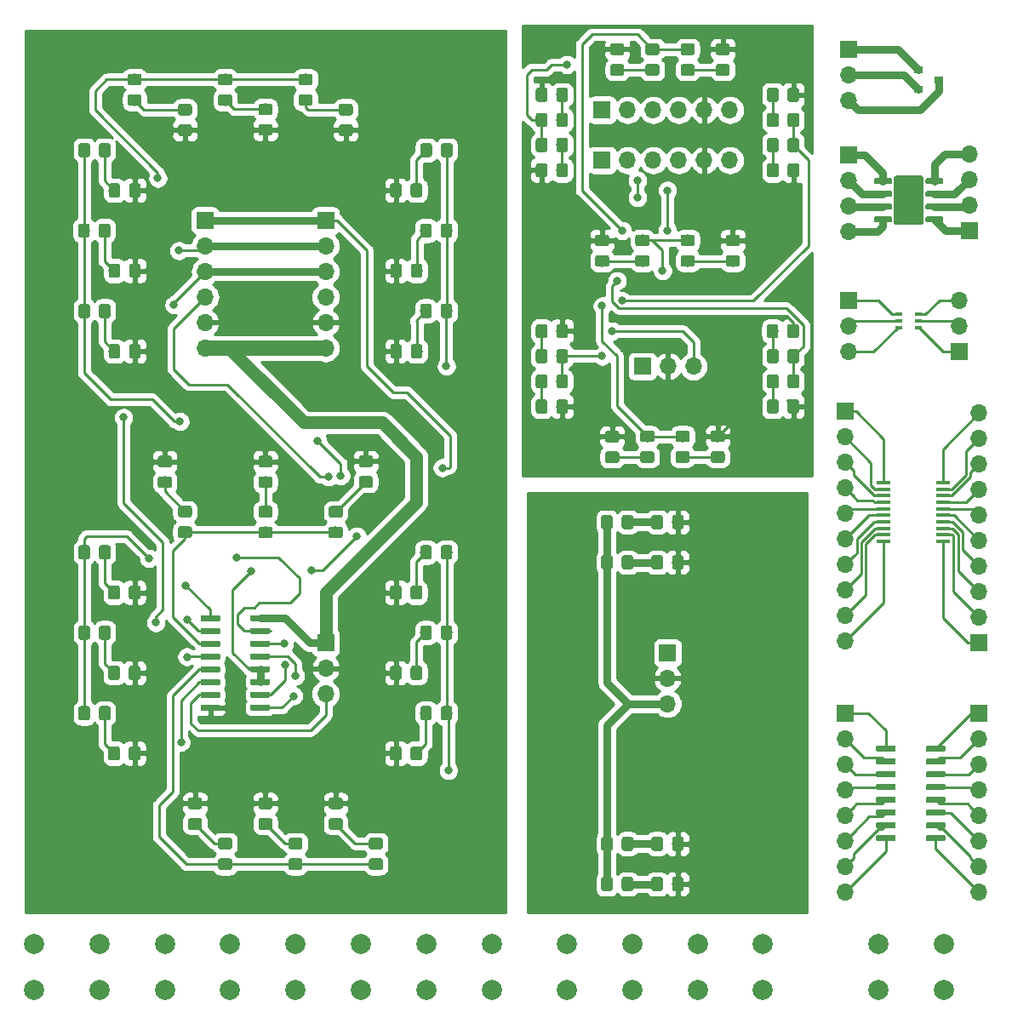
<source format=gtl>
G04 #@! TF.GenerationSoftware,KiCad,Pcbnew,(5.1.2)-1*
G04 #@! TF.CreationDate,2019-06-28T17:44:25+01:00*
G04 #@! TF.ProjectId,Clock_7_Segment,436c6f63-6b5f-4375-9f53-65676d656e74,rev?*
G04 #@! TF.SameCoordinates,Original*
G04 #@! TF.FileFunction,Copper,L1,Top*
G04 #@! TF.FilePolarity,Positive*
%FSLAX46Y46*%
G04 Gerber Fmt 4.6, Leading zero omitted, Abs format (unit mm)*
G04 Created by KiCad (PCBNEW (5.1.2)-1) date 2019-06-28 17:44:25*
%MOMM*%
%LPD*%
G04 APERTURE LIST*
%ADD10C,2.000000*%
%ADD11C,0.100000*%
%ADD12C,0.600000*%
%ADD13O,1.700000X1.700000*%
%ADD14R,1.700000X1.700000*%
%ADD15R,1.450000X0.450000*%
%ADD16R,0.650000X0.400000*%
%ADD17C,2.950000*%
%ADD18R,0.900000X0.800000*%
%ADD19C,1.150000*%
%ADD20C,0.800000*%
%ADD21C,0.250000*%
%ADD22C,1.500000*%
%ADD23C,1.250000*%
%ADD24C,0.750000*%
%ADD25C,0.254000*%
G04 APERTURE END LIST*
D10*
X200000000Y-172500000D03*
X200000000Y-168000000D03*
X206500000Y-172500000D03*
X206500000Y-168000000D03*
X188500000Y-168000000D03*
X188500000Y-172500000D03*
X182000000Y-168000000D03*
X182000000Y-172500000D03*
X175500000Y-168000000D03*
X175500000Y-172500000D03*
X169000000Y-168000000D03*
X169000000Y-172500000D03*
X161500000Y-168000000D03*
X161500000Y-172500000D03*
X155000000Y-168000000D03*
X155000000Y-172500000D03*
X148500000Y-168000000D03*
X148500000Y-172500000D03*
X142000000Y-168000000D03*
X142000000Y-172500000D03*
X135500000Y-168000000D03*
X135500000Y-172500000D03*
X129000000Y-168000000D03*
X129000000Y-172500000D03*
X122500000Y-168000000D03*
X122500000Y-172500000D03*
X116000000Y-168000000D03*
X116000000Y-172500000D03*
D11*
G36*
X206514703Y-148255722D02*
G01*
X206529264Y-148257882D01*
X206543543Y-148261459D01*
X206557403Y-148266418D01*
X206570710Y-148272712D01*
X206583336Y-148280280D01*
X206595159Y-148289048D01*
X206606066Y-148298934D01*
X206615952Y-148309841D01*
X206624720Y-148321664D01*
X206632288Y-148334290D01*
X206638582Y-148347597D01*
X206643541Y-148361457D01*
X206647118Y-148375736D01*
X206649278Y-148390297D01*
X206650000Y-148405000D01*
X206650000Y-148705000D01*
X206649278Y-148719703D01*
X206647118Y-148734264D01*
X206643541Y-148748543D01*
X206638582Y-148762403D01*
X206632288Y-148775710D01*
X206624720Y-148788336D01*
X206615952Y-148800159D01*
X206606066Y-148811066D01*
X206595159Y-148820952D01*
X206583336Y-148829720D01*
X206570710Y-148837288D01*
X206557403Y-148843582D01*
X206543543Y-148848541D01*
X206529264Y-148852118D01*
X206514703Y-148854278D01*
X206500000Y-148855000D01*
X204850000Y-148855000D01*
X204835297Y-148854278D01*
X204820736Y-148852118D01*
X204806457Y-148848541D01*
X204792597Y-148843582D01*
X204779290Y-148837288D01*
X204766664Y-148829720D01*
X204754841Y-148820952D01*
X204743934Y-148811066D01*
X204734048Y-148800159D01*
X204725280Y-148788336D01*
X204717712Y-148775710D01*
X204711418Y-148762403D01*
X204706459Y-148748543D01*
X204702882Y-148734264D01*
X204700722Y-148719703D01*
X204700000Y-148705000D01*
X204700000Y-148405000D01*
X204700722Y-148390297D01*
X204702882Y-148375736D01*
X204706459Y-148361457D01*
X204711418Y-148347597D01*
X204717712Y-148334290D01*
X204725280Y-148321664D01*
X204734048Y-148309841D01*
X204743934Y-148298934D01*
X204754841Y-148289048D01*
X204766664Y-148280280D01*
X204779290Y-148272712D01*
X204792597Y-148266418D01*
X204806457Y-148261459D01*
X204820736Y-148257882D01*
X204835297Y-148255722D01*
X204850000Y-148255000D01*
X206500000Y-148255000D01*
X206514703Y-148255722D01*
X206514703Y-148255722D01*
G37*
D12*
X205675000Y-148555000D03*
D11*
G36*
X206514703Y-149525722D02*
G01*
X206529264Y-149527882D01*
X206543543Y-149531459D01*
X206557403Y-149536418D01*
X206570710Y-149542712D01*
X206583336Y-149550280D01*
X206595159Y-149559048D01*
X206606066Y-149568934D01*
X206615952Y-149579841D01*
X206624720Y-149591664D01*
X206632288Y-149604290D01*
X206638582Y-149617597D01*
X206643541Y-149631457D01*
X206647118Y-149645736D01*
X206649278Y-149660297D01*
X206650000Y-149675000D01*
X206650000Y-149975000D01*
X206649278Y-149989703D01*
X206647118Y-150004264D01*
X206643541Y-150018543D01*
X206638582Y-150032403D01*
X206632288Y-150045710D01*
X206624720Y-150058336D01*
X206615952Y-150070159D01*
X206606066Y-150081066D01*
X206595159Y-150090952D01*
X206583336Y-150099720D01*
X206570710Y-150107288D01*
X206557403Y-150113582D01*
X206543543Y-150118541D01*
X206529264Y-150122118D01*
X206514703Y-150124278D01*
X206500000Y-150125000D01*
X204850000Y-150125000D01*
X204835297Y-150124278D01*
X204820736Y-150122118D01*
X204806457Y-150118541D01*
X204792597Y-150113582D01*
X204779290Y-150107288D01*
X204766664Y-150099720D01*
X204754841Y-150090952D01*
X204743934Y-150081066D01*
X204734048Y-150070159D01*
X204725280Y-150058336D01*
X204717712Y-150045710D01*
X204711418Y-150032403D01*
X204706459Y-150018543D01*
X204702882Y-150004264D01*
X204700722Y-149989703D01*
X204700000Y-149975000D01*
X204700000Y-149675000D01*
X204700722Y-149660297D01*
X204702882Y-149645736D01*
X204706459Y-149631457D01*
X204711418Y-149617597D01*
X204717712Y-149604290D01*
X204725280Y-149591664D01*
X204734048Y-149579841D01*
X204743934Y-149568934D01*
X204754841Y-149559048D01*
X204766664Y-149550280D01*
X204779290Y-149542712D01*
X204792597Y-149536418D01*
X204806457Y-149531459D01*
X204820736Y-149527882D01*
X204835297Y-149525722D01*
X204850000Y-149525000D01*
X206500000Y-149525000D01*
X206514703Y-149525722D01*
X206514703Y-149525722D01*
G37*
D12*
X205675000Y-149825000D03*
D11*
G36*
X206514703Y-150795722D02*
G01*
X206529264Y-150797882D01*
X206543543Y-150801459D01*
X206557403Y-150806418D01*
X206570710Y-150812712D01*
X206583336Y-150820280D01*
X206595159Y-150829048D01*
X206606066Y-150838934D01*
X206615952Y-150849841D01*
X206624720Y-150861664D01*
X206632288Y-150874290D01*
X206638582Y-150887597D01*
X206643541Y-150901457D01*
X206647118Y-150915736D01*
X206649278Y-150930297D01*
X206650000Y-150945000D01*
X206650000Y-151245000D01*
X206649278Y-151259703D01*
X206647118Y-151274264D01*
X206643541Y-151288543D01*
X206638582Y-151302403D01*
X206632288Y-151315710D01*
X206624720Y-151328336D01*
X206615952Y-151340159D01*
X206606066Y-151351066D01*
X206595159Y-151360952D01*
X206583336Y-151369720D01*
X206570710Y-151377288D01*
X206557403Y-151383582D01*
X206543543Y-151388541D01*
X206529264Y-151392118D01*
X206514703Y-151394278D01*
X206500000Y-151395000D01*
X204850000Y-151395000D01*
X204835297Y-151394278D01*
X204820736Y-151392118D01*
X204806457Y-151388541D01*
X204792597Y-151383582D01*
X204779290Y-151377288D01*
X204766664Y-151369720D01*
X204754841Y-151360952D01*
X204743934Y-151351066D01*
X204734048Y-151340159D01*
X204725280Y-151328336D01*
X204717712Y-151315710D01*
X204711418Y-151302403D01*
X204706459Y-151288543D01*
X204702882Y-151274264D01*
X204700722Y-151259703D01*
X204700000Y-151245000D01*
X204700000Y-150945000D01*
X204700722Y-150930297D01*
X204702882Y-150915736D01*
X204706459Y-150901457D01*
X204711418Y-150887597D01*
X204717712Y-150874290D01*
X204725280Y-150861664D01*
X204734048Y-150849841D01*
X204743934Y-150838934D01*
X204754841Y-150829048D01*
X204766664Y-150820280D01*
X204779290Y-150812712D01*
X204792597Y-150806418D01*
X204806457Y-150801459D01*
X204820736Y-150797882D01*
X204835297Y-150795722D01*
X204850000Y-150795000D01*
X206500000Y-150795000D01*
X206514703Y-150795722D01*
X206514703Y-150795722D01*
G37*
D12*
X205675000Y-151095000D03*
D11*
G36*
X206514703Y-152065722D02*
G01*
X206529264Y-152067882D01*
X206543543Y-152071459D01*
X206557403Y-152076418D01*
X206570710Y-152082712D01*
X206583336Y-152090280D01*
X206595159Y-152099048D01*
X206606066Y-152108934D01*
X206615952Y-152119841D01*
X206624720Y-152131664D01*
X206632288Y-152144290D01*
X206638582Y-152157597D01*
X206643541Y-152171457D01*
X206647118Y-152185736D01*
X206649278Y-152200297D01*
X206650000Y-152215000D01*
X206650000Y-152515000D01*
X206649278Y-152529703D01*
X206647118Y-152544264D01*
X206643541Y-152558543D01*
X206638582Y-152572403D01*
X206632288Y-152585710D01*
X206624720Y-152598336D01*
X206615952Y-152610159D01*
X206606066Y-152621066D01*
X206595159Y-152630952D01*
X206583336Y-152639720D01*
X206570710Y-152647288D01*
X206557403Y-152653582D01*
X206543543Y-152658541D01*
X206529264Y-152662118D01*
X206514703Y-152664278D01*
X206500000Y-152665000D01*
X204850000Y-152665000D01*
X204835297Y-152664278D01*
X204820736Y-152662118D01*
X204806457Y-152658541D01*
X204792597Y-152653582D01*
X204779290Y-152647288D01*
X204766664Y-152639720D01*
X204754841Y-152630952D01*
X204743934Y-152621066D01*
X204734048Y-152610159D01*
X204725280Y-152598336D01*
X204717712Y-152585710D01*
X204711418Y-152572403D01*
X204706459Y-152558543D01*
X204702882Y-152544264D01*
X204700722Y-152529703D01*
X204700000Y-152515000D01*
X204700000Y-152215000D01*
X204700722Y-152200297D01*
X204702882Y-152185736D01*
X204706459Y-152171457D01*
X204711418Y-152157597D01*
X204717712Y-152144290D01*
X204725280Y-152131664D01*
X204734048Y-152119841D01*
X204743934Y-152108934D01*
X204754841Y-152099048D01*
X204766664Y-152090280D01*
X204779290Y-152082712D01*
X204792597Y-152076418D01*
X204806457Y-152071459D01*
X204820736Y-152067882D01*
X204835297Y-152065722D01*
X204850000Y-152065000D01*
X206500000Y-152065000D01*
X206514703Y-152065722D01*
X206514703Y-152065722D01*
G37*
D12*
X205675000Y-152365000D03*
D11*
G36*
X206514703Y-153335722D02*
G01*
X206529264Y-153337882D01*
X206543543Y-153341459D01*
X206557403Y-153346418D01*
X206570710Y-153352712D01*
X206583336Y-153360280D01*
X206595159Y-153369048D01*
X206606066Y-153378934D01*
X206615952Y-153389841D01*
X206624720Y-153401664D01*
X206632288Y-153414290D01*
X206638582Y-153427597D01*
X206643541Y-153441457D01*
X206647118Y-153455736D01*
X206649278Y-153470297D01*
X206650000Y-153485000D01*
X206650000Y-153785000D01*
X206649278Y-153799703D01*
X206647118Y-153814264D01*
X206643541Y-153828543D01*
X206638582Y-153842403D01*
X206632288Y-153855710D01*
X206624720Y-153868336D01*
X206615952Y-153880159D01*
X206606066Y-153891066D01*
X206595159Y-153900952D01*
X206583336Y-153909720D01*
X206570710Y-153917288D01*
X206557403Y-153923582D01*
X206543543Y-153928541D01*
X206529264Y-153932118D01*
X206514703Y-153934278D01*
X206500000Y-153935000D01*
X204850000Y-153935000D01*
X204835297Y-153934278D01*
X204820736Y-153932118D01*
X204806457Y-153928541D01*
X204792597Y-153923582D01*
X204779290Y-153917288D01*
X204766664Y-153909720D01*
X204754841Y-153900952D01*
X204743934Y-153891066D01*
X204734048Y-153880159D01*
X204725280Y-153868336D01*
X204717712Y-153855710D01*
X204711418Y-153842403D01*
X204706459Y-153828543D01*
X204702882Y-153814264D01*
X204700722Y-153799703D01*
X204700000Y-153785000D01*
X204700000Y-153485000D01*
X204700722Y-153470297D01*
X204702882Y-153455736D01*
X204706459Y-153441457D01*
X204711418Y-153427597D01*
X204717712Y-153414290D01*
X204725280Y-153401664D01*
X204734048Y-153389841D01*
X204743934Y-153378934D01*
X204754841Y-153369048D01*
X204766664Y-153360280D01*
X204779290Y-153352712D01*
X204792597Y-153346418D01*
X204806457Y-153341459D01*
X204820736Y-153337882D01*
X204835297Y-153335722D01*
X204850000Y-153335000D01*
X206500000Y-153335000D01*
X206514703Y-153335722D01*
X206514703Y-153335722D01*
G37*
D12*
X205675000Y-153635000D03*
D11*
G36*
X206514703Y-154605722D02*
G01*
X206529264Y-154607882D01*
X206543543Y-154611459D01*
X206557403Y-154616418D01*
X206570710Y-154622712D01*
X206583336Y-154630280D01*
X206595159Y-154639048D01*
X206606066Y-154648934D01*
X206615952Y-154659841D01*
X206624720Y-154671664D01*
X206632288Y-154684290D01*
X206638582Y-154697597D01*
X206643541Y-154711457D01*
X206647118Y-154725736D01*
X206649278Y-154740297D01*
X206650000Y-154755000D01*
X206650000Y-155055000D01*
X206649278Y-155069703D01*
X206647118Y-155084264D01*
X206643541Y-155098543D01*
X206638582Y-155112403D01*
X206632288Y-155125710D01*
X206624720Y-155138336D01*
X206615952Y-155150159D01*
X206606066Y-155161066D01*
X206595159Y-155170952D01*
X206583336Y-155179720D01*
X206570710Y-155187288D01*
X206557403Y-155193582D01*
X206543543Y-155198541D01*
X206529264Y-155202118D01*
X206514703Y-155204278D01*
X206500000Y-155205000D01*
X204850000Y-155205000D01*
X204835297Y-155204278D01*
X204820736Y-155202118D01*
X204806457Y-155198541D01*
X204792597Y-155193582D01*
X204779290Y-155187288D01*
X204766664Y-155179720D01*
X204754841Y-155170952D01*
X204743934Y-155161066D01*
X204734048Y-155150159D01*
X204725280Y-155138336D01*
X204717712Y-155125710D01*
X204711418Y-155112403D01*
X204706459Y-155098543D01*
X204702882Y-155084264D01*
X204700722Y-155069703D01*
X204700000Y-155055000D01*
X204700000Y-154755000D01*
X204700722Y-154740297D01*
X204702882Y-154725736D01*
X204706459Y-154711457D01*
X204711418Y-154697597D01*
X204717712Y-154684290D01*
X204725280Y-154671664D01*
X204734048Y-154659841D01*
X204743934Y-154648934D01*
X204754841Y-154639048D01*
X204766664Y-154630280D01*
X204779290Y-154622712D01*
X204792597Y-154616418D01*
X204806457Y-154611459D01*
X204820736Y-154607882D01*
X204835297Y-154605722D01*
X204850000Y-154605000D01*
X206500000Y-154605000D01*
X206514703Y-154605722D01*
X206514703Y-154605722D01*
G37*
D12*
X205675000Y-154905000D03*
D11*
G36*
X206514703Y-155875722D02*
G01*
X206529264Y-155877882D01*
X206543543Y-155881459D01*
X206557403Y-155886418D01*
X206570710Y-155892712D01*
X206583336Y-155900280D01*
X206595159Y-155909048D01*
X206606066Y-155918934D01*
X206615952Y-155929841D01*
X206624720Y-155941664D01*
X206632288Y-155954290D01*
X206638582Y-155967597D01*
X206643541Y-155981457D01*
X206647118Y-155995736D01*
X206649278Y-156010297D01*
X206650000Y-156025000D01*
X206650000Y-156325000D01*
X206649278Y-156339703D01*
X206647118Y-156354264D01*
X206643541Y-156368543D01*
X206638582Y-156382403D01*
X206632288Y-156395710D01*
X206624720Y-156408336D01*
X206615952Y-156420159D01*
X206606066Y-156431066D01*
X206595159Y-156440952D01*
X206583336Y-156449720D01*
X206570710Y-156457288D01*
X206557403Y-156463582D01*
X206543543Y-156468541D01*
X206529264Y-156472118D01*
X206514703Y-156474278D01*
X206500000Y-156475000D01*
X204850000Y-156475000D01*
X204835297Y-156474278D01*
X204820736Y-156472118D01*
X204806457Y-156468541D01*
X204792597Y-156463582D01*
X204779290Y-156457288D01*
X204766664Y-156449720D01*
X204754841Y-156440952D01*
X204743934Y-156431066D01*
X204734048Y-156420159D01*
X204725280Y-156408336D01*
X204717712Y-156395710D01*
X204711418Y-156382403D01*
X204706459Y-156368543D01*
X204702882Y-156354264D01*
X204700722Y-156339703D01*
X204700000Y-156325000D01*
X204700000Y-156025000D01*
X204700722Y-156010297D01*
X204702882Y-155995736D01*
X204706459Y-155981457D01*
X204711418Y-155967597D01*
X204717712Y-155954290D01*
X204725280Y-155941664D01*
X204734048Y-155929841D01*
X204743934Y-155918934D01*
X204754841Y-155909048D01*
X204766664Y-155900280D01*
X204779290Y-155892712D01*
X204792597Y-155886418D01*
X204806457Y-155881459D01*
X204820736Y-155877882D01*
X204835297Y-155875722D01*
X204850000Y-155875000D01*
X206500000Y-155875000D01*
X206514703Y-155875722D01*
X206514703Y-155875722D01*
G37*
D12*
X205675000Y-156175000D03*
D11*
G36*
X206514703Y-157145722D02*
G01*
X206529264Y-157147882D01*
X206543543Y-157151459D01*
X206557403Y-157156418D01*
X206570710Y-157162712D01*
X206583336Y-157170280D01*
X206595159Y-157179048D01*
X206606066Y-157188934D01*
X206615952Y-157199841D01*
X206624720Y-157211664D01*
X206632288Y-157224290D01*
X206638582Y-157237597D01*
X206643541Y-157251457D01*
X206647118Y-157265736D01*
X206649278Y-157280297D01*
X206650000Y-157295000D01*
X206650000Y-157595000D01*
X206649278Y-157609703D01*
X206647118Y-157624264D01*
X206643541Y-157638543D01*
X206638582Y-157652403D01*
X206632288Y-157665710D01*
X206624720Y-157678336D01*
X206615952Y-157690159D01*
X206606066Y-157701066D01*
X206595159Y-157710952D01*
X206583336Y-157719720D01*
X206570710Y-157727288D01*
X206557403Y-157733582D01*
X206543543Y-157738541D01*
X206529264Y-157742118D01*
X206514703Y-157744278D01*
X206500000Y-157745000D01*
X204850000Y-157745000D01*
X204835297Y-157744278D01*
X204820736Y-157742118D01*
X204806457Y-157738541D01*
X204792597Y-157733582D01*
X204779290Y-157727288D01*
X204766664Y-157719720D01*
X204754841Y-157710952D01*
X204743934Y-157701066D01*
X204734048Y-157690159D01*
X204725280Y-157678336D01*
X204717712Y-157665710D01*
X204711418Y-157652403D01*
X204706459Y-157638543D01*
X204702882Y-157624264D01*
X204700722Y-157609703D01*
X204700000Y-157595000D01*
X204700000Y-157295000D01*
X204700722Y-157280297D01*
X204702882Y-157265736D01*
X204706459Y-157251457D01*
X204711418Y-157237597D01*
X204717712Y-157224290D01*
X204725280Y-157211664D01*
X204734048Y-157199841D01*
X204743934Y-157188934D01*
X204754841Y-157179048D01*
X204766664Y-157170280D01*
X204779290Y-157162712D01*
X204792597Y-157156418D01*
X204806457Y-157151459D01*
X204820736Y-157147882D01*
X204835297Y-157145722D01*
X204850000Y-157145000D01*
X206500000Y-157145000D01*
X206514703Y-157145722D01*
X206514703Y-157145722D01*
G37*
D12*
X205675000Y-157445000D03*
D11*
G36*
X201564703Y-157145722D02*
G01*
X201579264Y-157147882D01*
X201593543Y-157151459D01*
X201607403Y-157156418D01*
X201620710Y-157162712D01*
X201633336Y-157170280D01*
X201645159Y-157179048D01*
X201656066Y-157188934D01*
X201665952Y-157199841D01*
X201674720Y-157211664D01*
X201682288Y-157224290D01*
X201688582Y-157237597D01*
X201693541Y-157251457D01*
X201697118Y-157265736D01*
X201699278Y-157280297D01*
X201700000Y-157295000D01*
X201700000Y-157595000D01*
X201699278Y-157609703D01*
X201697118Y-157624264D01*
X201693541Y-157638543D01*
X201688582Y-157652403D01*
X201682288Y-157665710D01*
X201674720Y-157678336D01*
X201665952Y-157690159D01*
X201656066Y-157701066D01*
X201645159Y-157710952D01*
X201633336Y-157719720D01*
X201620710Y-157727288D01*
X201607403Y-157733582D01*
X201593543Y-157738541D01*
X201579264Y-157742118D01*
X201564703Y-157744278D01*
X201550000Y-157745000D01*
X199900000Y-157745000D01*
X199885297Y-157744278D01*
X199870736Y-157742118D01*
X199856457Y-157738541D01*
X199842597Y-157733582D01*
X199829290Y-157727288D01*
X199816664Y-157719720D01*
X199804841Y-157710952D01*
X199793934Y-157701066D01*
X199784048Y-157690159D01*
X199775280Y-157678336D01*
X199767712Y-157665710D01*
X199761418Y-157652403D01*
X199756459Y-157638543D01*
X199752882Y-157624264D01*
X199750722Y-157609703D01*
X199750000Y-157595000D01*
X199750000Y-157295000D01*
X199750722Y-157280297D01*
X199752882Y-157265736D01*
X199756459Y-157251457D01*
X199761418Y-157237597D01*
X199767712Y-157224290D01*
X199775280Y-157211664D01*
X199784048Y-157199841D01*
X199793934Y-157188934D01*
X199804841Y-157179048D01*
X199816664Y-157170280D01*
X199829290Y-157162712D01*
X199842597Y-157156418D01*
X199856457Y-157151459D01*
X199870736Y-157147882D01*
X199885297Y-157145722D01*
X199900000Y-157145000D01*
X201550000Y-157145000D01*
X201564703Y-157145722D01*
X201564703Y-157145722D01*
G37*
D12*
X200725000Y-157445000D03*
D11*
G36*
X201564703Y-155875722D02*
G01*
X201579264Y-155877882D01*
X201593543Y-155881459D01*
X201607403Y-155886418D01*
X201620710Y-155892712D01*
X201633336Y-155900280D01*
X201645159Y-155909048D01*
X201656066Y-155918934D01*
X201665952Y-155929841D01*
X201674720Y-155941664D01*
X201682288Y-155954290D01*
X201688582Y-155967597D01*
X201693541Y-155981457D01*
X201697118Y-155995736D01*
X201699278Y-156010297D01*
X201700000Y-156025000D01*
X201700000Y-156325000D01*
X201699278Y-156339703D01*
X201697118Y-156354264D01*
X201693541Y-156368543D01*
X201688582Y-156382403D01*
X201682288Y-156395710D01*
X201674720Y-156408336D01*
X201665952Y-156420159D01*
X201656066Y-156431066D01*
X201645159Y-156440952D01*
X201633336Y-156449720D01*
X201620710Y-156457288D01*
X201607403Y-156463582D01*
X201593543Y-156468541D01*
X201579264Y-156472118D01*
X201564703Y-156474278D01*
X201550000Y-156475000D01*
X199900000Y-156475000D01*
X199885297Y-156474278D01*
X199870736Y-156472118D01*
X199856457Y-156468541D01*
X199842597Y-156463582D01*
X199829290Y-156457288D01*
X199816664Y-156449720D01*
X199804841Y-156440952D01*
X199793934Y-156431066D01*
X199784048Y-156420159D01*
X199775280Y-156408336D01*
X199767712Y-156395710D01*
X199761418Y-156382403D01*
X199756459Y-156368543D01*
X199752882Y-156354264D01*
X199750722Y-156339703D01*
X199750000Y-156325000D01*
X199750000Y-156025000D01*
X199750722Y-156010297D01*
X199752882Y-155995736D01*
X199756459Y-155981457D01*
X199761418Y-155967597D01*
X199767712Y-155954290D01*
X199775280Y-155941664D01*
X199784048Y-155929841D01*
X199793934Y-155918934D01*
X199804841Y-155909048D01*
X199816664Y-155900280D01*
X199829290Y-155892712D01*
X199842597Y-155886418D01*
X199856457Y-155881459D01*
X199870736Y-155877882D01*
X199885297Y-155875722D01*
X199900000Y-155875000D01*
X201550000Y-155875000D01*
X201564703Y-155875722D01*
X201564703Y-155875722D01*
G37*
D12*
X200725000Y-156175000D03*
D11*
G36*
X201564703Y-154605722D02*
G01*
X201579264Y-154607882D01*
X201593543Y-154611459D01*
X201607403Y-154616418D01*
X201620710Y-154622712D01*
X201633336Y-154630280D01*
X201645159Y-154639048D01*
X201656066Y-154648934D01*
X201665952Y-154659841D01*
X201674720Y-154671664D01*
X201682288Y-154684290D01*
X201688582Y-154697597D01*
X201693541Y-154711457D01*
X201697118Y-154725736D01*
X201699278Y-154740297D01*
X201700000Y-154755000D01*
X201700000Y-155055000D01*
X201699278Y-155069703D01*
X201697118Y-155084264D01*
X201693541Y-155098543D01*
X201688582Y-155112403D01*
X201682288Y-155125710D01*
X201674720Y-155138336D01*
X201665952Y-155150159D01*
X201656066Y-155161066D01*
X201645159Y-155170952D01*
X201633336Y-155179720D01*
X201620710Y-155187288D01*
X201607403Y-155193582D01*
X201593543Y-155198541D01*
X201579264Y-155202118D01*
X201564703Y-155204278D01*
X201550000Y-155205000D01*
X199900000Y-155205000D01*
X199885297Y-155204278D01*
X199870736Y-155202118D01*
X199856457Y-155198541D01*
X199842597Y-155193582D01*
X199829290Y-155187288D01*
X199816664Y-155179720D01*
X199804841Y-155170952D01*
X199793934Y-155161066D01*
X199784048Y-155150159D01*
X199775280Y-155138336D01*
X199767712Y-155125710D01*
X199761418Y-155112403D01*
X199756459Y-155098543D01*
X199752882Y-155084264D01*
X199750722Y-155069703D01*
X199750000Y-155055000D01*
X199750000Y-154755000D01*
X199750722Y-154740297D01*
X199752882Y-154725736D01*
X199756459Y-154711457D01*
X199761418Y-154697597D01*
X199767712Y-154684290D01*
X199775280Y-154671664D01*
X199784048Y-154659841D01*
X199793934Y-154648934D01*
X199804841Y-154639048D01*
X199816664Y-154630280D01*
X199829290Y-154622712D01*
X199842597Y-154616418D01*
X199856457Y-154611459D01*
X199870736Y-154607882D01*
X199885297Y-154605722D01*
X199900000Y-154605000D01*
X201550000Y-154605000D01*
X201564703Y-154605722D01*
X201564703Y-154605722D01*
G37*
D12*
X200725000Y-154905000D03*
D11*
G36*
X201564703Y-153335722D02*
G01*
X201579264Y-153337882D01*
X201593543Y-153341459D01*
X201607403Y-153346418D01*
X201620710Y-153352712D01*
X201633336Y-153360280D01*
X201645159Y-153369048D01*
X201656066Y-153378934D01*
X201665952Y-153389841D01*
X201674720Y-153401664D01*
X201682288Y-153414290D01*
X201688582Y-153427597D01*
X201693541Y-153441457D01*
X201697118Y-153455736D01*
X201699278Y-153470297D01*
X201700000Y-153485000D01*
X201700000Y-153785000D01*
X201699278Y-153799703D01*
X201697118Y-153814264D01*
X201693541Y-153828543D01*
X201688582Y-153842403D01*
X201682288Y-153855710D01*
X201674720Y-153868336D01*
X201665952Y-153880159D01*
X201656066Y-153891066D01*
X201645159Y-153900952D01*
X201633336Y-153909720D01*
X201620710Y-153917288D01*
X201607403Y-153923582D01*
X201593543Y-153928541D01*
X201579264Y-153932118D01*
X201564703Y-153934278D01*
X201550000Y-153935000D01*
X199900000Y-153935000D01*
X199885297Y-153934278D01*
X199870736Y-153932118D01*
X199856457Y-153928541D01*
X199842597Y-153923582D01*
X199829290Y-153917288D01*
X199816664Y-153909720D01*
X199804841Y-153900952D01*
X199793934Y-153891066D01*
X199784048Y-153880159D01*
X199775280Y-153868336D01*
X199767712Y-153855710D01*
X199761418Y-153842403D01*
X199756459Y-153828543D01*
X199752882Y-153814264D01*
X199750722Y-153799703D01*
X199750000Y-153785000D01*
X199750000Y-153485000D01*
X199750722Y-153470297D01*
X199752882Y-153455736D01*
X199756459Y-153441457D01*
X199761418Y-153427597D01*
X199767712Y-153414290D01*
X199775280Y-153401664D01*
X199784048Y-153389841D01*
X199793934Y-153378934D01*
X199804841Y-153369048D01*
X199816664Y-153360280D01*
X199829290Y-153352712D01*
X199842597Y-153346418D01*
X199856457Y-153341459D01*
X199870736Y-153337882D01*
X199885297Y-153335722D01*
X199900000Y-153335000D01*
X201550000Y-153335000D01*
X201564703Y-153335722D01*
X201564703Y-153335722D01*
G37*
D12*
X200725000Y-153635000D03*
D11*
G36*
X201564703Y-152065722D02*
G01*
X201579264Y-152067882D01*
X201593543Y-152071459D01*
X201607403Y-152076418D01*
X201620710Y-152082712D01*
X201633336Y-152090280D01*
X201645159Y-152099048D01*
X201656066Y-152108934D01*
X201665952Y-152119841D01*
X201674720Y-152131664D01*
X201682288Y-152144290D01*
X201688582Y-152157597D01*
X201693541Y-152171457D01*
X201697118Y-152185736D01*
X201699278Y-152200297D01*
X201700000Y-152215000D01*
X201700000Y-152515000D01*
X201699278Y-152529703D01*
X201697118Y-152544264D01*
X201693541Y-152558543D01*
X201688582Y-152572403D01*
X201682288Y-152585710D01*
X201674720Y-152598336D01*
X201665952Y-152610159D01*
X201656066Y-152621066D01*
X201645159Y-152630952D01*
X201633336Y-152639720D01*
X201620710Y-152647288D01*
X201607403Y-152653582D01*
X201593543Y-152658541D01*
X201579264Y-152662118D01*
X201564703Y-152664278D01*
X201550000Y-152665000D01*
X199900000Y-152665000D01*
X199885297Y-152664278D01*
X199870736Y-152662118D01*
X199856457Y-152658541D01*
X199842597Y-152653582D01*
X199829290Y-152647288D01*
X199816664Y-152639720D01*
X199804841Y-152630952D01*
X199793934Y-152621066D01*
X199784048Y-152610159D01*
X199775280Y-152598336D01*
X199767712Y-152585710D01*
X199761418Y-152572403D01*
X199756459Y-152558543D01*
X199752882Y-152544264D01*
X199750722Y-152529703D01*
X199750000Y-152515000D01*
X199750000Y-152215000D01*
X199750722Y-152200297D01*
X199752882Y-152185736D01*
X199756459Y-152171457D01*
X199761418Y-152157597D01*
X199767712Y-152144290D01*
X199775280Y-152131664D01*
X199784048Y-152119841D01*
X199793934Y-152108934D01*
X199804841Y-152099048D01*
X199816664Y-152090280D01*
X199829290Y-152082712D01*
X199842597Y-152076418D01*
X199856457Y-152071459D01*
X199870736Y-152067882D01*
X199885297Y-152065722D01*
X199900000Y-152065000D01*
X201550000Y-152065000D01*
X201564703Y-152065722D01*
X201564703Y-152065722D01*
G37*
D12*
X200725000Y-152365000D03*
D11*
G36*
X201564703Y-150795722D02*
G01*
X201579264Y-150797882D01*
X201593543Y-150801459D01*
X201607403Y-150806418D01*
X201620710Y-150812712D01*
X201633336Y-150820280D01*
X201645159Y-150829048D01*
X201656066Y-150838934D01*
X201665952Y-150849841D01*
X201674720Y-150861664D01*
X201682288Y-150874290D01*
X201688582Y-150887597D01*
X201693541Y-150901457D01*
X201697118Y-150915736D01*
X201699278Y-150930297D01*
X201700000Y-150945000D01*
X201700000Y-151245000D01*
X201699278Y-151259703D01*
X201697118Y-151274264D01*
X201693541Y-151288543D01*
X201688582Y-151302403D01*
X201682288Y-151315710D01*
X201674720Y-151328336D01*
X201665952Y-151340159D01*
X201656066Y-151351066D01*
X201645159Y-151360952D01*
X201633336Y-151369720D01*
X201620710Y-151377288D01*
X201607403Y-151383582D01*
X201593543Y-151388541D01*
X201579264Y-151392118D01*
X201564703Y-151394278D01*
X201550000Y-151395000D01*
X199900000Y-151395000D01*
X199885297Y-151394278D01*
X199870736Y-151392118D01*
X199856457Y-151388541D01*
X199842597Y-151383582D01*
X199829290Y-151377288D01*
X199816664Y-151369720D01*
X199804841Y-151360952D01*
X199793934Y-151351066D01*
X199784048Y-151340159D01*
X199775280Y-151328336D01*
X199767712Y-151315710D01*
X199761418Y-151302403D01*
X199756459Y-151288543D01*
X199752882Y-151274264D01*
X199750722Y-151259703D01*
X199750000Y-151245000D01*
X199750000Y-150945000D01*
X199750722Y-150930297D01*
X199752882Y-150915736D01*
X199756459Y-150901457D01*
X199761418Y-150887597D01*
X199767712Y-150874290D01*
X199775280Y-150861664D01*
X199784048Y-150849841D01*
X199793934Y-150838934D01*
X199804841Y-150829048D01*
X199816664Y-150820280D01*
X199829290Y-150812712D01*
X199842597Y-150806418D01*
X199856457Y-150801459D01*
X199870736Y-150797882D01*
X199885297Y-150795722D01*
X199900000Y-150795000D01*
X201550000Y-150795000D01*
X201564703Y-150795722D01*
X201564703Y-150795722D01*
G37*
D12*
X200725000Y-151095000D03*
D11*
G36*
X201564703Y-149525722D02*
G01*
X201579264Y-149527882D01*
X201593543Y-149531459D01*
X201607403Y-149536418D01*
X201620710Y-149542712D01*
X201633336Y-149550280D01*
X201645159Y-149559048D01*
X201656066Y-149568934D01*
X201665952Y-149579841D01*
X201674720Y-149591664D01*
X201682288Y-149604290D01*
X201688582Y-149617597D01*
X201693541Y-149631457D01*
X201697118Y-149645736D01*
X201699278Y-149660297D01*
X201700000Y-149675000D01*
X201700000Y-149975000D01*
X201699278Y-149989703D01*
X201697118Y-150004264D01*
X201693541Y-150018543D01*
X201688582Y-150032403D01*
X201682288Y-150045710D01*
X201674720Y-150058336D01*
X201665952Y-150070159D01*
X201656066Y-150081066D01*
X201645159Y-150090952D01*
X201633336Y-150099720D01*
X201620710Y-150107288D01*
X201607403Y-150113582D01*
X201593543Y-150118541D01*
X201579264Y-150122118D01*
X201564703Y-150124278D01*
X201550000Y-150125000D01*
X199900000Y-150125000D01*
X199885297Y-150124278D01*
X199870736Y-150122118D01*
X199856457Y-150118541D01*
X199842597Y-150113582D01*
X199829290Y-150107288D01*
X199816664Y-150099720D01*
X199804841Y-150090952D01*
X199793934Y-150081066D01*
X199784048Y-150070159D01*
X199775280Y-150058336D01*
X199767712Y-150045710D01*
X199761418Y-150032403D01*
X199756459Y-150018543D01*
X199752882Y-150004264D01*
X199750722Y-149989703D01*
X199750000Y-149975000D01*
X199750000Y-149675000D01*
X199750722Y-149660297D01*
X199752882Y-149645736D01*
X199756459Y-149631457D01*
X199761418Y-149617597D01*
X199767712Y-149604290D01*
X199775280Y-149591664D01*
X199784048Y-149579841D01*
X199793934Y-149568934D01*
X199804841Y-149559048D01*
X199816664Y-149550280D01*
X199829290Y-149542712D01*
X199842597Y-149536418D01*
X199856457Y-149531459D01*
X199870736Y-149527882D01*
X199885297Y-149525722D01*
X199900000Y-149525000D01*
X201550000Y-149525000D01*
X201564703Y-149525722D01*
X201564703Y-149525722D01*
G37*
D12*
X200725000Y-149825000D03*
D11*
G36*
X201564703Y-148255722D02*
G01*
X201579264Y-148257882D01*
X201593543Y-148261459D01*
X201607403Y-148266418D01*
X201620710Y-148272712D01*
X201633336Y-148280280D01*
X201645159Y-148289048D01*
X201656066Y-148298934D01*
X201665952Y-148309841D01*
X201674720Y-148321664D01*
X201682288Y-148334290D01*
X201688582Y-148347597D01*
X201693541Y-148361457D01*
X201697118Y-148375736D01*
X201699278Y-148390297D01*
X201700000Y-148405000D01*
X201700000Y-148705000D01*
X201699278Y-148719703D01*
X201697118Y-148734264D01*
X201693541Y-148748543D01*
X201688582Y-148762403D01*
X201682288Y-148775710D01*
X201674720Y-148788336D01*
X201665952Y-148800159D01*
X201656066Y-148811066D01*
X201645159Y-148820952D01*
X201633336Y-148829720D01*
X201620710Y-148837288D01*
X201607403Y-148843582D01*
X201593543Y-148848541D01*
X201579264Y-148852118D01*
X201564703Y-148854278D01*
X201550000Y-148855000D01*
X199900000Y-148855000D01*
X199885297Y-148854278D01*
X199870736Y-148852118D01*
X199856457Y-148848541D01*
X199842597Y-148843582D01*
X199829290Y-148837288D01*
X199816664Y-148829720D01*
X199804841Y-148820952D01*
X199793934Y-148811066D01*
X199784048Y-148800159D01*
X199775280Y-148788336D01*
X199767712Y-148775710D01*
X199761418Y-148762403D01*
X199756459Y-148748543D01*
X199752882Y-148734264D01*
X199750722Y-148719703D01*
X199750000Y-148705000D01*
X199750000Y-148405000D01*
X199750722Y-148390297D01*
X199752882Y-148375736D01*
X199756459Y-148361457D01*
X199761418Y-148347597D01*
X199767712Y-148334290D01*
X199775280Y-148321664D01*
X199784048Y-148309841D01*
X199793934Y-148298934D01*
X199804841Y-148289048D01*
X199816664Y-148280280D01*
X199829290Y-148272712D01*
X199842597Y-148266418D01*
X199856457Y-148261459D01*
X199870736Y-148257882D01*
X199885297Y-148255722D01*
X199900000Y-148255000D01*
X201550000Y-148255000D01*
X201564703Y-148255722D01*
X201564703Y-148255722D01*
G37*
D12*
X200725000Y-148555000D03*
D13*
X196650000Y-162780000D03*
X196650000Y-160240000D03*
X196650000Y-157700000D03*
X196650000Y-155160000D03*
X196650000Y-152620000D03*
X196650000Y-150080000D03*
X196650000Y-147540000D03*
D14*
X196650000Y-145000000D03*
D13*
X210000000Y-162780000D03*
X210000000Y-160240000D03*
X210000000Y-157700000D03*
X210000000Y-155160000D03*
X210000000Y-152620000D03*
X210000000Y-150080000D03*
X210000000Y-147540000D03*
D14*
X210000000Y-145000000D03*
D15*
X206400000Y-122075000D03*
X206400000Y-122725000D03*
X206400000Y-123375000D03*
X206400000Y-124025000D03*
X206400000Y-124675000D03*
X206400000Y-125325000D03*
X206400000Y-125975000D03*
X206400000Y-126625000D03*
X206400000Y-127275000D03*
X206400000Y-127925000D03*
X200500000Y-127925000D03*
X200500000Y-127275000D03*
X200500000Y-126625000D03*
X200500000Y-125975000D03*
X200500000Y-125325000D03*
X200500000Y-124675000D03*
X200500000Y-124025000D03*
X200500000Y-123375000D03*
X200500000Y-122725000D03*
X200500000Y-122075000D03*
D13*
X196650000Y-137860000D03*
X196650000Y-135320000D03*
X196650000Y-132780000D03*
X196650000Y-130240000D03*
X196650000Y-127700000D03*
X196650000Y-125160000D03*
X196650000Y-122620000D03*
X196650000Y-120080000D03*
X196650000Y-117540000D03*
D14*
X196650000Y-115000000D03*
D13*
X210000000Y-115140000D03*
X210000000Y-117680000D03*
X210000000Y-120220000D03*
X210000000Y-122760000D03*
X210000000Y-125300000D03*
X210000000Y-127840000D03*
X210000000Y-130380000D03*
X210000000Y-132920000D03*
X210000000Y-135460000D03*
D14*
X210000000Y-138000000D03*
D16*
X203950000Y-105350000D03*
X203950000Y-106650000D03*
X202050000Y-106000000D03*
X203950000Y-106000000D03*
X202050000Y-106650000D03*
X202050000Y-105350000D03*
D13*
X208000000Y-103920000D03*
X208000000Y-106460000D03*
D14*
X208000000Y-109000000D03*
D13*
X197000000Y-109080000D03*
X197000000Y-106540000D03*
D14*
X197000000Y-104000000D03*
D11*
G36*
X201189703Y-95605722D02*
G01*
X201204264Y-95607882D01*
X201218543Y-95611459D01*
X201232403Y-95616418D01*
X201245710Y-95622712D01*
X201258336Y-95630280D01*
X201270159Y-95639048D01*
X201281066Y-95648934D01*
X201290952Y-95659841D01*
X201299720Y-95671664D01*
X201307288Y-95684290D01*
X201313582Y-95697597D01*
X201318541Y-95711457D01*
X201322118Y-95725736D01*
X201324278Y-95740297D01*
X201325000Y-95755000D01*
X201325000Y-96055000D01*
X201324278Y-96069703D01*
X201322118Y-96084264D01*
X201318541Y-96098543D01*
X201313582Y-96112403D01*
X201307288Y-96125710D01*
X201299720Y-96138336D01*
X201290952Y-96150159D01*
X201281066Y-96161066D01*
X201270159Y-96170952D01*
X201258336Y-96179720D01*
X201245710Y-96187288D01*
X201232403Y-96193582D01*
X201218543Y-96198541D01*
X201204264Y-96202118D01*
X201189703Y-96204278D01*
X201175000Y-96205000D01*
X199700000Y-96205000D01*
X199685297Y-96204278D01*
X199670736Y-96202118D01*
X199656457Y-96198541D01*
X199642597Y-96193582D01*
X199629290Y-96187288D01*
X199616664Y-96179720D01*
X199604841Y-96170952D01*
X199593934Y-96161066D01*
X199584048Y-96150159D01*
X199575280Y-96138336D01*
X199567712Y-96125710D01*
X199561418Y-96112403D01*
X199556459Y-96098543D01*
X199552882Y-96084264D01*
X199550722Y-96069703D01*
X199550000Y-96055000D01*
X199550000Y-95755000D01*
X199550722Y-95740297D01*
X199552882Y-95725736D01*
X199556459Y-95711457D01*
X199561418Y-95697597D01*
X199567712Y-95684290D01*
X199575280Y-95671664D01*
X199584048Y-95659841D01*
X199593934Y-95648934D01*
X199604841Y-95639048D01*
X199616664Y-95630280D01*
X199629290Y-95622712D01*
X199642597Y-95616418D01*
X199656457Y-95611459D01*
X199670736Y-95607882D01*
X199685297Y-95605722D01*
X199700000Y-95605000D01*
X201175000Y-95605000D01*
X201189703Y-95605722D01*
X201189703Y-95605722D01*
G37*
D12*
X200437500Y-95905000D03*
D11*
G36*
X201189703Y-94335722D02*
G01*
X201204264Y-94337882D01*
X201218543Y-94341459D01*
X201232403Y-94346418D01*
X201245710Y-94352712D01*
X201258336Y-94360280D01*
X201270159Y-94369048D01*
X201281066Y-94378934D01*
X201290952Y-94389841D01*
X201299720Y-94401664D01*
X201307288Y-94414290D01*
X201313582Y-94427597D01*
X201318541Y-94441457D01*
X201322118Y-94455736D01*
X201324278Y-94470297D01*
X201325000Y-94485000D01*
X201325000Y-94785000D01*
X201324278Y-94799703D01*
X201322118Y-94814264D01*
X201318541Y-94828543D01*
X201313582Y-94842403D01*
X201307288Y-94855710D01*
X201299720Y-94868336D01*
X201290952Y-94880159D01*
X201281066Y-94891066D01*
X201270159Y-94900952D01*
X201258336Y-94909720D01*
X201245710Y-94917288D01*
X201232403Y-94923582D01*
X201218543Y-94928541D01*
X201204264Y-94932118D01*
X201189703Y-94934278D01*
X201175000Y-94935000D01*
X199700000Y-94935000D01*
X199685297Y-94934278D01*
X199670736Y-94932118D01*
X199656457Y-94928541D01*
X199642597Y-94923582D01*
X199629290Y-94917288D01*
X199616664Y-94909720D01*
X199604841Y-94900952D01*
X199593934Y-94891066D01*
X199584048Y-94880159D01*
X199575280Y-94868336D01*
X199567712Y-94855710D01*
X199561418Y-94842403D01*
X199556459Y-94828543D01*
X199552882Y-94814264D01*
X199550722Y-94799703D01*
X199550000Y-94785000D01*
X199550000Y-94485000D01*
X199550722Y-94470297D01*
X199552882Y-94455736D01*
X199556459Y-94441457D01*
X199561418Y-94427597D01*
X199567712Y-94414290D01*
X199575280Y-94401664D01*
X199584048Y-94389841D01*
X199593934Y-94378934D01*
X199604841Y-94369048D01*
X199616664Y-94360280D01*
X199629290Y-94352712D01*
X199642597Y-94346418D01*
X199656457Y-94341459D01*
X199670736Y-94337882D01*
X199685297Y-94335722D01*
X199700000Y-94335000D01*
X201175000Y-94335000D01*
X201189703Y-94335722D01*
X201189703Y-94335722D01*
G37*
D12*
X200437500Y-94635000D03*
D11*
G36*
X201189703Y-93065722D02*
G01*
X201204264Y-93067882D01*
X201218543Y-93071459D01*
X201232403Y-93076418D01*
X201245710Y-93082712D01*
X201258336Y-93090280D01*
X201270159Y-93099048D01*
X201281066Y-93108934D01*
X201290952Y-93119841D01*
X201299720Y-93131664D01*
X201307288Y-93144290D01*
X201313582Y-93157597D01*
X201318541Y-93171457D01*
X201322118Y-93185736D01*
X201324278Y-93200297D01*
X201325000Y-93215000D01*
X201325000Y-93515000D01*
X201324278Y-93529703D01*
X201322118Y-93544264D01*
X201318541Y-93558543D01*
X201313582Y-93572403D01*
X201307288Y-93585710D01*
X201299720Y-93598336D01*
X201290952Y-93610159D01*
X201281066Y-93621066D01*
X201270159Y-93630952D01*
X201258336Y-93639720D01*
X201245710Y-93647288D01*
X201232403Y-93653582D01*
X201218543Y-93658541D01*
X201204264Y-93662118D01*
X201189703Y-93664278D01*
X201175000Y-93665000D01*
X199700000Y-93665000D01*
X199685297Y-93664278D01*
X199670736Y-93662118D01*
X199656457Y-93658541D01*
X199642597Y-93653582D01*
X199629290Y-93647288D01*
X199616664Y-93639720D01*
X199604841Y-93630952D01*
X199593934Y-93621066D01*
X199584048Y-93610159D01*
X199575280Y-93598336D01*
X199567712Y-93585710D01*
X199561418Y-93572403D01*
X199556459Y-93558543D01*
X199552882Y-93544264D01*
X199550722Y-93529703D01*
X199550000Y-93515000D01*
X199550000Y-93215000D01*
X199550722Y-93200297D01*
X199552882Y-93185736D01*
X199556459Y-93171457D01*
X199561418Y-93157597D01*
X199567712Y-93144290D01*
X199575280Y-93131664D01*
X199584048Y-93119841D01*
X199593934Y-93108934D01*
X199604841Y-93099048D01*
X199616664Y-93090280D01*
X199629290Y-93082712D01*
X199642597Y-93076418D01*
X199656457Y-93071459D01*
X199670736Y-93067882D01*
X199685297Y-93065722D01*
X199700000Y-93065000D01*
X201175000Y-93065000D01*
X201189703Y-93065722D01*
X201189703Y-93065722D01*
G37*
D12*
X200437500Y-93365000D03*
D11*
G36*
X201189703Y-91795722D02*
G01*
X201204264Y-91797882D01*
X201218543Y-91801459D01*
X201232403Y-91806418D01*
X201245710Y-91812712D01*
X201258336Y-91820280D01*
X201270159Y-91829048D01*
X201281066Y-91838934D01*
X201290952Y-91849841D01*
X201299720Y-91861664D01*
X201307288Y-91874290D01*
X201313582Y-91887597D01*
X201318541Y-91901457D01*
X201322118Y-91915736D01*
X201324278Y-91930297D01*
X201325000Y-91945000D01*
X201325000Y-92245000D01*
X201324278Y-92259703D01*
X201322118Y-92274264D01*
X201318541Y-92288543D01*
X201313582Y-92302403D01*
X201307288Y-92315710D01*
X201299720Y-92328336D01*
X201290952Y-92340159D01*
X201281066Y-92351066D01*
X201270159Y-92360952D01*
X201258336Y-92369720D01*
X201245710Y-92377288D01*
X201232403Y-92383582D01*
X201218543Y-92388541D01*
X201204264Y-92392118D01*
X201189703Y-92394278D01*
X201175000Y-92395000D01*
X199700000Y-92395000D01*
X199685297Y-92394278D01*
X199670736Y-92392118D01*
X199656457Y-92388541D01*
X199642597Y-92383582D01*
X199629290Y-92377288D01*
X199616664Y-92369720D01*
X199604841Y-92360952D01*
X199593934Y-92351066D01*
X199584048Y-92340159D01*
X199575280Y-92328336D01*
X199567712Y-92315710D01*
X199561418Y-92302403D01*
X199556459Y-92288543D01*
X199552882Y-92274264D01*
X199550722Y-92259703D01*
X199550000Y-92245000D01*
X199550000Y-91945000D01*
X199550722Y-91930297D01*
X199552882Y-91915736D01*
X199556459Y-91901457D01*
X199561418Y-91887597D01*
X199567712Y-91874290D01*
X199575280Y-91861664D01*
X199584048Y-91849841D01*
X199593934Y-91838934D01*
X199604841Y-91829048D01*
X199616664Y-91820280D01*
X199629290Y-91812712D01*
X199642597Y-91806418D01*
X199656457Y-91801459D01*
X199670736Y-91797882D01*
X199685297Y-91795722D01*
X199700000Y-91795000D01*
X201175000Y-91795000D01*
X201189703Y-91795722D01*
X201189703Y-91795722D01*
G37*
D12*
X200437500Y-92095000D03*
D11*
G36*
X206314703Y-91795722D02*
G01*
X206329264Y-91797882D01*
X206343543Y-91801459D01*
X206357403Y-91806418D01*
X206370710Y-91812712D01*
X206383336Y-91820280D01*
X206395159Y-91829048D01*
X206406066Y-91838934D01*
X206415952Y-91849841D01*
X206424720Y-91861664D01*
X206432288Y-91874290D01*
X206438582Y-91887597D01*
X206443541Y-91901457D01*
X206447118Y-91915736D01*
X206449278Y-91930297D01*
X206450000Y-91945000D01*
X206450000Y-92245000D01*
X206449278Y-92259703D01*
X206447118Y-92274264D01*
X206443541Y-92288543D01*
X206438582Y-92302403D01*
X206432288Y-92315710D01*
X206424720Y-92328336D01*
X206415952Y-92340159D01*
X206406066Y-92351066D01*
X206395159Y-92360952D01*
X206383336Y-92369720D01*
X206370710Y-92377288D01*
X206357403Y-92383582D01*
X206343543Y-92388541D01*
X206329264Y-92392118D01*
X206314703Y-92394278D01*
X206300000Y-92395000D01*
X204825000Y-92395000D01*
X204810297Y-92394278D01*
X204795736Y-92392118D01*
X204781457Y-92388541D01*
X204767597Y-92383582D01*
X204754290Y-92377288D01*
X204741664Y-92369720D01*
X204729841Y-92360952D01*
X204718934Y-92351066D01*
X204709048Y-92340159D01*
X204700280Y-92328336D01*
X204692712Y-92315710D01*
X204686418Y-92302403D01*
X204681459Y-92288543D01*
X204677882Y-92274264D01*
X204675722Y-92259703D01*
X204675000Y-92245000D01*
X204675000Y-91945000D01*
X204675722Y-91930297D01*
X204677882Y-91915736D01*
X204681459Y-91901457D01*
X204686418Y-91887597D01*
X204692712Y-91874290D01*
X204700280Y-91861664D01*
X204709048Y-91849841D01*
X204718934Y-91838934D01*
X204729841Y-91829048D01*
X204741664Y-91820280D01*
X204754290Y-91812712D01*
X204767597Y-91806418D01*
X204781457Y-91801459D01*
X204795736Y-91797882D01*
X204810297Y-91795722D01*
X204825000Y-91795000D01*
X206300000Y-91795000D01*
X206314703Y-91795722D01*
X206314703Y-91795722D01*
G37*
D12*
X205562500Y-92095000D03*
D11*
G36*
X206314703Y-93065722D02*
G01*
X206329264Y-93067882D01*
X206343543Y-93071459D01*
X206357403Y-93076418D01*
X206370710Y-93082712D01*
X206383336Y-93090280D01*
X206395159Y-93099048D01*
X206406066Y-93108934D01*
X206415952Y-93119841D01*
X206424720Y-93131664D01*
X206432288Y-93144290D01*
X206438582Y-93157597D01*
X206443541Y-93171457D01*
X206447118Y-93185736D01*
X206449278Y-93200297D01*
X206450000Y-93215000D01*
X206450000Y-93515000D01*
X206449278Y-93529703D01*
X206447118Y-93544264D01*
X206443541Y-93558543D01*
X206438582Y-93572403D01*
X206432288Y-93585710D01*
X206424720Y-93598336D01*
X206415952Y-93610159D01*
X206406066Y-93621066D01*
X206395159Y-93630952D01*
X206383336Y-93639720D01*
X206370710Y-93647288D01*
X206357403Y-93653582D01*
X206343543Y-93658541D01*
X206329264Y-93662118D01*
X206314703Y-93664278D01*
X206300000Y-93665000D01*
X204825000Y-93665000D01*
X204810297Y-93664278D01*
X204795736Y-93662118D01*
X204781457Y-93658541D01*
X204767597Y-93653582D01*
X204754290Y-93647288D01*
X204741664Y-93639720D01*
X204729841Y-93630952D01*
X204718934Y-93621066D01*
X204709048Y-93610159D01*
X204700280Y-93598336D01*
X204692712Y-93585710D01*
X204686418Y-93572403D01*
X204681459Y-93558543D01*
X204677882Y-93544264D01*
X204675722Y-93529703D01*
X204675000Y-93515000D01*
X204675000Y-93215000D01*
X204675722Y-93200297D01*
X204677882Y-93185736D01*
X204681459Y-93171457D01*
X204686418Y-93157597D01*
X204692712Y-93144290D01*
X204700280Y-93131664D01*
X204709048Y-93119841D01*
X204718934Y-93108934D01*
X204729841Y-93099048D01*
X204741664Y-93090280D01*
X204754290Y-93082712D01*
X204767597Y-93076418D01*
X204781457Y-93071459D01*
X204795736Y-93067882D01*
X204810297Y-93065722D01*
X204825000Y-93065000D01*
X206300000Y-93065000D01*
X206314703Y-93065722D01*
X206314703Y-93065722D01*
G37*
D12*
X205562500Y-93365000D03*
D11*
G36*
X206314703Y-94335722D02*
G01*
X206329264Y-94337882D01*
X206343543Y-94341459D01*
X206357403Y-94346418D01*
X206370710Y-94352712D01*
X206383336Y-94360280D01*
X206395159Y-94369048D01*
X206406066Y-94378934D01*
X206415952Y-94389841D01*
X206424720Y-94401664D01*
X206432288Y-94414290D01*
X206438582Y-94427597D01*
X206443541Y-94441457D01*
X206447118Y-94455736D01*
X206449278Y-94470297D01*
X206450000Y-94485000D01*
X206450000Y-94785000D01*
X206449278Y-94799703D01*
X206447118Y-94814264D01*
X206443541Y-94828543D01*
X206438582Y-94842403D01*
X206432288Y-94855710D01*
X206424720Y-94868336D01*
X206415952Y-94880159D01*
X206406066Y-94891066D01*
X206395159Y-94900952D01*
X206383336Y-94909720D01*
X206370710Y-94917288D01*
X206357403Y-94923582D01*
X206343543Y-94928541D01*
X206329264Y-94932118D01*
X206314703Y-94934278D01*
X206300000Y-94935000D01*
X204825000Y-94935000D01*
X204810297Y-94934278D01*
X204795736Y-94932118D01*
X204781457Y-94928541D01*
X204767597Y-94923582D01*
X204754290Y-94917288D01*
X204741664Y-94909720D01*
X204729841Y-94900952D01*
X204718934Y-94891066D01*
X204709048Y-94880159D01*
X204700280Y-94868336D01*
X204692712Y-94855710D01*
X204686418Y-94842403D01*
X204681459Y-94828543D01*
X204677882Y-94814264D01*
X204675722Y-94799703D01*
X204675000Y-94785000D01*
X204675000Y-94485000D01*
X204675722Y-94470297D01*
X204677882Y-94455736D01*
X204681459Y-94441457D01*
X204686418Y-94427597D01*
X204692712Y-94414290D01*
X204700280Y-94401664D01*
X204709048Y-94389841D01*
X204718934Y-94378934D01*
X204729841Y-94369048D01*
X204741664Y-94360280D01*
X204754290Y-94352712D01*
X204767597Y-94346418D01*
X204781457Y-94341459D01*
X204795736Y-94337882D01*
X204810297Y-94335722D01*
X204825000Y-94335000D01*
X206300000Y-94335000D01*
X206314703Y-94335722D01*
X206314703Y-94335722D01*
G37*
D12*
X205562500Y-94635000D03*
D11*
G36*
X206314703Y-95605722D02*
G01*
X206329264Y-95607882D01*
X206343543Y-95611459D01*
X206357403Y-95616418D01*
X206370710Y-95622712D01*
X206383336Y-95630280D01*
X206395159Y-95639048D01*
X206406066Y-95648934D01*
X206415952Y-95659841D01*
X206424720Y-95671664D01*
X206432288Y-95684290D01*
X206438582Y-95697597D01*
X206443541Y-95711457D01*
X206447118Y-95725736D01*
X206449278Y-95740297D01*
X206450000Y-95755000D01*
X206450000Y-96055000D01*
X206449278Y-96069703D01*
X206447118Y-96084264D01*
X206443541Y-96098543D01*
X206438582Y-96112403D01*
X206432288Y-96125710D01*
X206424720Y-96138336D01*
X206415952Y-96150159D01*
X206406066Y-96161066D01*
X206395159Y-96170952D01*
X206383336Y-96179720D01*
X206370710Y-96187288D01*
X206357403Y-96193582D01*
X206343543Y-96198541D01*
X206329264Y-96202118D01*
X206314703Y-96204278D01*
X206300000Y-96205000D01*
X204825000Y-96205000D01*
X204810297Y-96204278D01*
X204795736Y-96202118D01*
X204781457Y-96198541D01*
X204767597Y-96193582D01*
X204754290Y-96187288D01*
X204741664Y-96179720D01*
X204729841Y-96170952D01*
X204718934Y-96161066D01*
X204709048Y-96150159D01*
X204700280Y-96138336D01*
X204692712Y-96125710D01*
X204686418Y-96112403D01*
X204681459Y-96098543D01*
X204677882Y-96084264D01*
X204675722Y-96069703D01*
X204675000Y-96055000D01*
X204675000Y-95755000D01*
X204675722Y-95740297D01*
X204677882Y-95725736D01*
X204681459Y-95711457D01*
X204686418Y-95697597D01*
X204692712Y-95684290D01*
X204700280Y-95671664D01*
X204709048Y-95659841D01*
X204718934Y-95648934D01*
X204729841Y-95639048D01*
X204741664Y-95630280D01*
X204754290Y-95622712D01*
X204767597Y-95616418D01*
X204781457Y-95611459D01*
X204795736Y-95607882D01*
X204810297Y-95605722D01*
X204825000Y-95605000D01*
X206300000Y-95605000D01*
X206314703Y-95605722D01*
X206314703Y-95605722D01*
G37*
D12*
X205562500Y-95905000D03*
D11*
G36*
X204249504Y-91551204D02*
G01*
X204273773Y-91554804D01*
X204297571Y-91560765D01*
X204320671Y-91569030D01*
X204342849Y-91579520D01*
X204363893Y-91592133D01*
X204383598Y-91606747D01*
X204401777Y-91623223D01*
X204418253Y-91641402D01*
X204432867Y-91661107D01*
X204445480Y-91682151D01*
X204455970Y-91704329D01*
X204464235Y-91727429D01*
X204470196Y-91751227D01*
X204473796Y-91775496D01*
X204475000Y-91800000D01*
X204475000Y-96200000D01*
X204473796Y-96224504D01*
X204470196Y-96248773D01*
X204464235Y-96272571D01*
X204455970Y-96295671D01*
X204445480Y-96317849D01*
X204432867Y-96338893D01*
X204418253Y-96358598D01*
X204401777Y-96376777D01*
X204383598Y-96393253D01*
X204363893Y-96407867D01*
X204342849Y-96420480D01*
X204320671Y-96430970D01*
X204297571Y-96439235D01*
X204273773Y-96445196D01*
X204249504Y-96448796D01*
X204225000Y-96450000D01*
X201775000Y-96450000D01*
X201750496Y-96448796D01*
X201726227Y-96445196D01*
X201702429Y-96439235D01*
X201679329Y-96430970D01*
X201657151Y-96420480D01*
X201636107Y-96407867D01*
X201616402Y-96393253D01*
X201598223Y-96376777D01*
X201581747Y-96358598D01*
X201567133Y-96338893D01*
X201554520Y-96317849D01*
X201544030Y-96295671D01*
X201535765Y-96272571D01*
X201529804Y-96248773D01*
X201526204Y-96224504D01*
X201525000Y-96200000D01*
X201525000Y-91800000D01*
X201526204Y-91775496D01*
X201529804Y-91751227D01*
X201535765Y-91727429D01*
X201544030Y-91704329D01*
X201554520Y-91682151D01*
X201567133Y-91661107D01*
X201581747Y-91641402D01*
X201598223Y-91623223D01*
X201616402Y-91606747D01*
X201636107Y-91592133D01*
X201657151Y-91579520D01*
X201679329Y-91569030D01*
X201702429Y-91560765D01*
X201726227Y-91554804D01*
X201750496Y-91551204D01*
X201775000Y-91550000D01*
X204225000Y-91550000D01*
X204249504Y-91551204D01*
X204249504Y-91551204D01*
G37*
D17*
X203000000Y-94000000D03*
D13*
X209000000Y-89380000D03*
X209000000Y-91920000D03*
X209000000Y-94460000D03*
D14*
X209000000Y-97000000D03*
D13*
X197000000Y-97080000D03*
X197000000Y-94540000D03*
X197000000Y-92000000D03*
D14*
X197000000Y-89460000D03*
D18*
X206000000Y-82000000D03*
X204000000Y-82950000D03*
X204000000Y-81050000D03*
D13*
X197000000Y-84080000D03*
X197000000Y-81540000D03*
D14*
X197000000Y-79000000D03*
D11*
G36*
X173324505Y-161301204D02*
G01*
X173348773Y-161304804D01*
X173372572Y-161310765D01*
X173395671Y-161319030D01*
X173417850Y-161329520D01*
X173438893Y-161342132D01*
X173458599Y-161356747D01*
X173476777Y-161373223D01*
X173493253Y-161391401D01*
X173507868Y-161411107D01*
X173520480Y-161432150D01*
X173530970Y-161454329D01*
X173539235Y-161477428D01*
X173545196Y-161501227D01*
X173548796Y-161525495D01*
X173550000Y-161549999D01*
X173550000Y-162450001D01*
X173548796Y-162474505D01*
X173545196Y-162498773D01*
X173539235Y-162522572D01*
X173530970Y-162545671D01*
X173520480Y-162567850D01*
X173507868Y-162588893D01*
X173493253Y-162608599D01*
X173476777Y-162626777D01*
X173458599Y-162643253D01*
X173438893Y-162657868D01*
X173417850Y-162670480D01*
X173395671Y-162680970D01*
X173372572Y-162689235D01*
X173348773Y-162695196D01*
X173324505Y-162698796D01*
X173300001Y-162700000D01*
X172649999Y-162700000D01*
X172625495Y-162698796D01*
X172601227Y-162695196D01*
X172577428Y-162689235D01*
X172554329Y-162680970D01*
X172532150Y-162670480D01*
X172511107Y-162657868D01*
X172491401Y-162643253D01*
X172473223Y-162626777D01*
X172456747Y-162608599D01*
X172442132Y-162588893D01*
X172429520Y-162567850D01*
X172419030Y-162545671D01*
X172410765Y-162522572D01*
X172404804Y-162498773D01*
X172401204Y-162474505D01*
X172400000Y-162450001D01*
X172400000Y-161549999D01*
X172401204Y-161525495D01*
X172404804Y-161501227D01*
X172410765Y-161477428D01*
X172419030Y-161454329D01*
X172429520Y-161432150D01*
X172442132Y-161411107D01*
X172456747Y-161391401D01*
X172473223Y-161373223D01*
X172491401Y-161356747D01*
X172511107Y-161342132D01*
X172532150Y-161329520D01*
X172554329Y-161319030D01*
X172577428Y-161310765D01*
X172601227Y-161304804D01*
X172625495Y-161301204D01*
X172649999Y-161300000D01*
X173300001Y-161300000D01*
X173324505Y-161301204D01*
X173324505Y-161301204D01*
G37*
D19*
X172975000Y-162000000D03*
D11*
G36*
X175374505Y-161301204D02*
G01*
X175398773Y-161304804D01*
X175422572Y-161310765D01*
X175445671Y-161319030D01*
X175467850Y-161329520D01*
X175488893Y-161342132D01*
X175508599Y-161356747D01*
X175526777Y-161373223D01*
X175543253Y-161391401D01*
X175557868Y-161411107D01*
X175570480Y-161432150D01*
X175580970Y-161454329D01*
X175589235Y-161477428D01*
X175595196Y-161501227D01*
X175598796Y-161525495D01*
X175600000Y-161549999D01*
X175600000Y-162450001D01*
X175598796Y-162474505D01*
X175595196Y-162498773D01*
X175589235Y-162522572D01*
X175580970Y-162545671D01*
X175570480Y-162567850D01*
X175557868Y-162588893D01*
X175543253Y-162608599D01*
X175526777Y-162626777D01*
X175508599Y-162643253D01*
X175488893Y-162657868D01*
X175467850Y-162670480D01*
X175445671Y-162680970D01*
X175422572Y-162689235D01*
X175398773Y-162695196D01*
X175374505Y-162698796D01*
X175350001Y-162700000D01*
X174699999Y-162700000D01*
X174675495Y-162698796D01*
X174651227Y-162695196D01*
X174627428Y-162689235D01*
X174604329Y-162680970D01*
X174582150Y-162670480D01*
X174561107Y-162657868D01*
X174541401Y-162643253D01*
X174523223Y-162626777D01*
X174506747Y-162608599D01*
X174492132Y-162588893D01*
X174479520Y-162567850D01*
X174469030Y-162545671D01*
X174460765Y-162522572D01*
X174454804Y-162498773D01*
X174451204Y-162474505D01*
X174450000Y-162450001D01*
X174450000Y-161549999D01*
X174451204Y-161525495D01*
X174454804Y-161501227D01*
X174460765Y-161477428D01*
X174469030Y-161454329D01*
X174479520Y-161432150D01*
X174492132Y-161411107D01*
X174506747Y-161391401D01*
X174523223Y-161373223D01*
X174541401Y-161356747D01*
X174561107Y-161342132D01*
X174582150Y-161329520D01*
X174604329Y-161319030D01*
X174627428Y-161310765D01*
X174651227Y-161304804D01*
X174675495Y-161301204D01*
X174699999Y-161300000D01*
X175350001Y-161300000D01*
X175374505Y-161301204D01*
X175374505Y-161301204D01*
G37*
D19*
X175025000Y-162000000D03*
D11*
G36*
X173324505Y-157301204D02*
G01*
X173348773Y-157304804D01*
X173372572Y-157310765D01*
X173395671Y-157319030D01*
X173417850Y-157329520D01*
X173438893Y-157342132D01*
X173458599Y-157356747D01*
X173476777Y-157373223D01*
X173493253Y-157391401D01*
X173507868Y-157411107D01*
X173520480Y-157432150D01*
X173530970Y-157454329D01*
X173539235Y-157477428D01*
X173545196Y-157501227D01*
X173548796Y-157525495D01*
X173550000Y-157549999D01*
X173550000Y-158450001D01*
X173548796Y-158474505D01*
X173545196Y-158498773D01*
X173539235Y-158522572D01*
X173530970Y-158545671D01*
X173520480Y-158567850D01*
X173507868Y-158588893D01*
X173493253Y-158608599D01*
X173476777Y-158626777D01*
X173458599Y-158643253D01*
X173438893Y-158657868D01*
X173417850Y-158670480D01*
X173395671Y-158680970D01*
X173372572Y-158689235D01*
X173348773Y-158695196D01*
X173324505Y-158698796D01*
X173300001Y-158700000D01*
X172649999Y-158700000D01*
X172625495Y-158698796D01*
X172601227Y-158695196D01*
X172577428Y-158689235D01*
X172554329Y-158680970D01*
X172532150Y-158670480D01*
X172511107Y-158657868D01*
X172491401Y-158643253D01*
X172473223Y-158626777D01*
X172456747Y-158608599D01*
X172442132Y-158588893D01*
X172429520Y-158567850D01*
X172419030Y-158545671D01*
X172410765Y-158522572D01*
X172404804Y-158498773D01*
X172401204Y-158474505D01*
X172400000Y-158450001D01*
X172400000Y-157549999D01*
X172401204Y-157525495D01*
X172404804Y-157501227D01*
X172410765Y-157477428D01*
X172419030Y-157454329D01*
X172429520Y-157432150D01*
X172442132Y-157411107D01*
X172456747Y-157391401D01*
X172473223Y-157373223D01*
X172491401Y-157356747D01*
X172511107Y-157342132D01*
X172532150Y-157329520D01*
X172554329Y-157319030D01*
X172577428Y-157310765D01*
X172601227Y-157304804D01*
X172625495Y-157301204D01*
X172649999Y-157300000D01*
X173300001Y-157300000D01*
X173324505Y-157301204D01*
X173324505Y-157301204D01*
G37*
D19*
X172975000Y-158000000D03*
D11*
G36*
X175374505Y-157301204D02*
G01*
X175398773Y-157304804D01*
X175422572Y-157310765D01*
X175445671Y-157319030D01*
X175467850Y-157329520D01*
X175488893Y-157342132D01*
X175508599Y-157356747D01*
X175526777Y-157373223D01*
X175543253Y-157391401D01*
X175557868Y-157411107D01*
X175570480Y-157432150D01*
X175580970Y-157454329D01*
X175589235Y-157477428D01*
X175595196Y-157501227D01*
X175598796Y-157525495D01*
X175600000Y-157549999D01*
X175600000Y-158450001D01*
X175598796Y-158474505D01*
X175595196Y-158498773D01*
X175589235Y-158522572D01*
X175580970Y-158545671D01*
X175570480Y-158567850D01*
X175557868Y-158588893D01*
X175543253Y-158608599D01*
X175526777Y-158626777D01*
X175508599Y-158643253D01*
X175488893Y-158657868D01*
X175467850Y-158670480D01*
X175445671Y-158680970D01*
X175422572Y-158689235D01*
X175398773Y-158695196D01*
X175374505Y-158698796D01*
X175350001Y-158700000D01*
X174699999Y-158700000D01*
X174675495Y-158698796D01*
X174651227Y-158695196D01*
X174627428Y-158689235D01*
X174604329Y-158680970D01*
X174582150Y-158670480D01*
X174561107Y-158657868D01*
X174541401Y-158643253D01*
X174523223Y-158626777D01*
X174506747Y-158608599D01*
X174492132Y-158588893D01*
X174479520Y-158567850D01*
X174469030Y-158545671D01*
X174460765Y-158522572D01*
X174454804Y-158498773D01*
X174451204Y-158474505D01*
X174450000Y-158450001D01*
X174450000Y-157549999D01*
X174451204Y-157525495D01*
X174454804Y-157501227D01*
X174460765Y-157477428D01*
X174469030Y-157454329D01*
X174479520Y-157432150D01*
X174492132Y-157411107D01*
X174506747Y-157391401D01*
X174523223Y-157373223D01*
X174541401Y-157356747D01*
X174561107Y-157342132D01*
X174582150Y-157329520D01*
X174604329Y-157319030D01*
X174627428Y-157310765D01*
X174651227Y-157304804D01*
X174675495Y-157301204D01*
X174699999Y-157300000D01*
X175350001Y-157300000D01*
X175374505Y-157301204D01*
X175374505Y-157301204D01*
G37*
D19*
X175025000Y-158000000D03*
D11*
G36*
X173324505Y-129301204D02*
G01*
X173348773Y-129304804D01*
X173372572Y-129310765D01*
X173395671Y-129319030D01*
X173417850Y-129329520D01*
X173438893Y-129342132D01*
X173458599Y-129356747D01*
X173476777Y-129373223D01*
X173493253Y-129391401D01*
X173507868Y-129411107D01*
X173520480Y-129432150D01*
X173530970Y-129454329D01*
X173539235Y-129477428D01*
X173545196Y-129501227D01*
X173548796Y-129525495D01*
X173550000Y-129549999D01*
X173550000Y-130450001D01*
X173548796Y-130474505D01*
X173545196Y-130498773D01*
X173539235Y-130522572D01*
X173530970Y-130545671D01*
X173520480Y-130567850D01*
X173507868Y-130588893D01*
X173493253Y-130608599D01*
X173476777Y-130626777D01*
X173458599Y-130643253D01*
X173438893Y-130657868D01*
X173417850Y-130670480D01*
X173395671Y-130680970D01*
X173372572Y-130689235D01*
X173348773Y-130695196D01*
X173324505Y-130698796D01*
X173300001Y-130700000D01*
X172649999Y-130700000D01*
X172625495Y-130698796D01*
X172601227Y-130695196D01*
X172577428Y-130689235D01*
X172554329Y-130680970D01*
X172532150Y-130670480D01*
X172511107Y-130657868D01*
X172491401Y-130643253D01*
X172473223Y-130626777D01*
X172456747Y-130608599D01*
X172442132Y-130588893D01*
X172429520Y-130567850D01*
X172419030Y-130545671D01*
X172410765Y-130522572D01*
X172404804Y-130498773D01*
X172401204Y-130474505D01*
X172400000Y-130450001D01*
X172400000Y-129549999D01*
X172401204Y-129525495D01*
X172404804Y-129501227D01*
X172410765Y-129477428D01*
X172419030Y-129454329D01*
X172429520Y-129432150D01*
X172442132Y-129411107D01*
X172456747Y-129391401D01*
X172473223Y-129373223D01*
X172491401Y-129356747D01*
X172511107Y-129342132D01*
X172532150Y-129329520D01*
X172554329Y-129319030D01*
X172577428Y-129310765D01*
X172601227Y-129304804D01*
X172625495Y-129301204D01*
X172649999Y-129300000D01*
X173300001Y-129300000D01*
X173324505Y-129301204D01*
X173324505Y-129301204D01*
G37*
D19*
X172975000Y-130000000D03*
D11*
G36*
X175374505Y-129301204D02*
G01*
X175398773Y-129304804D01*
X175422572Y-129310765D01*
X175445671Y-129319030D01*
X175467850Y-129329520D01*
X175488893Y-129342132D01*
X175508599Y-129356747D01*
X175526777Y-129373223D01*
X175543253Y-129391401D01*
X175557868Y-129411107D01*
X175570480Y-129432150D01*
X175580970Y-129454329D01*
X175589235Y-129477428D01*
X175595196Y-129501227D01*
X175598796Y-129525495D01*
X175600000Y-129549999D01*
X175600000Y-130450001D01*
X175598796Y-130474505D01*
X175595196Y-130498773D01*
X175589235Y-130522572D01*
X175580970Y-130545671D01*
X175570480Y-130567850D01*
X175557868Y-130588893D01*
X175543253Y-130608599D01*
X175526777Y-130626777D01*
X175508599Y-130643253D01*
X175488893Y-130657868D01*
X175467850Y-130670480D01*
X175445671Y-130680970D01*
X175422572Y-130689235D01*
X175398773Y-130695196D01*
X175374505Y-130698796D01*
X175350001Y-130700000D01*
X174699999Y-130700000D01*
X174675495Y-130698796D01*
X174651227Y-130695196D01*
X174627428Y-130689235D01*
X174604329Y-130680970D01*
X174582150Y-130670480D01*
X174561107Y-130657868D01*
X174541401Y-130643253D01*
X174523223Y-130626777D01*
X174506747Y-130608599D01*
X174492132Y-130588893D01*
X174479520Y-130567850D01*
X174469030Y-130545671D01*
X174460765Y-130522572D01*
X174454804Y-130498773D01*
X174451204Y-130474505D01*
X174450000Y-130450001D01*
X174450000Y-129549999D01*
X174451204Y-129525495D01*
X174454804Y-129501227D01*
X174460765Y-129477428D01*
X174469030Y-129454329D01*
X174479520Y-129432150D01*
X174492132Y-129411107D01*
X174506747Y-129391401D01*
X174523223Y-129373223D01*
X174541401Y-129356747D01*
X174561107Y-129342132D01*
X174582150Y-129329520D01*
X174604329Y-129319030D01*
X174627428Y-129310765D01*
X174651227Y-129304804D01*
X174675495Y-129301204D01*
X174699999Y-129300000D01*
X175350001Y-129300000D01*
X175374505Y-129301204D01*
X175374505Y-129301204D01*
G37*
D19*
X175025000Y-130000000D03*
D11*
G36*
X173324505Y-125301204D02*
G01*
X173348773Y-125304804D01*
X173372572Y-125310765D01*
X173395671Y-125319030D01*
X173417850Y-125329520D01*
X173438893Y-125342132D01*
X173458599Y-125356747D01*
X173476777Y-125373223D01*
X173493253Y-125391401D01*
X173507868Y-125411107D01*
X173520480Y-125432150D01*
X173530970Y-125454329D01*
X173539235Y-125477428D01*
X173545196Y-125501227D01*
X173548796Y-125525495D01*
X173550000Y-125549999D01*
X173550000Y-126450001D01*
X173548796Y-126474505D01*
X173545196Y-126498773D01*
X173539235Y-126522572D01*
X173530970Y-126545671D01*
X173520480Y-126567850D01*
X173507868Y-126588893D01*
X173493253Y-126608599D01*
X173476777Y-126626777D01*
X173458599Y-126643253D01*
X173438893Y-126657868D01*
X173417850Y-126670480D01*
X173395671Y-126680970D01*
X173372572Y-126689235D01*
X173348773Y-126695196D01*
X173324505Y-126698796D01*
X173300001Y-126700000D01*
X172649999Y-126700000D01*
X172625495Y-126698796D01*
X172601227Y-126695196D01*
X172577428Y-126689235D01*
X172554329Y-126680970D01*
X172532150Y-126670480D01*
X172511107Y-126657868D01*
X172491401Y-126643253D01*
X172473223Y-126626777D01*
X172456747Y-126608599D01*
X172442132Y-126588893D01*
X172429520Y-126567850D01*
X172419030Y-126545671D01*
X172410765Y-126522572D01*
X172404804Y-126498773D01*
X172401204Y-126474505D01*
X172400000Y-126450001D01*
X172400000Y-125549999D01*
X172401204Y-125525495D01*
X172404804Y-125501227D01*
X172410765Y-125477428D01*
X172419030Y-125454329D01*
X172429520Y-125432150D01*
X172442132Y-125411107D01*
X172456747Y-125391401D01*
X172473223Y-125373223D01*
X172491401Y-125356747D01*
X172511107Y-125342132D01*
X172532150Y-125329520D01*
X172554329Y-125319030D01*
X172577428Y-125310765D01*
X172601227Y-125304804D01*
X172625495Y-125301204D01*
X172649999Y-125300000D01*
X173300001Y-125300000D01*
X173324505Y-125301204D01*
X173324505Y-125301204D01*
G37*
D19*
X172975000Y-126000000D03*
D11*
G36*
X175374505Y-125301204D02*
G01*
X175398773Y-125304804D01*
X175422572Y-125310765D01*
X175445671Y-125319030D01*
X175467850Y-125329520D01*
X175488893Y-125342132D01*
X175508599Y-125356747D01*
X175526777Y-125373223D01*
X175543253Y-125391401D01*
X175557868Y-125411107D01*
X175570480Y-125432150D01*
X175580970Y-125454329D01*
X175589235Y-125477428D01*
X175595196Y-125501227D01*
X175598796Y-125525495D01*
X175600000Y-125549999D01*
X175600000Y-126450001D01*
X175598796Y-126474505D01*
X175595196Y-126498773D01*
X175589235Y-126522572D01*
X175580970Y-126545671D01*
X175570480Y-126567850D01*
X175557868Y-126588893D01*
X175543253Y-126608599D01*
X175526777Y-126626777D01*
X175508599Y-126643253D01*
X175488893Y-126657868D01*
X175467850Y-126670480D01*
X175445671Y-126680970D01*
X175422572Y-126689235D01*
X175398773Y-126695196D01*
X175374505Y-126698796D01*
X175350001Y-126700000D01*
X174699999Y-126700000D01*
X174675495Y-126698796D01*
X174651227Y-126695196D01*
X174627428Y-126689235D01*
X174604329Y-126680970D01*
X174582150Y-126670480D01*
X174561107Y-126657868D01*
X174541401Y-126643253D01*
X174523223Y-126626777D01*
X174506747Y-126608599D01*
X174492132Y-126588893D01*
X174479520Y-126567850D01*
X174469030Y-126545671D01*
X174460765Y-126522572D01*
X174454804Y-126498773D01*
X174451204Y-126474505D01*
X174450000Y-126450001D01*
X174450000Y-125549999D01*
X174451204Y-125525495D01*
X174454804Y-125501227D01*
X174460765Y-125477428D01*
X174469030Y-125454329D01*
X174479520Y-125432150D01*
X174492132Y-125411107D01*
X174506747Y-125391401D01*
X174523223Y-125373223D01*
X174541401Y-125356747D01*
X174561107Y-125342132D01*
X174582150Y-125329520D01*
X174604329Y-125319030D01*
X174627428Y-125310765D01*
X174651227Y-125304804D01*
X174675495Y-125301204D01*
X174699999Y-125300000D01*
X175350001Y-125300000D01*
X175374505Y-125301204D01*
X175374505Y-125301204D01*
G37*
D19*
X175025000Y-126000000D03*
D13*
X179000000Y-144080000D03*
X179000000Y-141540000D03*
D14*
X179000000Y-139000000D03*
D11*
G36*
X178324505Y-161301204D02*
G01*
X178348773Y-161304804D01*
X178372572Y-161310765D01*
X178395671Y-161319030D01*
X178417850Y-161329520D01*
X178438893Y-161342132D01*
X178458599Y-161356747D01*
X178476777Y-161373223D01*
X178493253Y-161391401D01*
X178507868Y-161411107D01*
X178520480Y-161432150D01*
X178530970Y-161454329D01*
X178539235Y-161477428D01*
X178545196Y-161501227D01*
X178548796Y-161525495D01*
X178550000Y-161549999D01*
X178550000Y-162450001D01*
X178548796Y-162474505D01*
X178545196Y-162498773D01*
X178539235Y-162522572D01*
X178530970Y-162545671D01*
X178520480Y-162567850D01*
X178507868Y-162588893D01*
X178493253Y-162608599D01*
X178476777Y-162626777D01*
X178458599Y-162643253D01*
X178438893Y-162657868D01*
X178417850Y-162670480D01*
X178395671Y-162680970D01*
X178372572Y-162689235D01*
X178348773Y-162695196D01*
X178324505Y-162698796D01*
X178300001Y-162700000D01*
X177649999Y-162700000D01*
X177625495Y-162698796D01*
X177601227Y-162695196D01*
X177577428Y-162689235D01*
X177554329Y-162680970D01*
X177532150Y-162670480D01*
X177511107Y-162657868D01*
X177491401Y-162643253D01*
X177473223Y-162626777D01*
X177456747Y-162608599D01*
X177442132Y-162588893D01*
X177429520Y-162567850D01*
X177419030Y-162545671D01*
X177410765Y-162522572D01*
X177404804Y-162498773D01*
X177401204Y-162474505D01*
X177400000Y-162450001D01*
X177400000Y-161549999D01*
X177401204Y-161525495D01*
X177404804Y-161501227D01*
X177410765Y-161477428D01*
X177419030Y-161454329D01*
X177429520Y-161432150D01*
X177442132Y-161411107D01*
X177456747Y-161391401D01*
X177473223Y-161373223D01*
X177491401Y-161356747D01*
X177511107Y-161342132D01*
X177532150Y-161329520D01*
X177554329Y-161319030D01*
X177577428Y-161310765D01*
X177601227Y-161304804D01*
X177625495Y-161301204D01*
X177649999Y-161300000D01*
X178300001Y-161300000D01*
X178324505Y-161301204D01*
X178324505Y-161301204D01*
G37*
D19*
X177975000Y-162000000D03*
D11*
G36*
X180374505Y-161301204D02*
G01*
X180398773Y-161304804D01*
X180422572Y-161310765D01*
X180445671Y-161319030D01*
X180467850Y-161329520D01*
X180488893Y-161342132D01*
X180508599Y-161356747D01*
X180526777Y-161373223D01*
X180543253Y-161391401D01*
X180557868Y-161411107D01*
X180570480Y-161432150D01*
X180580970Y-161454329D01*
X180589235Y-161477428D01*
X180595196Y-161501227D01*
X180598796Y-161525495D01*
X180600000Y-161549999D01*
X180600000Y-162450001D01*
X180598796Y-162474505D01*
X180595196Y-162498773D01*
X180589235Y-162522572D01*
X180580970Y-162545671D01*
X180570480Y-162567850D01*
X180557868Y-162588893D01*
X180543253Y-162608599D01*
X180526777Y-162626777D01*
X180508599Y-162643253D01*
X180488893Y-162657868D01*
X180467850Y-162670480D01*
X180445671Y-162680970D01*
X180422572Y-162689235D01*
X180398773Y-162695196D01*
X180374505Y-162698796D01*
X180350001Y-162700000D01*
X179699999Y-162700000D01*
X179675495Y-162698796D01*
X179651227Y-162695196D01*
X179627428Y-162689235D01*
X179604329Y-162680970D01*
X179582150Y-162670480D01*
X179561107Y-162657868D01*
X179541401Y-162643253D01*
X179523223Y-162626777D01*
X179506747Y-162608599D01*
X179492132Y-162588893D01*
X179479520Y-162567850D01*
X179469030Y-162545671D01*
X179460765Y-162522572D01*
X179454804Y-162498773D01*
X179451204Y-162474505D01*
X179450000Y-162450001D01*
X179450000Y-161549999D01*
X179451204Y-161525495D01*
X179454804Y-161501227D01*
X179460765Y-161477428D01*
X179469030Y-161454329D01*
X179479520Y-161432150D01*
X179492132Y-161411107D01*
X179506747Y-161391401D01*
X179523223Y-161373223D01*
X179541401Y-161356747D01*
X179561107Y-161342132D01*
X179582150Y-161329520D01*
X179604329Y-161319030D01*
X179627428Y-161310765D01*
X179651227Y-161304804D01*
X179675495Y-161301204D01*
X179699999Y-161300000D01*
X180350001Y-161300000D01*
X180374505Y-161301204D01*
X180374505Y-161301204D01*
G37*
D19*
X180025000Y-162000000D03*
D11*
G36*
X178324505Y-157301204D02*
G01*
X178348773Y-157304804D01*
X178372572Y-157310765D01*
X178395671Y-157319030D01*
X178417850Y-157329520D01*
X178438893Y-157342132D01*
X178458599Y-157356747D01*
X178476777Y-157373223D01*
X178493253Y-157391401D01*
X178507868Y-157411107D01*
X178520480Y-157432150D01*
X178530970Y-157454329D01*
X178539235Y-157477428D01*
X178545196Y-157501227D01*
X178548796Y-157525495D01*
X178550000Y-157549999D01*
X178550000Y-158450001D01*
X178548796Y-158474505D01*
X178545196Y-158498773D01*
X178539235Y-158522572D01*
X178530970Y-158545671D01*
X178520480Y-158567850D01*
X178507868Y-158588893D01*
X178493253Y-158608599D01*
X178476777Y-158626777D01*
X178458599Y-158643253D01*
X178438893Y-158657868D01*
X178417850Y-158670480D01*
X178395671Y-158680970D01*
X178372572Y-158689235D01*
X178348773Y-158695196D01*
X178324505Y-158698796D01*
X178300001Y-158700000D01*
X177649999Y-158700000D01*
X177625495Y-158698796D01*
X177601227Y-158695196D01*
X177577428Y-158689235D01*
X177554329Y-158680970D01*
X177532150Y-158670480D01*
X177511107Y-158657868D01*
X177491401Y-158643253D01*
X177473223Y-158626777D01*
X177456747Y-158608599D01*
X177442132Y-158588893D01*
X177429520Y-158567850D01*
X177419030Y-158545671D01*
X177410765Y-158522572D01*
X177404804Y-158498773D01*
X177401204Y-158474505D01*
X177400000Y-158450001D01*
X177400000Y-157549999D01*
X177401204Y-157525495D01*
X177404804Y-157501227D01*
X177410765Y-157477428D01*
X177419030Y-157454329D01*
X177429520Y-157432150D01*
X177442132Y-157411107D01*
X177456747Y-157391401D01*
X177473223Y-157373223D01*
X177491401Y-157356747D01*
X177511107Y-157342132D01*
X177532150Y-157329520D01*
X177554329Y-157319030D01*
X177577428Y-157310765D01*
X177601227Y-157304804D01*
X177625495Y-157301204D01*
X177649999Y-157300000D01*
X178300001Y-157300000D01*
X178324505Y-157301204D01*
X178324505Y-157301204D01*
G37*
D19*
X177975000Y-158000000D03*
D11*
G36*
X180374505Y-157301204D02*
G01*
X180398773Y-157304804D01*
X180422572Y-157310765D01*
X180445671Y-157319030D01*
X180467850Y-157329520D01*
X180488893Y-157342132D01*
X180508599Y-157356747D01*
X180526777Y-157373223D01*
X180543253Y-157391401D01*
X180557868Y-157411107D01*
X180570480Y-157432150D01*
X180580970Y-157454329D01*
X180589235Y-157477428D01*
X180595196Y-157501227D01*
X180598796Y-157525495D01*
X180600000Y-157549999D01*
X180600000Y-158450001D01*
X180598796Y-158474505D01*
X180595196Y-158498773D01*
X180589235Y-158522572D01*
X180580970Y-158545671D01*
X180570480Y-158567850D01*
X180557868Y-158588893D01*
X180543253Y-158608599D01*
X180526777Y-158626777D01*
X180508599Y-158643253D01*
X180488893Y-158657868D01*
X180467850Y-158670480D01*
X180445671Y-158680970D01*
X180422572Y-158689235D01*
X180398773Y-158695196D01*
X180374505Y-158698796D01*
X180350001Y-158700000D01*
X179699999Y-158700000D01*
X179675495Y-158698796D01*
X179651227Y-158695196D01*
X179627428Y-158689235D01*
X179604329Y-158680970D01*
X179582150Y-158670480D01*
X179561107Y-158657868D01*
X179541401Y-158643253D01*
X179523223Y-158626777D01*
X179506747Y-158608599D01*
X179492132Y-158588893D01*
X179479520Y-158567850D01*
X179469030Y-158545671D01*
X179460765Y-158522572D01*
X179454804Y-158498773D01*
X179451204Y-158474505D01*
X179450000Y-158450001D01*
X179450000Y-157549999D01*
X179451204Y-157525495D01*
X179454804Y-157501227D01*
X179460765Y-157477428D01*
X179469030Y-157454329D01*
X179479520Y-157432150D01*
X179492132Y-157411107D01*
X179506747Y-157391401D01*
X179523223Y-157373223D01*
X179541401Y-157356747D01*
X179561107Y-157342132D01*
X179582150Y-157329520D01*
X179604329Y-157319030D01*
X179627428Y-157310765D01*
X179651227Y-157304804D01*
X179675495Y-157301204D01*
X179699999Y-157300000D01*
X180350001Y-157300000D01*
X180374505Y-157301204D01*
X180374505Y-157301204D01*
G37*
D19*
X180025000Y-158000000D03*
D11*
G36*
X178324505Y-129301204D02*
G01*
X178348773Y-129304804D01*
X178372572Y-129310765D01*
X178395671Y-129319030D01*
X178417850Y-129329520D01*
X178438893Y-129342132D01*
X178458599Y-129356747D01*
X178476777Y-129373223D01*
X178493253Y-129391401D01*
X178507868Y-129411107D01*
X178520480Y-129432150D01*
X178530970Y-129454329D01*
X178539235Y-129477428D01*
X178545196Y-129501227D01*
X178548796Y-129525495D01*
X178550000Y-129549999D01*
X178550000Y-130450001D01*
X178548796Y-130474505D01*
X178545196Y-130498773D01*
X178539235Y-130522572D01*
X178530970Y-130545671D01*
X178520480Y-130567850D01*
X178507868Y-130588893D01*
X178493253Y-130608599D01*
X178476777Y-130626777D01*
X178458599Y-130643253D01*
X178438893Y-130657868D01*
X178417850Y-130670480D01*
X178395671Y-130680970D01*
X178372572Y-130689235D01*
X178348773Y-130695196D01*
X178324505Y-130698796D01*
X178300001Y-130700000D01*
X177649999Y-130700000D01*
X177625495Y-130698796D01*
X177601227Y-130695196D01*
X177577428Y-130689235D01*
X177554329Y-130680970D01*
X177532150Y-130670480D01*
X177511107Y-130657868D01*
X177491401Y-130643253D01*
X177473223Y-130626777D01*
X177456747Y-130608599D01*
X177442132Y-130588893D01*
X177429520Y-130567850D01*
X177419030Y-130545671D01*
X177410765Y-130522572D01*
X177404804Y-130498773D01*
X177401204Y-130474505D01*
X177400000Y-130450001D01*
X177400000Y-129549999D01*
X177401204Y-129525495D01*
X177404804Y-129501227D01*
X177410765Y-129477428D01*
X177419030Y-129454329D01*
X177429520Y-129432150D01*
X177442132Y-129411107D01*
X177456747Y-129391401D01*
X177473223Y-129373223D01*
X177491401Y-129356747D01*
X177511107Y-129342132D01*
X177532150Y-129329520D01*
X177554329Y-129319030D01*
X177577428Y-129310765D01*
X177601227Y-129304804D01*
X177625495Y-129301204D01*
X177649999Y-129300000D01*
X178300001Y-129300000D01*
X178324505Y-129301204D01*
X178324505Y-129301204D01*
G37*
D19*
X177975000Y-130000000D03*
D11*
G36*
X180374505Y-129301204D02*
G01*
X180398773Y-129304804D01*
X180422572Y-129310765D01*
X180445671Y-129319030D01*
X180467850Y-129329520D01*
X180488893Y-129342132D01*
X180508599Y-129356747D01*
X180526777Y-129373223D01*
X180543253Y-129391401D01*
X180557868Y-129411107D01*
X180570480Y-129432150D01*
X180580970Y-129454329D01*
X180589235Y-129477428D01*
X180595196Y-129501227D01*
X180598796Y-129525495D01*
X180600000Y-129549999D01*
X180600000Y-130450001D01*
X180598796Y-130474505D01*
X180595196Y-130498773D01*
X180589235Y-130522572D01*
X180580970Y-130545671D01*
X180570480Y-130567850D01*
X180557868Y-130588893D01*
X180543253Y-130608599D01*
X180526777Y-130626777D01*
X180508599Y-130643253D01*
X180488893Y-130657868D01*
X180467850Y-130670480D01*
X180445671Y-130680970D01*
X180422572Y-130689235D01*
X180398773Y-130695196D01*
X180374505Y-130698796D01*
X180350001Y-130700000D01*
X179699999Y-130700000D01*
X179675495Y-130698796D01*
X179651227Y-130695196D01*
X179627428Y-130689235D01*
X179604329Y-130680970D01*
X179582150Y-130670480D01*
X179561107Y-130657868D01*
X179541401Y-130643253D01*
X179523223Y-130626777D01*
X179506747Y-130608599D01*
X179492132Y-130588893D01*
X179479520Y-130567850D01*
X179469030Y-130545671D01*
X179460765Y-130522572D01*
X179454804Y-130498773D01*
X179451204Y-130474505D01*
X179450000Y-130450001D01*
X179450000Y-129549999D01*
X179451204Y-129525495D01*
X179454804Y-129501227D01*
X179460765Y-129477428D01*
X179469030Y-129454329D01*
X179479520Y-129432150D01*
X179492132Y-129411107D01*
X179506747Y-129391401D01*
X179523223Y-129373223D01*
X179541401Y-129356747D01*
X179561107Y-129342132D01*
X179582150Y-129329520D01*
X179604329Y-129319030D01*
X179627428Y-129310765D01*
X179651227Y-129304804D01*
X179675495Y-129301204D01*
X179699999Y-129300000D01*
X180350001Y-129300000D01*
X180374505Y-129301204D01*
X180374505Y-129301204D01*
G37*
D19*
X180025000Y-130000000D03*
D11*
G36*
X178324505Y-125301204D02*
G01*
X178348773Y-125304804D01*
X178372572Y-125310765D01*
X178395671Y-125319030D01*
X178417850Y-125329520D01*
X178438893Y-125342132D01*
X178458599Y-125356747D01*
X178476777Y-125373223D01*
X178493253Y-125391401D01*
X178507868Y-125411107D01*
X178520480Y-125432150D01*
X178530970Y-125454329D01*
X178539235Y-125477428D01*
X178545196Y-125501227D01*
X178548796Y-125525495D01*
X178550000Y-125549999D01*
X178550000Y-126450001D01*
X178548796Y-126474505D01*
X178545196Y-126498773D01*
X178539235Y-126522572D01*
X178530970Y-126545671D01*
X178520480Y-126567850D01*
X178507868Y-126588893D01*
X178493253Y-126608599D01*
X178476777Y-126626777D01*
X178458599Y-126643253D01*
X178438893Y-126657868D01*
X178417850Y-126670480D01*
X178395671Y-126680970D01*
X178372572Y-126689235D01*
X178348773Y-126695196D01*
X178324505Y-126698796D01*
X178300001Y-126700000D01*
X177649999Y-126700000D01*
X177625495Y-126698796D01*
X177601227Y-126695196D01*
X177577428Y-126689235D01*
X177554329Y-126680970D01*
X177532150Y-126670480D01*
X177511107Y-126657868D01*
X177491401Y-126643253D01*
X177473223Y-126626777D01*
X177456747Y-126608599D01*
X177442132Y-126588893D01*
X177429520Y-126567850D01*
X177419030Y-126545671D01*
X177410765Y-126522572D01*
X177404804Y-126498773D01*
X177401204Y-126474505D01*
X177400000Y-126450001D01*
X177400000Y-125549999D01*
X177401204Y-125525495D01*
X177404804Y-125501227D01*
X177410765Y-125477428D01*
X177419030Y-125454329D01*
X177429520Y-125432150D01*
X177442132Y-125411107D01*
X177456747Y-125391401D01*
X177473223Y-125373223D01*
X177491401Y-125356747D01*
X177511107Y-125342132D01*
X177532150Y-125329520D01*
X177554329Y-125319030D01*
X177577428Y-125310765D01*
X177601227Y-125304804D01*
X177625495Y-125301204D01*
X177649999Y-125300000D01*
X178300001Y-125300000D01*
X178324505Y-125301204D01*
X178324505Y-125301204D01*
G37*
D19*
X177975000Y-126000000D03*
D11*
G36*
X180374505Y-125301204D02*
G01*
X180398773Y-125304804D01*
X180422572Y-125310765D01*
X180445671Y-125319030D01*
X180467850Y-125329520D01*
X180488893Y-125342132D01*
X180508599Y-125356747D01*
X180526777Y-125373223D01*
X180543253Y-125391401D01*
X180557868Y-125411107D01*
X180570480Y-125432150D01*
X180580970Y-125454329D01*
X180589235Y-125477428D01*
X180595196Y-125501227D01*
X180598796Y-125525495D01*
X180600000Y-125549999D01*
X180600000Y-126450001D01*
X180598796Y-126474505D01*
X180595196Y-126498773D01*
X180589235Y-126522572D01*
X180580970Y-126545671D01*
X180570480Y-126567850D01*
X180557868Y-126588893D01*
X180543253Y-126608599D01*
X180526777Y-126626777D01*
X180508599Y-126643253D01*
X180488893Y-126657868D01*
X180467850Y-126670480D01*
X180445671Y-126680970D01*
X180422572Y-126689235D01*
X180398773Y-126695196D01*
X180374505Y-126698796D01*
X180350001Y-126700000D01*
X179699999Y-126700000D01*
X179675495Y-126698796D01*
X179651227Y-126695196D01*
X179627428Y-126689235D01*
X179604329Y-126680970D01*
X179582150Y-126670480D01*
X179561107Y-126657868D01*
X179541401Y-126643253D01*
X179523223Y-126626777D01*
X179506747Y-126608599D01*
X179492132Y-126588893D01*
X179479520Y-126567850D01*
X179469030Y-126545671D01*
X179460765Y-126522572D01*
X179454804Y-126498773D01*
X179451204Y-126474505D01*
X179450000Y-126450001D01*
X179450000Y-125549999D01*
X179451204Y-125525495D01*
X179454804Y-125501227D01*
X179460765Y-125477428D01*
X179469030Y-125454329D01*
X179479520Y-125432150D01*
X179492132Y-125411107D01*
X179506747Y-125391401D01*
X179523223Y-125373223D01*
X179541401Y-125356747D01*
X179561107Y-125342132D01*
X179582150Y-125329520D01*
X179604329Y-125319030D01*
X179627428Y-125310765D01*
X179651227Y-125304804D01*
X179675495Y-125301204D01*
X179699999Y-125300000D01*
X180350001Y-125300000D01*
X180374505Y-125301204D01*
X180374505Y-125301204D01*
G37*
D19*
X180025000Y-126000000D03*
D11*
G36*
X181474505Y-78401204D02*
G01*
X181498773Y-78404804D01*
X181522572Y-78410765D01*
X181545671Y-78419030D01*
X181567850Y-78429520D01*
X181588893Y-78442132D01*
X181608599Y-78456747D01*
X181626777Y-78473223D01*
X181643253Y-78491401D01*
X181657868Y-78511107D01*
X181670480Y-78532150D01*
X181680970Y-78554329D01*
X181689235Y-78577428D01*
X181695196Y-78601227D01*
X181698796Y-78625495D01*
X181700000Y-78649999D01*
X181700000Y-79300001D01*
X181698796Y-79324505D01*
X181695196Y-79348773D01*
X181689235Y-79372572D01*
X181680970Y-79395671D01*
X181670480Y-79417850D01*
X181657868Y-79438893D01*
X181643253Y-79458599D01*
X181626777Y-79476777D01*
X181608599Y-79493253D01*
X181588893Y-79507868D01*
X181567850Y-79520480D01*
X181545671Y-79530970D01*
X181522572Y-79539235D01*
X181498773Y-79545196D01*
X181474505Y-79548796D01*
X181450001Y-79550000D01*
X180549999Y-79550000D01*
X180525495Y-79548796D01*
X180501227Y-79545196D01*
X180477428Y-79539235D01*
X180454329Y-79530970D01*
X180432150Y-79520480D01*
X180411107Y-79507868D01*
X180391401Y-79493253D01*
X180373223Y-79476777D01*
X180356747Y-79458599D01*
X180342132Y-79438893D01*
X180329520Y-79417850D01*
X180319030Y-79395671D01*
X180310765Y-79372572D01*
X180304804Y-79348773D01*
X180301204Y-79324505D01*
X180300000Y-79300001D01*
X180300000Y-78649999D01*
X180301204Y-78625495D01*
X180304804Y-78601227D01*
X180310765Y-78577428D01*
X180319030Y-78554329D01*
X180329520Y-78532150D01*
X180342132Y-78511107D01*
X180356747Y-78491401D01*
X180373223Y-78473223D01*
X180391401Y-78456747D01*
X180411107Y-78442132D01*
X180432150Y-78429520D01*
X180454329Y-78419030D01*
X180477428Y-78410765D01*
X180501227Y-78404804D01*
X180525495Y-78401204D01*
X180549999Y-78400000D01*
X181450001Y-78400000D01*
X181474505Y-78401204D01*
X181474505Y-78401204D01*
G37*
D19*
X181000000Y-78975000D03*
D11*
G36*
X181474505Y-80451204D02*
G01*
X181498773Y-80454804D01*
X181522572Y-80460765D01*
X181545671Y-80469030D01*
X181567850Y-80479520D01*
X181588893Y-80492132D01*
X181608599Y-80506747D01*
X181626777Y-80523223D01*
X181643253Y-80541401D01*
X181657868Y-80561107D01*
X181670480Y-80582150D01*
X181680970Y-80604329D01*
X181689235Y-80627428D01*
X181695196Y-80651227D01*
X181698796Y-80675495D01*
X181700000Y-80699999D01*
X181700000Y-81350001D01*
X181698796Y-81374505D01*
X181695196Y-81398773D01*
X181689235Y-81422572D01*
X181680970Y-81445671D01*
X181670480Y-81467850D01*
X181657868Y-81488893D01*
X181643253Y-81508599D01*
X181626777Y-81526777D01*
X181608599Y-81543253D01*
X181588893Y-81557868D01*
X181567850Y-81570480D01*
X181545671Y-81580970D01*
X181522572Y-81589235D01*
X181498773Y-81595196D01*
X181474505Y-81598796D01*
X181450001Y-81600000D01*
X180549999Y-81600000D01*
X180525495Y-81598796D01*
X180501227Y-81595196D01*
X180477428Y-81589235D01*
X180454329Y-81580970D01*
X180432150Y-81570480D01*
X180411107Y-81557868D01*
X180391401Y-81543253D01*
X180373223Y-81526777D01*
X180356747Y-81508599D01*
X180342132Y-81488893D01*
X180329520Y-81467850D01*
X180319030Y-81445671D01*
X180310765Y-81422572D01*
X180304804Y-81398773D01*
X180301204Y-81374505D01*
X180300000Y-81350001D01*
X180300000Y-80699999D01*
X180301204Y-80675495D01*
X180304804Y-80651227D01*
X180310765Y-80627428D01*
X180319030Y-80604329D01*
X180329520Y-80582150D01*
X180342132Y-80561107D01*
X180356747Y-80541401D01*
X180373223Y-80523223D01*
X180391401Y-80506747D01*
X180411107Y-80492132D01*
X180432150Y-80479520D01*
X180454329Y-80469030D01*
X180477428Y-80460765D01*
X180501227Y-80454804D01*
X180525495Y-80451204D01*
X180549999Y-80450000D01*
X181450001Y-80450000D01*
X181474505Y-80451204D01*
X181474505Y-80451204D01*
G37*
D19*
X181000000Y-81025000D03*
D11*
G36*
X177974505Y-78401204D02*
G01*
X177998773Y-78404804D01*
X178022572Y-78410765D01*
X178045671Y-78419030D01*
X178067850Y-78429520D01*
X178088893Y-78442132D01*
X178108599Y-78456747D01*
X178126777Y-78473223D01*
X178143253Y-78491401D01*
X178157868Y-78511107D01*
X178170480Y-78532150D01*
X178180970Y-78554329D01*
X178189235Y-78577428D01*
X178195196Y-78601227D01*
X178198796Y-78625495D01*
X178200000Y-78649999D01*
X178200000Y-79300001D01*
X178198796Y-79324505D01*
X178195196Y-79348773D01*
X178189235Y-79372572D01*
X178180970Y-79395671D01*
X178170480Y-79417850D01*
X178157868Y-79438893D01*
X178143253Y-79458599D01*
X178126777Y-79476777D01*
X178108599Y-79493253D01*
X178088893Y-79507868D01*
X178067850Y-79520480D01*
X178045671Y-79530970D01*
X178022572Y-79539235D01*
X177998773Y-79545196D01*
X177974505Y-79548796D01*
X177950001Y-79550000D01*
X177049999Y-79550000D01*
X177025495Y-79548796D01*
X177001227Y-79545196D01*
X176977428Y-79539235D01*
X176954329Y-79530970D01*
X176932150Y-79520480D01*
X176911107Y-79507868D01*
X176891401Y-79493253D01*
X176873223Y-79476777D01*
X176856747Y-79458599D01*
X176842132Y-79438893D01*
X176829520Y-79417850D01*
X176819030Y-79395671D01*
X176810765Y-79372572D01*
X176804804Y-79348773D01*
X176801204Y-79324505D01*
X176800000Y-79300001D01*
X176800000Y-78649999D01*
X176801204Y-78625495D01*
X176804804Y-78601227D01*
X176810765Y-78577428D01*
X176819030Y-78554329D01*
X176829520Y-78532150D01*
X176842132Y-78511107D01*
X176856747Y-78491401D01*
X176873223Y-78473223D01*
X176891401Y-78456747D01*
X176911107Y-78442132D01*
X176932150Y-78429520D01*
X176954329Y-78419030D01*
X176977428Y-78410765D01*
X177001227Y-78404804D01*
X177025495Y-78401204D01*
X177049999Y-78400000D01*
X177950001Y-78400000D01*
X177974505Y-78401204D01*
X177974505Y-78401204D01*
G37*
D19*
X177500000Y-78975000D03*
D11*
G36*
X177974505Y-80451204D02*
G01*
X177998773Y-80454804D01*
X178022572Y-80460765D01*
X178045671Y-80469030D01*
X178067850Y-80479520D01*
X178088893Y-80492132D01*
X178108599Y-80506747D01*
X178126777Y-80523223D01*
X178143253Y-80541401D01*
X178157868Y-80561107D01*
X178170480Y-80582150D01*
X178180970Y-80604329D01*
X178189235Y-80627428D01*
X178195196Y-80651227D01*
X178198796Y-80675495D01*
X178200000Y-80699999D01*
X178200000Y-81350001D01*
X178198796Y-81374505D01*
X178195196Y-81398773D01*
X178189235Y-81422572D01*
X178180970Y-81445671D01*
X178170480Y-81467850D01*
X178157868Y-81488893D01*
X178143253Y-81508599D01*
X178126777Y-81526777D01*
X178108599Y-81543253D01*
X178088893Y-81557868D01*
X178067850Y-81570480D01*
X178045671Y-81580970D01*
X178022572Y-81589235D01*
X177998773Y-81595196D01*
X177974505Y-81598796D01*
X177950001Y-81600000D01*
X177049999Y-81600000D01*
X177025495Y-81598796D01*
X177001227Y-81595196D01*
X176977428Y-81589235D01*
X176954329Y-81580970D01*
X176932150Y-81570480D01*
X176911107Y-81557868D01*
X176891401Y-81543253D01*
X176873223Y-81526777D01*
X176856747Y-81508599D01*
X176842132Y-81488893D01*
X176829520Y-81467850D01*
X176819030Y-81445671D01*
X176810765Y-81422572D01*
X176804804Y-81398773D01*
X176801204Y-81374505D01*
X176800000Y-81350001D01*
X176800000Y-80699999D01*
X176801204Y-80675495D01*
X176804804Y-80651227D01*
X176810765Y-80627428D01*
X176819030Y-80604329D01*
X176829520Y-80582150D01*
X176842132Y-80561107D01*
X176856747Y-80541401D01*
X176873223Y-80523223D01*
X176891401Y-80506747D01*
X176911107Y-80492132D01*
X176932150Y-80479520D01*
X176954329Y-80469030D01*
X176977428Y-80460765D01*
X177001227Y-80454804D01*
X177025495Y-80451204D01*
X177049999Y-80450000D01*
X177950001Y-80450000D01*
X177974505Y-80451204D01*
X177974505Y-80451204D01*
G37*
D19*
X177500000Y-81025000D03*
D11*
G36*
X180974505Y-116901204D02*
G01*
X180998773Y-116904804D01*
X181022572Y-116910765D01*
X181045671Y-116919030D01*
X181067850Y-116929520D01*
X181088893Y-116942132D01*
X181108599Y-116956747D01*
X181126777Y-116973223D01*
X181143253Y-116991401D01*
X181157868Y-117011107D01*
X181170480Y-117032150D01*
X181180970Y-117054329D01*
X181189235Y-117077428D01*
X181195196Y-117101227D01*
X181198796Y-117125495D01*
X181200000Y-117149999D01*
X181200000Y-117800001D01*
X181198796Y-117824505D01*
X181195196Y-117848773D01*
X181189235Y-117872572D01*
X181180970Y-117895671D01*
X181170480Y-117917850D01*
X181157868Y-117938893D01*
X181143253Y-117958599D01*
X181126777Y-117976777D01*
X181108599Y-117993253D01*
X181088893Y-118007868D01*
X181067850Y-118020480D01*
X181045671Y-118030970D01*
X181022572Y-118039235D01*
X180998773Y-118045196D01*
X180974505Y-118048796D01*
X180950001Y-118050000D01*
X180049999Y-118050000D01*
X180025495Y-118048796D01*
X180001227Y-118045196D01*
X179977428Y-118039235D01*
X179954329Y-118030970D01*
X179932150Y-118020480D01*
X179911107Y-118007868D01*
X179891401Y-117993253D01*
X179873223Y-117976777D01*
X179856747Y-117958599D01*
X179842132Y-117938893D01*
X179829520Y-117917850D01*
X179819030Y-117895671D01*
X179810765Y-117872572D01*
X179804804Y-117848773D01*
X179801204Y-117824505D01*
X179800000Y-117800001D01*
X179800000Y-117149999D01*
X179801204Y-117125495D01*
X179804804Y-117101227D01*
X179810765Y-117077428D01*
X179819030Y-117054329D01*
X179829520Y-117032150D01*
X179842132Y-117011107D01*
X179856747Y-116991401D01*
X179873223Y-116973223D01*
X179891401Y-116956747D01*
X179911107Y-116942132D01*
X179932150Y-116929520D01*
X179954329Y-116919030D01*
X179977428Y-116910765D01*
X180001227Y-116904804D01*
X180025495Y-116901204D01*
X180049999Y-116900000D01*
X180950001Y-116900000D01*
X180974505Y-116901204D01*
X180974505Y-116901204D01*
G37*
D19*
X180500000Y-117475000D03*
D11*
G36*
X180974505Y-118951204D02*
G01*
X180998773Y-118954804D01*
X181022572Y-118960765D01*
X181045671Y-118969030D01*
X181067850Y-118979520D01*
X181088893Y-118992132D01*
X181108599Y-119006747D01*
X181126777Y-119023223D01*
X181143253Y-119041401D01*
X181157868Y-119061107D01*
X181170480Y-119082150D01*
X181180970Y-119104329D01*
X181189235Y-119127428D01*
X181195196Y-119151227D01*
X181198796Y-119175495D01*
X181200000Y-119199999D01*
X181200000Y-119850001D01*
X181198796Y-119874505D01*
X181195196Y-119898773D01*
X181189235Y-119922572D01*
X181180970Y-119945671D01*
X181170480Y-119967850D01*
X181157868Y-119988893D01*
X181143253Y-120008599D01*
X181126777Y-120026777D01*
X181108599Y-120043253D01*
X181088893Y-120057868D01*
X181067850Y-120070480D01*
X181045671Y-120080970D01*
X181022572Y-120089235D01*
X180998773Y-120095196D01*
X180974505Y-120098796D01*
X180950001Y-120100000D01*
X180049999Y-120100000D01*
X180025495Y-120098796D01*
X180001227Y-120095196D01*
X179977428Y-120089235D01*
X179954329Y-120080970D01*
X179932150Y-120070480D01*
X179911107Y-120057868D01*
X179891401Y-120043253D01*
X179873223Y-120026777D01*
X179856747Y-120008599D01*
X179842132Y-119988893D01*
X179829520Y-119967850D01*
X179819030Y-119945671D01*
X179810765Y-119922572D01*
X179804804Y-119898773D01*
X179801204Y-119874505D01*
X179800000Y-119850001D01*
X179800000Y-119199999D01*
X179801204Y-119175495D01*
X179804804Y-119151227D01*
X179810765Y-119127428D01*
X179819030Y-119104329D01*
X179829520Y-119082150D01*
X179842132Y-119061107D01*
X179856747Y-119041401D01*
X179873223Y-119023223D01*
X179891401Y-119006747D01*
X179911107Y-118992132D01*
X179932150Y-118979520D01*
X179954329Y-118969030D01*
X179977428Y-118960765D01*
X180001227Y-118954804D01*
X180025495Y-118951204D01*
X180049999Y-118950000D01*
X180950001Y-118950000D01*
X180974505Y-118951204D01*
X180974505Y-118951204D01*
G37*
D19*
X180500000Y-119525000D03*
D11*
G36*
X177474505Y-116901204D02*
G01*
X177498773Y-116904804D01*
X177522572Y-116910765D01*
X177545671Y-116919030D01*
X177567850Y-116929520D01*
X177588893Y-116942132D01*
X177608599Y-116956747D01*
X177626777Y-116973223D01*
X177643253Y-116991401D01*
X177657868Y-117011107D01*
X177670480Y-117032150D01*
X177680970Y-117054329D01*
X177689235Y-117077428D01*
X177695196Y-117101227D01*
X177698796Y-117125495D01*
X177700000Y-117149999D01*
X177700000Y-117800001D01*
X177698796Y-117824505D01*
X177695196Y-117848773D01*
X177689235Y-117872572D01*
X177680970Y-117895671D01*
X177670480Y-117917850D01*
X177657868Y-117938893D01*
X177643253Y-117958599D01*
X177626777Y-117976777D01*
X177608599Y-117993253D01*
X177588893Y-118007868D01*
X177567850Y-118020480D01*
X177545671Y-118030970D01*
X177522572Y-118039235D01*
X177498773Y-118045196D01*
X177474505Y-118048796D01*
X177450001Y-118050000D01*
X176549999Y-118050000D01*
X176525495Y-118048796D01*
X176501227Y-118045196D01*
X176477428Y-118039235D01*
X176454329Y-118030970D01*
X176432150Y-118020480D01*
X176411107Y-118007868D01*
X176391401Y-117993253D01*
X176373223Y-117976777D01*
X176356747Y-117958599D01*
X176342132Y-117938893D01*
X176329520Y-117917850D01*
X176319030Y-117895671D01*
X176310765Y-117872572D01*
X176304804Y-117848773D01*
X176301204Y-117824505D01*
X176300000Y-117800001D01*
X176300000Y-117149999D01*
X176301204Y-117125495D01*
X176304804Y-117101227D01*
X176310765Y-117077428D01*
X176319030Y-117054329D01*
X176329520Y-117032150D01*
X176342132Y-117011107D01*
X176356747Y-116991401D01*
X176373223Y-116973223D01*
X176391401Y-116956747D01*
X176411107Y-116942132D01*
X176432150Y-116929520D01*
X176454329Y-116919030D01*
X176477428Y-116910765D01*
X176501227Y-116904804D01*
X176525495Y-116901204D01*
X176549999Y-116900000D01*
X177450001Y-116900000D01*
X177474505Y-116901204D01*
X177474505Y-116901204D01*
G37*
D19*
X177000000Y-117475000D03*
D11*
G36*
X177474505Y-118951204D02*
G01*
X177498773Y-118954804D01*
X177522572Y-118960765D01*
X177545671Y-118969030D01*
X177567850Y-118979520D01*
X177588893Y-118992132D01*
X177608599Y-119006747D01*
X177626777Y-119023223D01*
X177643253Y-119041401D01*
X177657868Y-119061107D01*
X177670480Y-119082150D01*
X177680970Y-119104329D01*
X177689235Y-119127428D01*
X177695196Y-119151227D01*
X177698796Y-119175495D01*
X177700000Y-119199999D01*
X177700000Y-119850001D01*
X177698796Y-119874505D01*
X177695196Y-119898773D01*
X177689235Y-119922572D01*
X177680970Y-119945671D01*
X177670480Y-119967850D01*
X177657868Y-119988893D01*
X177643253Y-120008599D01*
X177626777Y-120026777D01*
X177608599Y-120043253D01*
X177588893Y-120057868D01*
X177567850Y-120070480D01*
X177545671Y-120080970D01*
X177522572Y-120089235D01*
X177498773Y-120095196D01*
X177474505Y-120098796D01*
X177450001Y-120100000D01*
X176549999Y-120100000D01*
X176525495Y-120098796D01*
X176501227Y-120095196D01*
X176477428Y-120089235D01*
X176454329Y-120080970D01*
X176432150Y-120070480D01*
X176411107Y-120057868D01*
X176391401Y-120043253D01*
X176373223Y-120026777D01*
X176356747Y-120008599D01*
X176342132Y-119988893D01*
X176329520Y-119967850D01*
X176319030Y-119945671D01*
X176310765Y-119922572D01*
X176304804Y-119898773D01*
X176301204Y-119874505D01*
X176300000Y-119850001D01*
X176300000Y-119199999D01*
X176301204Y-119175495D01*
X176304804Y-119151227D01*
X176310765Y-119127428D01*
X176319030Y-119104329D01*
X176329520Y-119082150D01*
X176342132Y-119061107D01*
X176356747Y-119041401D01*
X176373223Y-119023223D01*
X176391401Y-119006747D01*
X176411107Y-118992132D01*
X176432150Y-118979520D01*
X176454329Y-118969030D01*
X176477428Y-118960765D01*
X176501227Y-118954804D01*
X176525495Y-118951204D01*
X176549999Y-118950000D01*
X177450001Y-118950000D01*
X177474505Y-118951204D01*
X177474505Y-118951204D01*
G37*
D19*
X177000000Y-119525000D03*
D11*
G36*
X191874505Y-111301204D02*
G01*
X191898773Y-111304804D01*
X191922572Y-111310765D01*
X191945671Y-111319030D01*
X191967850Y-111329520D01*
X191988893Y-111342132D01*
X192008599Y-111356747D01*
X192026777Y-111373223D01*
X192043253Y-111391401D01*
X192057868Y-111411107D01*
X192070480Y-111432150D01*
X192080970Y-111454329D01*
X192089235Y-111477428D01*
X192095196Y-111501227D01*
X192098796Y-111525495D01*
X192100000Y-111549999D01*
X192100000Y-112450001D01*
X192098796Y-112474505D01*
X192095196Y-112498773D01*
X192089235Y-112522572D01*
X192080970Y-112545671D01*
X192070480Y-112567850D01*
X192057868Y-112588893D01*
X192043253Y-112608599D01*
X192026777Y-112626777D01*
X192008599Y-112643253D01*
X191988893Y-112657868D01*
X191967850Y-112670480D01*
X191945671Y-112680970D01*
X191922572Y-112689235D01*
X191898773Y-112695196D01*
X191874505Y-112698796D01*
X191850001Y-112700000D01*
X191199999Y-112700000D01*
X191175495Y-112698796D01*
X191151227Y-112695196D01*
X191127428Y-112689235D01*
X191104329Y-112680970D01*
X191082150Y-112670480D01*
X191061107Y-112657868D01*
X191041401Y-112643253D01*
X191023223Y-112626777D01*
X191006747Y-112608599D01*
X190992132Y-112588893D01*
X190979520Y-112567850D01*
X190969030Y-112545671D01*
X190960765Y-112522572D01*
X190954804Y-112498773D01*
X190951204Y-112474505D01*
X190950000Y-112450001D01*
X190950000Y-111549999D01*
X190951204Y-111525495D01*
X190954804Y-111501227D01*
X190960765Y-111477428D01*
X190969030Y-111454329D01*
X190979520Y-111432150D01*
X190992132Y-111411107D01*
X191006747Y-111391401D01*
X191023223Y-111373223D01*
X191041401Y-111356747D01*
X191061107Y-111342132D01*
X191082150Y-111329520D01*
X191104329Y-111319030D01*
X191127428Y-111310765D01*
X191151227Y-111304804D01*
X191175495Y-111301204D01*
X191199999Y-111300000D01*
X191850001Y-111300000D01*
X191874505Y-111301204D01*
X191874505Y-111301204D01*
G37*
D19*
X191525000Y-112000000D03*
D11*
G36*
X189824505Y-111301204D02*
G01*
X189848773Y-111304804D01*
X189872572Y-111310765D01*
X189895671Y-111319030D01*
X189917850Y-111329520D01*
X189938893Y-111342132D01*
X189958599Y-111356747D01*
X189976777Y-111373223D01*
X189993253Y-111391401D01*
X190007868Y-111411107D01*
X190020480Y-111432150D01*
X190030970Y-111454329D01*
X190039235Y-111477428D01*
X190045196Y-111501227D01*
X190048796Y-111525495D01*
X190050000Y-111549999D01*
X190050000Y-112450001D01*
X190048796Y-112474505D01*
X190045196Y-112498773D01*
X190039235Y-112522572D01*
X190030970Y-112545671D01*
X190020480Y-112567850D01*
X190007868Y-112588893D01*
X189993253Y-112608599D01*
X189976777Y-112626777D01*
X189958599Y-112643253D01*
X189938893Y-112657868D01*
X189917850Y-112670480D01*
X189895671Y-112680970D01*
X189872572Y-112689235D01*
X189848773Y-112695196D01*
X189824505Y-112698796D01*
X189800001Y-112700000D01*
X189149999Y-112700000D01*
X189125495Y-112698796D01*
X189101227Y-112695196D01*
X189077428Y-112689235D01*
X189054329Y-112680970D01*
X189032150Y-112670480D01*
X189011107Y-112657868D01*
X188991401Y-112643253D01*
X188973223Y-112626777D01*
X188956747Y-112608599D01*
X188942132Y-112588893D01*
X188929520Y-112567850D01*
X188919030Y-112545671D01*
X188910765Y-112522572D01*
X188904804Y-112498773D01*
X188901204Y-112474505D01*
X188900000Y-112450001D01*
X188900000Y-111549999D01*
X188901204Y-111525495D01*
X188904804Y-111501227D01*
X188910765Y-111477428D01*
X188919030Y-111454329D01*
X188929520Y-111432150D01*
X188942132Y-111411107D01*
X188956747Y-111391401D01*
X188973223Y-111373223D01*
X188991401Y-111356747D01*
X189011107Y-111342132D01*
X189032150Y-111329520D01*
X189054329Y-111319030D01*
X189077428Y-111310765D01*
X189101227Y-111304804D01*
X189125495Y-111301204D01*
X189149999Y-111300000D01*
X189800001Y-111300000D01*
X189824505Y-111301204D01*
X189824505Y-111301204D01*
G37*
D19*
X189475000Y-112000000D03*
D11*
G36*
X191874505Y-108801204D02*
G01*
X191898773Y-108804804D01*
X191922572Y-108810765D01*
X191945671Y-108819030D01*
X191967850Y-108829520D01*
X191988893Y-108842132D01*
X192008599Y-108856747D01*
X192026777Y-108873223D01*
X192043253Y-108891401D01*
X192057868Y-108911107D01*
X192070480Y-108932150D01*
X192080970Y-108954329D01*
X192089235Y-108977428D01*
X192095196Y-109001227D01*
X192098796Y-109025495D01*
X192100000Y-109049999D01*
X192100000Y-109950001D01*
X192098796Y-109974505D01*
X192095196Y-109998773D01*
X192089235Y-110022572D01*
X192080970Y-110045671D01*
X192070480Y-110067850D01*
X192057868Y-110088893D01*
X192043253Y-110108599D01*
X192026777Y-110126777D01*
X192008599Y-110143253D01*
X191988893Y-110157868D01*
X191967850Y-110170480D01*
X191945671Y-110180970D01*
X191922572Y-110189235D01*
X191898773Y-110195196D01*
X191874505Y-110198796D01*
X191850001Y-110200000D01*
X191199999Y-110200000D01*
X191175495Y-110198796D01*
X191151227Y-110195196D01*
X191127428Y-110189235D01*
X191104329Y-110180970D01*
X191082150Y-110170480D01*
X191061107Y-110157868D01*
X191041401Y-110143253D01*
X191023223Y-110126777D01*
X191006747Y-110108599D01*
X190992132Y-110088893D01*
X190979520Y-110067850D01*
X190969030Y-110045671D01*
X190960765Y-110022572D01*
X190954804Y-109998773D01*
X190951204Y-109974505D01*
X190950000Y-109950001D01*
X190950000Y-109049999D01*
X190951204Y-109025495D01*
X190954804Y-109001227D01*
X190960765Y-108977428D01*
X190969030Y-108954329D01*
X190979520Y-108932150D01*
X190992132Y-108911107D01*
X191006747Y-108891401D01*
X191023223Y-108873223D01*
X191041401Y-108856747D01*
X191061107Y-108842132D01*
X191082150Y-108829520D01*
X191104329Y-108819030D01*
X191127428Y-108810765D01*
X191151227Y-108804804D01*
X191175495Y-108801204D01*
X191199999Y-108800000D01*
X191850001Y-108800000D01*
X191874505Y-108801204D01*
X191874505Y-108801204D01*
G37*
D19*
X191525000Y-109500000D03*
D11*
G36*
X189824505Y-108801204D02*
G01*
X189848773Y-108804804D01*
X189872572Y-108810765D01*
X189895671Y-108819030D01*
X189917850Y-108829520D01*
X189938893Y-108842132D01*
X189958599Y-108856747D01*
X189976777Y-108873223D01*
X189993253Y-108891401D01*
X190007868Y-108911107D01*
X190020480Y-108932150D01*
X190030970Y-108954329D01*
X190039235Y-108977428D01*
X190045196Y-109001227D01*
X190048796Y-109025495D01*
X190050000Y-109049999D01*
X190050000Y-109950001D01*
X190048796Y-109974505D01*
X190045196Y-109998773D01*
X190039235Y-110022572D01*
X190030970Y-110045671D01*
X190020480Y-110067850D01*
X190007868Y-110088893D01*
X189993253Y-110108599D01*
X189976777Y-110126777D01*
X189958599Y-110143253D01*
X189938893Y-110157868D01*
X189917850Y-110170480D01*
X189895671Y-110180970D01*
X189872572Y-110189235D01*
X189848773Y-110195196D01*
X189824505Y-110198796D01*
X189800001Y-110200000D01*
X189149999Y-110200000D01*
X189125495Y-110198796D01*
X189101227Y-110195196D01*
X189077428Y-110189235D01*
X189054329Y-110180970D01*
X189032150Y-110170480D01*
X189011107Y-110157868D01*
X188991401Y-110143253D01*
X188973223Y-110126777D01*
X188956747Y-110108599D01*
X188942132Y-110088893D01*
X188929520Y-110067850D01*
X188919030Y-110045671D01*
X188910765Y-110022572D01*
X188904804Y-109998773D01*
X188901204Y-109974505D01*
X188900000Y-109950001D01*
X188900000Y-109049999D01*
X188901204Y-109025495D01*
X188904804Y-109001227D01*
X188910765Y-108977428D01*
X188919030Y-108954329D01*
X188929520Y-108932150D01*
X188942132Y-108911107D01*
X188956747Y-108891401D01*
X188973223Y-108873223D01*
X188991401Y-108856747D01*
X189011107Y-108842132D01*
X189032150Y-108829520D01*
X189054329Y-108819030D01*
X189077428Y-108810765D01*
X189101227Y-108804804D01*
X189125495Y-108801204D01*
X189149999Y-108800000D01*
X189800001Y-108800000D01*
X189824505Y-108801204D01*
X189824505Y-108801204D01*
G37*
D19*
X189475000Y-109500000D03*
D11*
G36*
X181474505Y-97401204D02*
G01*
X181498773Y-97404804D01*
X181522572Y-97410765D01*
X181545671Y-97419030D01*
X181567850Y-97429520D01*
X181588893Y-97442132D01*
X181608599Y-97456747D01*
X181626777Y-97473223D01*
X181643253Y-97491401D01*
X181657868Y-97511107D01*
X181670480Y-97532150D01*
X181680970Y-97554329D01*
X181689235Y-97577428D01*
X181695196Y-97601227D01*
X181698796Y-97625495D01*
X181700000Y-97649999D01*
X181700000Y-98300001D01*
X181698796Y-98324505D01*
X181695196Y-98348773D01*
X181689235Y-98372572D01*
X181680970Y-98395671D01*
X181670480Y-98417850D01*
X181657868Y-98438893D01*
X181643253Y-98458599D01*
X181626777Y-98476777D01*
X181608599Y-98493253D01*
X181588893Y-98507868D01*
X181567850Y-98520480D01*
X181545671Y-98530970D01*
X181522572Y-98539235D01*
X181498773Y-98545196D01*
X181474505Y-98548796D01*
X181450001Y-98550000D01*
X180549999Y-98550000D01*
X180525495Y-98548796D01*
X180501227Y-98545196D01*
X180477428Y-98539235D01*
X180454329Y-98530970D01*
X180432150Y-98520480D01*
X180411107Y-98507868D01*
X180391401Y-98493253D01*
X180373223Y-98476777D01*
X180356747Y-98458599D01*
X180342132Y-98438893D01*
X180329520Y-98417850D01*
X180319030Y-98395671D01*
X180310765Y-98372572D01*
X180304804Y-98348773D01*
X180301204Y-98324505D01*
X180300000Y-98300001D01*
X180300000Y-97649999D01*
X180301204Y-97625495D01*
X180304804Y-97601227D01*
X180310765Y-97577428D01*
X180319030Y-97554329D01*
X180329520Y-97532150D01*
X180342132Y-97511107D01*
X180356747Y-97491401D01*
X180373223Y-97473223D01*
X180391401Y-97456747D01*
X180411107Y-97442132D01*
X180432150Y-97429520D01*
X180454329Y-97419030D01*
X180477428Y-97410765D01*
X180501227Y-97404804D01*
X180525495Y-97401204D01*
X180549999Y-97400000D01*
X181450001Y-97400000D01*
X181474505Y-97401204D01*
X181474505Y-97401204D01*
G37*
D19*
X181000000Y-97975000D03*
D11*
G36*
X181474505Y-99451204D02*
G01*
X181498773Y-99454804D01*
X181522572Y-99460765D01*
X181545671Y-99469030D01*
X181567850Y-99479520D01*
X181588893Y-99492132D01*
X181608599Y-99506747D01*
X181626777Y-99523223D01*
X181643253Y-99541401D01*
X181657868Y-99561107D01*
X181670480Y-99582150D01*
X181680970Y-99604329D01*
X181689235Y-99627428D01*
X181695196Y-99651227D01*
X181698796Y-99675495D01*
X181700000Y-99699999D01*
X181700000Y-100350001D01*
X181698796Y-100374505D01*
X181695196Y-100398773D01*
X181689235Y-100422572D01*
X181680970Y-100445671D01*
X181670480Y-100467850D01*
X181657868Y-100488893D01*
X181643253Y-100508599D01*
X181626777Y-100526777D01*
X181608599Y-100543253D01*
X181588893Y-100557868D01*
X181567850Y-100570480D01*
X181545671Y-100580970D01*
X181522572Y-100589235D01*
X181498773Y-100595196D01*
X181474505Y-100598796D01*
X181450001Y-100600000D01*
X180549999Y-100600000D01*
X180525495Y-100598796D01*
X180501227Y-100595196D01*
X180477428Y-100589235D01*
X180454329Y-100580970D01*
X180432150Y-100570480D01*
X180411107Y-100557868D01*
X180391401Y-100543253D01*
X180373223Y-100526777D01*
X180356747Y-100508599D01*
X180342132Y-100488893D01*
X180329520Y-100467850D01*
X180319030Y-100445671D01*
X180310765Y-100422572D01*
X180304804Y-100398773D01*
X180301204Y-100374505D01*
X180300000Y-100350001D01*
X180300000Y-99699999D01*
X180301204Y-99675495D01*
X180304804Y-99651227D01*
X180310765Y-99627428D01*
X180319030Y-99604329D01*
X180329520Y-99582150D01*
X180342132Y-99561107D01*
X180356747Y-99541401D01*
X180373223Y-99523223D01*
X180391401Y-99506747D01*
X180411107Y-99492132D01*
X180432150Y-99479520D01*
X180454329Y-99469030D01*
X180477428Y-99460765D01*
X180501227Y-99454804D01*
X180525495Y-99451204D01*
X180549999Y-99450000D01*
X181450001Y-99450000D01*
X181474505Y-99451204D01*
X181474505Y-99451204D01*
G37*
D19*
X181000000Y-100025000D03*
D11*
G36*
X176974505Y-97401204D02*
G01*
X176998773Y-97404804D01*
X177022572Y-97410765D01*
X177045671Y-97419030D01*
X177067850Y-97429520D01*
X177088893Y-97442132D01*
X177108599Y-97456747D01*
X177126777Y-97473223D01*
X177143253Y-97491401D01*
X177157868Y-97511107D01*
X177170480Y-97532150D01*
X177180970Y-97554329D01*
X177189235Y-97577428D01*
X177195196Y-97601227D01*
X177198796Y-97625495D01*
X177200000Y-97649999D01*
X177200000Y-98300001D01*
X177198796Y-98324505D01*
X177195196Y-98348773D01*
X177189235Y-98372572D01*
X177180970Y-98395671D01*
X177170480Y-98417850D01*
X177157868Y-98438893D01*
X177143253Y-98458599D01*
X177126777Y-98476777D01*
X177108599Y-98493253D01*
X177088893Y-98507868D01*
X177067850Y-98520480D01*
X177045671Y-98530970D01*
X177022572Y-98539235D01*
X176998773Y-98545196D01*
X176974505Y-98548796D01*
X176950001Y-98550000D01*
X176049999Y-98550000D01*
X176025495Y-98548796D01*
X176001227Y-98545196D01*
X175977428Y-98539235D01*
X175954329Y-98530970D01*
X175932150Y-98520480D01*
X175911107Y-98507868D01*
X175891401Y-98493253D01*
X175873223Y-98476777D01*
X175856747Y-98458599D01*
X175842132Y-98438893D01*
X175829520Y-98417850D01*
X175819030Y-98395671D01*
X175810765Y-98372572D01*
X175804804Y-98348773D01*
X175801204Y-98324505D01*
X175800000Y-98300001D01*
X175800000Y-97649999D01*
X175801204Y-97625495D01*
X175804804Y-97601227D01*
X175810765Y-97577428D01*
X175819030Y-97554329D01*
X175829520Y-97532150D01*
X175842132Y-97511107D01*
X175856747Y-97491401D01*
X175873223Y-97473223D01*
X175891401Y-97456747D01*
X175911107Y-97442132D01*
X175932150Y-97429520D01*
X175954329Y-97419030D01*
X175977428Y-97410765D01*
X176001227Y-97404804D01*
X176025495Y-97401204D01*
X176049999Y-97400000D01*
X176950001Y-97400000D01*
X176974505Y-97401204D01*
X176974505Y-97401204D01*
G37*
D19*
X176500000Y-97975000D03*
D11*
G36*
X176974505Y-99451204D02*
G01*
X176998773Y-99454804D01*
X177022572Y-99460765D01*
X177045671Y-99469030D01*
X177067850Y-99479520D01*
X177088893Y-99492132D01*
X177108599Y-99506747D01*
X177126777Y-99523223D01*
X177143253Y-99541401D01*
X177157868Y-99561107D01*
X177170480Y-99582150D01*
X177180970Y-99604329D01*
X177189235Y-99627428D01*
X177195196Y-99651227D01*
X177198796Y-99675495D01*
X177200000Y-99699999D01*
X177200000Y-100350001D01*
X177198796Y-100374505D01*
X177195196Y-100398773D01*
X177189235Y-100422572D01*
X177180970Y-100445671D01*
X177170480Y-100467850D01*
X177157868Y-100488893D01*
X177143253Y-100508599D01*
X177126777Y-100526777D01*
X177108599Y-100543253D01*
X177088893Y-100557868D01*
X177067850Y-100570480D01*
X177045671Y-100580970D01*
X177022572Y-100589235D01*
X176998773Y-100595196D01*
X176974505Y-100598796D01*
X176950001Y-100600000D01*
X176049999Y-100600000D01*
X176025495Y-100598796D01*
X176001227Y-100595196D01*
X175977428Y-100589235D01*
X175954329Y-100580970D01*
X175932150Y-100570480D01*
X175911107Y-100557868D01*
X175891401Y-100543253D01*
X175873223Y-100526777D01*
X175856747Y-100508599D01*
X175842132Y-100488893D01*
X175829520Y-100467850D01*
X175819030Y-100445671D01*
X175810765Y-100422572D01*
X175804804Y-100398773D01*
X175801204Y-100374505D01*
X175800000Y-100350001D01*
X175800000Y-99699999D01*
X175801204Y-99675495D01*
X175804804Y-99651227D01*
X175810765Y-99627428D01*
X175819030Y-99604329D01*
X175829520Y-99582150D01*
X175842132Y-99561107D01*
X175856747Y-99541401D01*
X175873223Y-99523223D01*
X175891401Y-99506747D01*
X175911107Y-99492132D01*
X175932150Y-99479520D01*
X175954329Y-99469030D01*
X175977428Y-99460765D01*
X176001227Y-99454804D01*
X176025495Y-99451204D01*
X176049999Y-99450000D01*
X176950001Y-99450000D01*
X176974505Y-99451204D01*
X176974505Y-99451204D01*
G37*
D19*
X176500000Y-100025000D03*
D11*
G36*
X191874505Y-85301204D02*
G01*
X191898773Y-85304804D01*
X191922572Y-85310765D01*
X191945671Y-85319030D01*
X191967850Y-85329520D01*
X191988893Y-85342132D01*
X192008599Y-85356747D01*
X192026777Y-85373223D01*
X192043253Y-85391401D01*
X192057868Y-85411107D01*
X192070480Y-85432150D01*
X192080970Y-85454329D01*
X192089235Y-85477428D01*
X192095196Y-85501227D01*
X192098796Y-85525495D01*
X192100000Y-85549999D01*
X192100000Y-86450001D01*
X192098796Y-86474505D01*
X192095196Y-86498773D01*
X192089235Y-86522572D01*
X192080970Y-86545671D01*
X192070480Y-86567850D01*
X192057868Y-86588893D01*
X192043253Y-86608599D01*
X192026777Y-86626777D01*
X192008599Y-86643253D01*
X191988893Y-86657868D01*
X191967850Y-86670480D01*
X191945671Y-86680970D01*
X191922572Y-86689235D01*
X191898773Y-86695196D01*
X191874505Y-86698796D01*
X191850001Y-86700000D01*
X191199999Y-86700000D01*
X191175495Y-86698796D01*
X191151227Y-86695196D01*
X191127428Y-86689235D01*
X191104329Y-86680970D01*
X191082150Y-86670480D01*
X191061107Y-86657868D01*
X191041401Y-86643253D01*
X191023223Y-86626777D01*
X191006747Y-86608599D01*
X190992132Y-86588893D01*
X190979520Y-86567850D01*
X190969030Y-86545671D01*
X190960765Y-86522572D01*
X190954804Y-86498773D01*
X190951204Y-86474505D01*
X190950000Y-86450001D01*
X190950000Y-85549999D01*
X190951204Y-85525495D01*
X190954804Y-85501227D01*
X190960765Y-85477428D01*
X190969030Y-85454329D01*
X190979520Y-85432150D01*
X190992132Y-85411107D01*
X191006747Y-85391401D01*
X191023223Y-85373223D01*
X191041401Y-85356747D01*
X191061107Y-85342132D01*
X191082150Y-85329520D01*
X191104329Y-85319030D01*
X191127428Y-85310765D01*
X191151227Y-85304804D01*
X191175495Y-85301204D01*
X191199999Y-85300000D01*
X191850001Y-85300000D01*
X191874505Y-85301204D01*
X191874505Y-85301204D01*
G37*
D19*
X191525000Y-86000000D03*
D11*
G36*
X189824505Y-85301204D02*
G01*
X189848773Y-85304804D01*
X189872572Y-85310765D01*
X189895671Y-85319030D01*
X189917850Y-85329520D01*
X189938893Y-85342132D01*
X189958599Y-85356747D01*
X189976777Y-85373223D01*
X189993253Y-85391401D01*
X190007868Y-85411107D01*
X190020480Y-85432150D01*
X190030970Y-85454329D01*
X190039235Y-85477428D01*
X190045196Y-85501227D01*
X190048796Y-85525495D01*
X190050000Y-85549999D01*
X190050000Y-86450001D01*
X190048796Y-86474505D01*
X190045196Y-86498773D01*
X190039235Y-86522572D01*
X190030970Y-86545671D01*
X190020480Y-86567850D01*
X190007868Y-86588893D01*
X189993253Y-86608599D01*
X189976777Y-86626777D01*
X189958599Y-86643253D01*
X189938893Y-86657868D01*
X189917850Y-86670480D01*
X189895671Y-86680970D01*
X189872572Y-86689235D01*
X189848773Y-86695196D01*
X189824505Y-86698796D01*
X189800001Y-86700000D01*
X189149999Y-86700000D01*
X189125495Y-86698796D01*
X189101227Y-86695196D01*
X189077428Y-86689235D01*
X189054329Y-86680970D01*
X189032150Y-86670480D01*
X189011107Y-86657868D01*
X188991401Y-86643253D01*
X188973223Y-86626777D01*
X188956747Y-86608599D01*
X188942132Y-86588893D01*
X188929520Y-86567850D01*
X188919030Y-86545671D01*
X188910765Y-86522572D01*
X188904804Y-86498773D01*
X188901204Y-86474505D01*
X188900000Y-86450001D01*
X188900000Y-85549999D01*
X188901204Y-85525495D01*
X188904804Y-85501227D01*
X188910765Y-85477428D01*
X188919030Y-85454329D01*
X188929520Y-85432150D01*
X188942132Y-85411107D01*
X188956747Y-85391401D01*
X188973223Y-85373223D01*
X188991401Y-85356747D01*
X189011107Y-85342132D01*
X189032150Y-85329520D01*
X189054329Y-85319030D01*
X189077428Y-85310765D01*
X189101227Y-85304804D01*
X189125495Y-85301204D01*
X189149999Y-85300000D01*
X189800001Y-85300000D01*
X189824505Y-85301204D01*
X189824505Y-85301204D01*
G37*
D19*
X189475000Y-86000000D03*
D11*
G36*
X191874505Y-87801204D02*
G01*
X191898773Y-87804804D01*
X191922572Y-87810765D01*
X191945671Y-87819030D01*
X191967850Y-87829520D01*
X191988893Y-87842132D01*
X192008599Y-87856747D01*
X192026777Y-87873223D01*
X192043253Y-87891401D01*
X192057868Y-87911107D01*
X192070480Y-87932150D01*
X192080970Y-87954329D01*
X192089235Y-87977428D01*
X192095196Y-88001227D01*
X192098796Y-88025495D01*
X192100000Y-88049999D01*
X192100000Y-88950001D01*
X192098796Y-88974505D01*
X192095196Y-88998773D01*
X192089235Y-89022572D01*
X192080970Y-89045671D01*
X192070480Y-89067850D01*
X192057868Y-89088893D01*
X192043253Y-89108599D01*
X192026777Y-89126777D01*
X192008599Y-89143253D01*
X191988893Y-89157868D01*
X191967850Y-89170480D01*
X191945671Y-89180970D01*
X191922572Y-89189235D01*
X191898773Y-89195196D01*
X191874505Y-89198796D01*
X191850001Y-89200000D01*
X191199999Y-89200000D01*
X191175495Y-89198796D01*
X191151227Y-89195196D01*
X191127428Y-89189235D01*
X191104329Y-89180970D01*
X191082150Y-89170480D01*
X191061107Y-89157868D01*
X191041401Y-89143253D01*
X191023223Y-89126777D01*
X191006747Y-89108599D01*
X190992132Y-89088893D01*
X190979520Y-89067850D01*
X190969030Y-89045671D01*
X190960765Y-89022572D01*
X190954804Y-88998773D01*
X190951204Y-88974505D01*
X190950000Y-88950001D01*
X190950000Y-88049999D01*
X190951204Y-88025495D01*
X190954804Y-88001227D01*
X190960765Y-87977428D01*
X190969030Y-87954329D01*
X190979520Y-87932150D01*
X190992132Y-87911107D01*
X191006747Y-87891401D01*
X191023223Y-87873223D01*
X191041401Y-87856747D01*
X191061107Y-87842132D01*
X191082150Y-87829520D01*
X191104329Y-87819030D01*
X191127428Y-87810765D01*
X191151227Y-87804804D01*
X191175495Y-87801204D01*
X191199999Y-87800000D01*
X191850001Y-87800000D01*
X191874505Y-87801204D01*
X191874505Y-87801204D01*
G37*
D19*
X191525000Y-88500000D03*
D11*
G36*
X189824505Y-87801204D02*
G01*
X189848773Y-87804804D01*
X189872572Y-87810765D01*
X189895671Y-87819030D01*
X189917850Y-87829520D01*
X189938893Y-87842132D01*
X189958599Y-87856747D01*
X189976777Y-87873223D01*
X189993253Y-87891401D01*
X190007868Y-87911107D01*
X190020480Y-87932150D01*
X190030970Y-87954329D01*
X190039235Y-87977428D01*
X190045196Y-88001227D01*
X190048796Y-88025495D01*
X190050000Y-88049999D01*
X190050000Y-88950001D01*
X190048796Y-88974505D01*
X190045196Y-88998773D01*
X190039235Y-89022572D01*
X190030970Y-89045671D01*
X190020480Y-89067850D01*
X190007868Y-89088893D01*
X189993253Y-89108599D01*
X189976777Y-89126777D01*
X189958599Y-89143253D01*
X189938893Y-89157868D01*
X189917850Y-89170480D01*
X189895671Y-89180970D01*
X189872572Y-89189235D01*
X189848773Y-89195196D01*
X189824505Y-89198796D01*
X189800001Y-89200000D01*
X189149999Y-89200000D01*
X189125495Y-89198796D01*
X189101227Y-89195196D01*
X189077428Y-89189235D01*
X189054329Y-89180970D01*
X189032150Y-89170480D01*
X189011107Y-89157868D01*
X188991401Y-89143253D01*
X188973223Y-89126777D01*
X188956747Y-89108599D01*
X188942132Y-89088893D01*
X188929520Y-89067850D01*
X188919030Y-89045671D01*
X188910765Y-89022572D01*
X188904804Y-88998773D01*
X188901204Y-88974505D01*
X188900000Y-88950001D01*
X188900000Y-88049999D01*
X188901204Y-88025495D01*
X188904804Y-88001227D01*
X188910765Y-87977428D01*
X188919030Y-87954329D01*
X188929520Y-87932150D01*
X188942132Y-87911107D01*
X188956747Y-87891401D01*
X188973223Y-87873223D01*
X188991401Y-87856747D01*
X189011107Y-87842132D01*
X189032150Y-87829520D01*
X189054329Y-87819030D01*
X189077428Y-87810765D01*
X189101227Y-87804804D01*
X189125495Y-87801204D01*
X189149999Y-87800000D01*
X189800001Y-87800000D01*
X189824505Y-87801204D01*
X189824505Y-87801204D01*
G37*
D19*
X189475000Y-88500000D03*
D11*
G36*
X168874505Y-111301204D02*
G01*
X168898773Y-111304804D01*
X168922572Y-111310765D01*
X168945671Y-111319030D01*
X168967850Y-111329520D01*
X168988893Y-111342132D01*
X169008599Y-111356747D01*
X169026777Y-111373223D01*
X169043253Y-111391401D01*
X169057868Y-111411107D01*
X169070480Y-111432150D01*
X169080970Y-111454329D01*
X169089235Y-111477428D01*
X169095196Y-111501227D01*
X169098796Y-111525495D01*
X169100000Y-111549999D01*
X169100000Y-112450001D01*
X169098796Y-112474505D01*
X169095196Y-112498773D01*
X169089235Y-112522572D01*
X169080970Y-112545671D01*
X169070480Y-112567850D01*
X169057868Y-112588893D01*
X169043253Y-112608599D01*
X169026777Y-112626777D01*
X169008599Y-112643253D01*
X168988893Y-112657868D01*
X168967850Y-112670480D01*
X168945671Y-112680970D01*
X168922572Y-112689235D01*
X168898773Y-112695196D01*
X168874505Y-112698796D01*
X168850001Y-112700000D01*
X168199999Y-112700000D01*
X168175495Y-112698796D01*
X168151227Y-112695196D01*
X168127428Y-112689235D01*
X168104329Y-112680970D01*
X168082150Y-112670480D01*
X168061107Y-112657868D01*
X168041401Y-112643253D01*
X168023223Y-112626777D01*
X168006747Y-112608599D01*
X167992132Y-112588893D01*
X167979520Y-112567850D01*
X167969030Y-112545671D01*
X167960765Y-112522572D01*
X167954804Y-112498773D01*
X167951204Y-112474505D01*
X167950000Y-112450001D01*
X167950000Y-111549999D01*
X167951204Y-111525495D01*
X167954804Y-111501227D01*
X167960765Y-111477428D01*
X167969030Y-111454329D01*
X167979520Y-111432150D01*
X167992132Y-111411107D01*
X168006747Y-111391401D01*
X168023223Y-111373223D01*
X168041401Y-111356747D01*
X168061107Y-111342132D01*
X168082150Y-111329520D01*
X168104329Y-111319030D01*
X168127428Y-111310765D01*
X168151227Y-111304804D01*
X168175495Y-111301204D01*
X168199999Y-111300000D01*
X168850001Y-111300000D01*
X168874505Y-111301204D01*
X168874505Y-111301204D01*
G37*
D19*
X168525000Y-112000000D03*
D11*
G36*
X166824505Y-111301204D02*
G01*
X166848773Y-111304804D01*
X166872572Y-111310765D01*
X166895671Y-111319030D01*
X166917850Y-111329520D01*
X166938893Y-111342132D01*
X166958599Y-111356747D01*
X166976777Y-111373223D01*
X166993253Y-111391401D01*
X167007868Y-111411107D01*
X167020480Y-111432150D01*
X167030970Y-111454329D01*
X167039235Y-111477428D01*
X167045196Y-111501227D01*
X167048796Y-111525495D01*
X167050000Y-111549999D01*
X167050000Y-112450001D01*
X167048796Y-112474505D01*
X167045196Y-112498773D01*
X167039235Y-112522572D01*
X167030970Y-112545671D01*
X167020480Y-112567850D01*
X167007868Y-112588893D01*
X166993253Y-112608599D01*
X166976777Y-112626777D01*
X166958599Y-112643253D01*
X166938893Y-112657868D01*
X166917850Y-112670480D01*
X166895671Y-112680970D01*
X166872572Y-112689235D01*
X166848773Y-112695196D01*
X166824505Y-112698796D01*
X166800001Y-112700000D01*
X166149999Y-112700000D01*
X166125495Y-112698796D01*
X166101227Y-112695196D01*
X166077428Y-112689235D01*
X166054329Y-112680970D01*
X166032150Y-112670480D01*
X166011107Y-112657868D01*
X165991401Y-112643253D01*
X165973223Y-112626777D01*
X165956747Y-112608599D01*
X165942132Y-112588893D01*
X165929520Y-112567850D01*
X165919030Y-112545671D01*
X165910765Y-112522572D01*
X165904804Y-112498773D01*
X165901204Y-112474505D01*
X165900000Y-112450001D01*
X165900000Y-111549999D01*
X165901204Y-111525495D01*
X165904804Y-111501227D01*
X165910765Y-111477428D01*
X165919030Y-111454329D01*
X165929520Y-111432150D01*
X165942132Y-111411107D01*
X165956747Y-111391401D01*
X165973223Y-111373223D01*
X165991401Y-111356747D01*
X166011107Y-111342132D01*
X166032150Y-111329520D01*
X166054329Y-111319030D01*
X166077428Y-111310765D01*
X166101227Y-111304804D01*
X166125495Y-111301204D01*
X166149999Y-111300000D01*
X166800001Y-111300000D01*
X166824505Y-111301204D01*
X166824505Y-111301204D01*
G37*
D19*
X166475000Y-112000000D03*
D11*
G36*
X168874505Y-108801204D02*
G01*
X168898773Y-108804804D01*
X168922572Y-108810765D01*
X168945671Y-108819030D01*
X168967850Y-108829520D01*
X168988893Y-108842132D01*
X169008599Y-108856747D01*
X169026777Y-108873223D01*
X169043253Y-108891401D01*
X169057868Y-108911107D01*
X169070480Y-108932150D01*
X169080970Y-108954329D01*
X169089235Y-108977428D01*
X169095196Y-109001227D01*
X169098796Y-109025495D01*
X169100000Y-109049999D01*
X169100000Y-109950001D01*
X169098796Y-109974505D01*
X169095196Y-109998773D01*
X169089235Y-110022572D01*
X169080970Y-110045671D01*
X169070480Y-110067850D01*
X169057868Y-110088893D01*
X169043253Y-110108599D01*
X169026777Y-110126777D01*
X169008599Y-110143253D01*
X168988893Y-110157868D01*
X168967850Y-110170480D01*
X168945671Y-110180970D01*
X168922572Y-110189235D01*
X168898773Y-110195196D01*
X168874505Y-110198796D01*
X168850001Y-110200000D01*
X168199999Y-110200000D01*
X168175495Y-110198796D01*
X168151227Y-110195196D01*
X168127428Y-110189235D01*
X168104329Y-110180970D01*
X168082150Y-110170480D01*
X168061107Y-110157868D01*
X168041401Y-110143253D01*
X168023223Y-110126777D01*
X168006747Y-110108599D01*
X167992132Y-110088893D01*
X167979520Y-110067850D01*
X167969030Y-110045671D01*
X167960765Y-110022572D01*
X167954804Y-109998773D01*
X167951204Y-109974505D01*
X167950000Y-109950001D01*
X167950000Y-109049999D01*
X167951204Y-109025495D01*
X167954804Y-109001227D01*
X167960765Y-108977428D01*
X167969030Y-108954329D01*
X167979520Y-108932150D01*
X167992132Y-108911107D01*
X168006747Y-108891401D01*
X168023223Y-108873223D01*
X168041401Y-108856747D01*
X168061107Y-108842132D01*
X168082150Y-108829520D01*
X168104329Y-108819030D01*
X168127428Y-108810765D01*
X168151227Y-108804804D01*
X168175495Y-108801204D01*
X168199999Y-108800000D01*
X168850001Y-108800000D01*
X168874505Y-108801204D01*
X168874505Y-108801204D01*
G37*
D19*
X168525000Y-109500000D03*
D11*
G36*
X166824505Y-108801204D02*
G01*
X166848773Y-108804804D01*
X166872572Y-108810765D01*
X166895671Y-108819030D01*
X166917850Y-108829520D01*
X166938893Y-108842132D01*
X166958599Y-108856747D01*
X166976777Y-108873223D01*
X166993253Y-108891401D01*
X167007868Y-108911107D01*
X167020480Y-108932150D01*
X167030970Y-108954329D01*
X167039235Y-108977428D01*
X167045196Y-109001227D01*
X167048796Y-109025495D01*
X167050000Y-109049999D01*
X167050000Y-109950001D01*
X167048796Y-109974505D01*
X167045196Y-109998773D01*
X167039235Y-110022572D01*
X167030970Y-110045671D01*
X167020480Y-110067850D01*
X167007868Y-110088893D01*
X166993253Y-110108599D01*
X166976777Y-110126777D01*
X166958599Y-110143253D01*
X166938893Y-110157868D01*
X166917850Y-110170480D01*
X166895671Y-110180970D01*
X166872572Y-110189235D01*
X166848773Y-110195196D01*
X166824505Y-110198796D01*
X166800001Y-110200000D01*
X166149999Y-110200000D01*
X166125495Y-110198796D01*
X166101227Y-110195196D01*
X166077428Y-110189235D01*
X166054329Y-110180970D01*
X166032150Y-110170480D01*
X166011107Y-110157868D01*
X165991401Y-110143253D01*
X165973223Y-110126777D01*
X165956747Y-110108599D01*
X165942132Y-110088893D01*
X165929520Y-110067850D01*
X165919030Y-110045671D01*
X165910765Y-110022572D01*
X165904804Y-109998773D01*
X165901204Y-109974505D01*
X165900000Y-109950001D01*
X165900000Y-109049999D01*
X165901204Y-109025495D01*
X165904804Y-109001227D01*
X165910765Y-108977428D01*
X165919030Y-108954329D01*
X165929520Y-108932150D01*
X165942132Y-108911107D01*
X165956747Y-108891401D01*
X165973223Y-108873223D01*
X165991401Y-108856747D01*
X166011107Y-108842132D01*
X166032150Y-108829520D01*
X166054329Y-108819030D01*
X166077428Y-108810765D01*
X166101227Y-108804804D01*
X166125495Y-108801204D01*
X166149999Y-108800000D01*
X166800001Y-108800000D01*
X166824505Y-108801204D01*
X166824505Y-108801204D01*
G37*
D19*
X166475000Y-109500000D03*
D11*
G36*
X166824505Y-85301204D02*
G01*
X166848773Y-85304804D01*
X166872572Y-85310765D01*
X166895671Y-85319030D01*
X166917850Y-85329520D01*
X166938893Y-85342132D01*
X166958599Y-85356747D01*
X166976777Y-85373223D01*
X166993253Y-85391401D01*
X167007868Y-85411107D01*
X167020480Y-85432150D01*
X167030970Y-85454329D01*
X167039235Y-85477428D01*
X167045196Y-85501227D01*
X167048796Y-85525495D01*
X167050000Y-85549999D01*
X167050000Y-86450001D01*
X167048796Y-86474505D01*
X167045196Y-86498773D01*
X167039235Y-86522572D01*
X167030970Y-86545671D01*
X167020480Y-86567850D01*
X167007868Y-86588893D01*
X166993253Y-86608599D01*
X166976777Y-86626777D01*
X166958599Y-86643253D01*
X166938893Y-86657868D01*
X166917850Y-86670480D01*
X166895671Y-86680970D01*
X166872572Y-86689235D01*
X166848773Y-86695196D01*
X166824505Y-86698796D01*
X166800001Y-86700000D01*
X166149999Y-86700000D01*
X166125495Y-86698796D01*
X166101227Y-86695196D01*
X166077428Y-86689235D01*
X166054329Y-86680970D01*
X166032150Y-86670480D01*
X166011107Y-86657868D01*
X165991401Y-86643253D01*
X165973223Y-86626777D01*
X165956747Y-86608599D01*
X165942132Y-86588893D01*
X165929520Y-86567850D01*
X165919030Y-86545671D01*
X165910765Y-86522572D01*
X165904804Y-86498773D01*
X165901204Y-86474505D01*
X165900000Y-86450001D01*
X165900000Y-85549999D01*
X165901204Y-85525495D01*
X165904804Y-85501227D01*
X165910765Y-85477428D01*
X165919030Y-85454329D01*
X165929520Y-85432150D01*
X165942132Y-85411107D01*
X165956747Y-85391401D01*
X165973223Y-85373223D01*
X165991401Y-85356747D01*
X166011107Y-85342132D01*
X166032150Y-85329520D01*
X166054329Y-85319030D01*
X166077428Y-85310765D01*
X166101227Y-85304804D01*
X166125495Y-85301204D01*
X166149999Y-85300000D01*
X166800001Y-85300000D01*
X166824505Y-85301204D01*
X166824505Y-85301204D01*
G37*
D19*
X166475000Y-86000000D03*
D11*
G36*
X168874505Y-85301204D02*
G01*
X168898773Y-85304804D01*
X168922572Y-85310765D01*
X168945671Y-85319030D01*
X168967850Y-85329520D01*
X168988893Y-85342132D01*
X169008599Y-85356747D01*
X169026777Y-85373223D01*
X169043253Y-85391401D01*
X169057868Y-85411107D01*
X169070480Y-85432150D01*
X169080970Y-85454329D01*
X169089235Y-85477428D01*
X169095196Y-85501227D01*
X169098796Y-85525495D01*
X169100000Y-85549999D01*
X169100000Y-86450001D01*
X169098796Y-86474505D01*
X169095196Y-86498773D01*
X169089235Y-86522572D01*
X169080970Y-86545671D01*
X169070480Y-86567850D01*
X169057868Y-86588893D01*
X169043253Y-86608599D01*
X169026777Y-86626777D01*
X169008599Y-86643253D01*
X168988893Y-86657868D01*
X168967850Y-86670480D01*
X168945671Y-86680970D01*
X168922572Y-86689235D01*
X168898773Y-86695196D01*
X168874505Y-86698796D01*
X168850001Y-86700000D01*
X168199999Y-86700000D01*
X168175495Y-86698796D01*
X168151227Y-86695196D01*
X168127428Y-86689235D01*
X168104329Y-86680970D01*
X168082150Y-86670480D01*
X168061107Y-86657868D01*
X168041401Y-86643253D01*
X168023223Y-86626777D01*
X168006747Y-86608599D01*
X167992132Y-86588893D01*
X167979520Y-86567850D01*
X167969030Y-86545671D01*
X167960765Y-86522572D01*
X167954804Y-86498773D01*
X167951204Y-86474505D01*
X167950000Y-86450001D01*
X167950000Y-85549999D01*
X167951204Y-85525495D01*
X167954804Y-85501227D01*
X167960765Y-85477428D01*
X167969030Y-85454329D01*
X167979520Y-85432150D01*
X167992132Y-85411107D01*
X168006747Y-85391401D01*
X168023223Y-85373223D01*
X168041401Y-85356747D01*
X168061107Y-85342132D01*
X168082150Y-85329520D01*
X168104329Y-85319030D01*
X168127428Y-85310765D01*
X168151227Y-85304804D01*
X168175495Y-85301204D01*
X168199999Y-85300000D01*
X168850001Y-85300000D01*
X168874505Y-85301204D01*
X168874505Y-85301204D01*
G37*
D19*
X168525000Y-86000000D03*
D11*
G36*
X166824505Y-87801204D02*
G01*
X166848773Y-87804804D01*
X166872572Y-87810765D01*
X166895671Y-87819030D01*
X166917850Y-87829520D01*
X166938893Y-87842132D01*
X166958599Y-87856747D01*
X166976777Y-87873223D01*
X166993253Y-87891401D01*
X167007868Y-87911107D01*
X167020480Y-87932150D01*
X167030970Y-87954329D01*
X167039235Y-87977428D01*
X167045196Y-88001227D01*
X167048796Y-88025495D01*
X167050000Y-88049999D01*
X167050000Y-88950001D01*
X167048796Y-88974505D01*
X167045196Y-88998773D01*
X167039235Y-89022572D01*
X167030970Y-89045671D01*
X167020480Y-89067850D01*
X167007868Y-89088893D01*
X166993253Y-89108599D01*
X166976777Y-89126777D01*
X166958599Y-89143253D01*
X166938893Y-89157868D01*
X166917850Y-89170480D01*
X166895671Y-89180970D01*
X166872572Y-89189235D01*
X166848773Y-89195196D01*
X166824505Y-89198796D01*
X166800001Y-89200000D01*
X166149999Y-89200000D01*
X166125495Y-89198796D01*
X166101227Y-89195196D01*
X166077428Y-89189235D01*
X166054329Y-89180970D01*
X166032150Y-89170480D01*
X166011107Y-89157868D01*
X165991401Y-89143253D01*
X165973223Y-89126777D01*
X165956747Y-89108599D01*
X165942132Y-89088893D01*
X165929520Y-89067850D01*
X165919030Y-89045671D01*
X165910765Y-89022572D01*
X165904804Y-88998773D01*
X165901204Y-88974505D01*
X165900000Y-88950001D01*
X165900000Y-88049999D01*
X165901204Y-88025495D01*
X165904804Y-88001227D01*
X165910765Y-87977428D01*
X165919030Y-87954329D01*
X165929520Y-87932150D01*
X165942132Y-87911107D01*
X165956747Y-87891401D01*
X165973223Y-87873223D01*
X165991401Y-87856747D01*
X166011107Y-87842132D01*
X166032150Y-87829520D01*
X166054329Y-87819030D01*
X166077428Y-87810765D01*
X166101227Y-87804804D01*
X166125495Y-87801204D01*
X166149999Y-87800000D01*
X166800001Y-87800000D01*
X166824505Y-87801204D01*
X166824505Y-87801204D01*
G37*
D19*
X166475000Y-88500000D03*
D11*
G36*
X168874505Y-87801204D02*
G01*
X168898773Y-87804804D01*
X168922572Y-87810765D01*
X168945671Y-87819030D01*
X168967850Y-87829520D01*
X168988893Y-87842132D01*
X169008599Y-87856747D01*
X169026777Y-87873223D01*
X169043253Y-87891401D01*
X169057868Y-87911107D01*
X169070480Y-87932150D01*
X169080970Y-87954329D01*
X169089235Y-87977428D01*
X169095196Y-88001227D01*
X169098796Y-88025495D01*
X169100000Y-88049999D01*
X169100000Y-88950001D01*
X169098796Y-88974505D01*
X169095196Y-88998773D01*
X169089235Y-89022572D01*
X169080970Y-89045671D01*
X169070480Y-89067850D01*
X169057868Y-89088893D01*
X169043253Y-89108599D01*
X169026777Y-89126777D01*
X169008599Y-89143253D01*
X168988893Y-89157868D01*
X168967850Y-89170480D01*
X168945671Y-89180970D01*
X168922572Y-89189235D01*
X168898773Y-89195196D01*
X168874505Y-89198796D01*
X168850001Y-89200000D01*
X168199999Y-89200000D01*
X168175495Y-89198796D01*
X168151227Y-89195196D01*
X168127428Y-89189235D01*
X168104329Y-89180970D01*
X168082150Y-89170480D01*
X168061107Y-89157868D01*
X168041401Y-89143253D01*
X168023223Y-89126777D01*
X168006747Y-89108599D01*
X167992132Y-89088893D01*
X167979520Y-89067850D01*
X167969030Y-89045671D01*
X167960765Y-89022572D01*
X167954804Y-88998773D01*
X167951204Y-88974505D01*
X167950000Y-88950001D01*
X167950000Y-88049999D01*
X167951204Y-88025495D01*
X167954804Y-88001227D01*
X167960765Y-87977428D01*
X167969030Y-87954329D01*
X167979520Y-87932150D01*
X167992132Y-87911107D01*
X168006747Y-87891401D01*
X168023223Y-87873223D01*
X168041401Y-87856747D01*
X168061107Y-87842132D01*
X168082150Y-87829520D01*
X168104329Y-87819030D01*
X168127428Y-87810765D01*
X168151227Y-87804804D01*
X168175495Y-87801204D01*
X168199999Y-87800000D01*
X168850001Y-87800000D01*
X168874505Y-87801204D01*
X168874505Y-87801204D01*
G37*
D19*
X168525000Y-88500000D03*
D13*
X181580000Y-110500000D03*
X179040000Y-110500000D03*
D14*
X176500000Y-110500000D03*
D13*
X185200000Y-85000000D03*
X182660000Y-85000000D03*
X180120000Y-85000000D03*
X177580000Y-85000000D03*
X175040000Y-85000000D03*
D14*
X172500000Y-85000000D03*
D13*
X185200000Y-90000000D03*
X182660000Y-90000000D03*
X180120000Y-90000000D03*
X177580000Y-90000000D03*
X175040000Y-90000000D03*
D14*
X172500000Y-90000000D03*
D11*
G36*
X184974505Y-80451204D02*
G01*
X184998773Y-80454804D01*
X185022572Y-80460765D01*
X185045671Y-80469030D01*
X185067850Y-80479520D01*
X185088893Y-80492132D01*
X185108599Y-80506747D01*
X185126777Y-80523223D01*
X185143253Y-80541401D01*
X185157868Y-80561107D01*
X185170480Y-80582150D01*
X185180970Y-80604329D01*
X185189235Y-80627428D01*
X185195196Y-80651227D01*
X185198796Y-80675495D01*
X185200000Y-80699999D01*
X185200000Y-81350001D01*
X185198796Y-81374505D01*
X185195196Y-81398773D01*
X185189235Y-81422572D01*
X185180970Y-81445671D01*
X185170480Y-81467850D01*
X185157868Y-81488893D01*
X185143253Y-81508599D01*
X185126777Y-81526777D01*
X185108599Y-81543253D01*
X185088893Y-81557868D01*
X185067850Y-81570480D01*
X185045671Y-81580970D01*
X185022572Y-81589235D01*
X184998773Y-81595196D01*
X184974505Y-81598796D01*
X184950001Y-81600000D01*
X184049999Y-81600000D01*
X184025495Y-81598796D01*
X184001227Y-81595196D01*
X183977428Y-81589235D01*
X183954329Y-81580970D01*
X183932150Y-81570480D01*
X183911107Y-81557868D01*
X183891401Y-81543253D01*
X183873223Y-81526777D01*
X183856747Y-81508599D01*
X183842132Y-81488893D01*
X183829520Y-81467850D01*
X183819030Y-81445671D01*
X183810765Y-81422572D01*
X183804804Y-81398773D01*
X183801204Y-81374505D01*
X183800000Y-81350001D01*
X183800000Y-80699999D01*
X183801204Y-80675495D01*
X183804804Y-80651227D01*
X183810765Y-80627428D01*
X183819030Y-80604329D01*
X183829520Y-80582150D01*
X183842132Y-80561107D01*
X183856747Y-80541401D01*
X183873223Y-80523223D01*
X183891401Y-80506747D01*
X183911107Y-80492132D01*
X183932150Y-80479520D01*
X183954329Y-80469030D01*
X183977428Y-80460765D01*
X184001227Y-80454804D01*
X184025495Y-80451204D01*
X184049999Y-80450000D01*
X184950001Y-80450000D01*
X184974505Y-80451204D01*
X184974505Y-80451204D01*
G37*
D19*
X184500000Y-81025000D03*
D11*
G36*
X184974505Y-78401204D02*
G01*
X184998773Y-78404804D01*
X185022572Y-78410765D01*
X185045671Y-78419030D01*
X185067850Y-78429520D01*
X185088893Y-78442132D01*
X185108599Y-78456747D01*
X185126777Y-78473223D01*
X185143253Y-78491401D01*
X185157868Y-78511107D01*
X185170480Y-78532150D01*
X185180970Y-78554329D01*
X185189235Y-78577428D01*
X185195196Y-78601227D01*
X185198796Y-78625495D01*
X185200000Y-78649999D01*
X185200000Y-79300001D01*
X185198796Y-79324505D01*
X185195196Y-79348773D01*
X185189235Y-79372572D01*
X185180970Y-79395671D01*
X185170480Y-79417850D01*
X185157868Y-79438893D01*
X185143253Y-79458599D01*
X185126777Y-79476777D01*
X185108599Y-79493253D01*
X185088893Y-79507868D01*
X185067850Y-79520480D01*
X185045671Y-79530970D01*
X185022572Y-79539235D01*
X184998773Y-79545196D01*
X184974505Y-79548796D01*
X184950001Y-79550000D01*
X184049999Y-79550000D01*
X184025495Y-79548796D01*
X184001227Y-79545196D01*
X183977428Y-79539235D01*
X183954329Y-79530970D01*
X183932150Y-79520480D01*
X183911107Y-79507868D01*
X183891401Y-79493253D01*
X183873223Y-79476777D01*
X183856747Y-79458599D01*
X183842132Y-79438893D01*
X183829520Y-79417850D01*
X183819030Y-79395671D01*
X183810765Y-79372572D01*
X183804804Y-79348773D01*
X183801204Y-79324505D01*
X183800000Y-79300001D01*
X183800000Y-78649999D01*
X183801204Y-78625495D01*
X183804804Y-78601227D01*
X183810765Y-78577428D01*
X183819030Y-78554329D01*
X183829520Y-78532150D01*
X183842132Y-78511107D01*
X183856747Y-78491401D01*
X183873223Y-78473223D01*
X183891401Y-78456747D01*
X183911107Y-78442132D01*
X183932150Y-78429520D01*
X183954329Y-78419030D01*
X183977428Y-78410765D01*
X184001227Y-78404804D01*
X184025495Y-78401204D01*
X184049999Y-78400000D01*
X184950001Y-78400000D01*
X184974505Y-78401204D01*
X184974505Y-78401204D01*
G37*
D19*
X184500000Y-78975000D03*
D11*
G36*
X174474505Y-80451204D02*
G01*
X174498773Y-80454804D01*
X174522572Y-80460765D01*
X174545671Y-80469030D01*
X174567850Y-80479520D01*
X174588893Y-80492132D01*
X174608599Y-80506747D01*
X174626777Y-80523223D01*
X174643253Y-80541401D01*
X174657868Y-80561107D01*
X174670480Y-80582150D01*
X174680970Y-80604329D01*
X174689235Y-80627428D01*
X174695196Y-80651227D01*
X174698796Y-80675495D01*
X174700000Y-80699999D01*
X174700000Y-81350001D01*
X174698796Y-81374505D01*
X174695196Y-81398773D01*
X174689235Y-81422572D01*
X174680970Y-81445671D01*
X174670480Y-81467850D01*
X174657868Y-81488893D01*
X174643253Y-81508599D01*
X174626777Y-81526777D01*
X174608599Y-81543253D01*
X174588893Y-81557868D01*
X174567850Y-81570480D01*
X174545671Y-81580970D01*
X174522572Y-81589235D01*
X174498773Y-81595196D01*
X174474505Y-81598796D01*
X174450001Y-81600000D01*
X173549999Y-81600000D01*
X173525495Y-81598796D01*
X173501227Y-81595196D01*
X173477428Y-81589235D01*
X173454329Y-81580970D01*
X173432150Y-81570480D01*
X173411107Y-81557868D01*
X173391401Y-81543253D01*
X173373223Y-81526777D01*
X173356747Y-81508599D01*
X173342132Y-81488893D01*
X173329520Y-81467850D01*
X173319030Y-81445671D01*
X173310765Y-81422572D01*
X173304804Y-81398773D01*
X173301204Y-81374505D01*
X173300000Y-81350001D01*
X173300000Y-80699999D01*
X173301204Y-80675495D01*
X173304804Y-80651227D01*
X173310765Y-80627428D01*
X173319030Y-80604329D01*
X173329520Y-80582150D01*
X173342132Y-80561107D01*
X173356747Y-80541401D01*
X173373223Y-80523223D01*
X173391401Y-80506747D01*
X173411107Y-80492132D01*
X173432150Y-80479520D01*
X173454329Y-80469030D01*
X173477428Y-80460765D01*
X173501227Y-80454804D01*
X173525495Y-80451204D01*
X173549999Y-80450000D01*
X174450001Y-80450000D01*
X174474505Y-80451204D01*
X174474505Y-80451204D01*
G37*
D19*
X174000000Y-81025000D03*
D11*
G36*
X174474505Y-78401204D02*
G01*
X174498773Y-78404804D01*
X174522572Y-78410765D01*
X174545671Y-78419030D01*
X174567850Y-78429520D01*
X174588893Y-78442132D01*
X174608599Y-78456747D01*
X174626777Y-78473223D01*
X174643253Y-78491401D01*
X174657868Y-78511107D01*
X174670480Y-78532150D01*
X174680970Y-78554329D01*
X174689235Y-78577428D01*
X174695196Y-78601227D01*
X174698796Y-78625495D01*
X174700000Y-78649999D01*
X174700000Y-79300001D01*
X174698796Y-79324505D01*
X174695196Y-79348773D01*
X174689235Y-79372572D01*
X174680970Y-79395671D01*
X174670480Y-79417850D01*
X174657868Y-79438893D01*
X174643253Y-79458599D01*
X174626777Y-79476777D01*
X174608599Y-79493253D01*
X174588893Y-79507868D01*
X174567850Y-79520480D01*
X174545671Y-79530970D01*
X174522572Y-79539235D01*
X174498773Y-79545196D01*
X174474505Y-79548796D01*
X174450001Y-79550000D01*
X173549999Y-79550000D01*
X173525495Y-79548796D01*
X173501227Y-79545196D01*
X173477428Y-79539235D01*
X173454329Y-79530970D01*
X173432150Y-79520480D01*
X173411107Y-79507868D01*
X173391401Y-79493253D01*
X173373223Y-79476777D01*
X173356747Y-79458599D01*
X173342132Y-79438893D01*
X173329520Y-79417850D01*
X173319030Y-79395671D01*
X173310765Y-79372572D01*
X173304804Y-79348773D01*
X173301204Y-79324505D01*
X173300000Y-79300001D01*
X173300000Y-78649999D01*
X173301204Y-78625495D01*
X173304804Y-78601227D01*
X173310765Y-78577428D01*
X173319030Y-78554329D01*
X173329520Y-78532150D01*
X173342132Y-78511107D01*
X173356747Y-78491401D01*
X173373223Y-78473223D01*
X173391401Y-78456747D01*
X173411107Y-78442132D01*
X173432150Y-78429520D01*
X173454329Y-78419030D01*
X173477428Y-78410765D01*
X173501227Y-78404804D01*
X173525495Y-78401204D01*
X173549999Y-78400000D01*
X174450001Y-78400000D01*
X174474505Y-78401204D01*
X174474505Y-78401204D01*
G37*
D19*
X174000000Y-78975000D03*
D11*
G36*
X184474505Y-118951204D02*
G01*
X184498773Y-118954804D01*
X184522572Y-118960765D01*
X184545671Y-118969030D01*
X184567850Y-118979520D01*
X184588893Y-118992132D01*
X184608599Y-119006747D01*
X184626777Y-119023223D01*
X184643253Y-119041401D01*
X184657868Y-119061107D01*
X184670480Y-119082150D01*
X184680970Y-119104329D01*
X184689235Y-119127428D01*
X184695196Y-119151227D01*
X184698796Y-119175495D01*
X184700000Y-119199999D01*
X184700000Y-119850001D01*
X184698796Y-119874505D01*
X184695196Y-119898773D01*
X184689235Y-119922572D01*
X184680970Y-119945671D01*
X184670480Y-119967850D01*
X184657868Y-119988893D01*
X184643253Y-120008599D01*
X184626777Y-120026777D01*
X184608599Y-120043253D01*
X184588893Y-120057868D01*
X184567850Y-120070480D01*
X184545671Y-120080970D01*
X184522572Y-120089235D01*
X184498773Y-120095196D01*
X184474505Y-120098796D01*
X184450001Y-120100000D01*
X183549999Y-120100000D01*
X183525495Y-120098796D01*
X183501227Y-120095196D01*
X183477428Y-120089235D01*
X183454329Y-120080970D01*
X183432150Y-120070480D01*
X183411107Y-120057868D01*
X183391401Y-120043253D01*
X183373223Y-120026777D01*
X183356747Y-120008599D01*
X183342132Y-119988893D01*
X183329520Y-119967850D01*
X183319030Y-119945671D01*
X183310765Y-119922572D01*
X183304804Y-119898773D01*
X183301204Y-119874505D01*
X183300000Y-119850001D01*
X183300000Y-119199999D01*
X183301204Y-119175495D01*
X183304804Y-119151227D01*
X183310765Y-119127428D01*
X183319030Y-119104329D01*
X183329520Y-119082150D01*
X183342132Y-119061107D01*
X183356747Y-119041401D01*
X183373223Y-119023223D01*
X183391401Y-119006747D01*
X183411107Y-118992132D01*
X183432150Y-118979520D01*
X183454329Y-118969030D01*
X183477428Y-118960765D01*
X183501227Y-118954804D01*
X183525495Y-118951204D01*
X183549999Y-118950000D01*
X184450001Y-118950000D01*
X184474505Y-118951204D01*
X184474505Y-118951204D01*
G37*
D19*
X184000000Y-119525000D03*
D11*
G36*
X184474505Y-116901204D02*
G01*
X184498773Y-116904804D01*
X184522572Y-116910765D01*
X184545671Y-116919030D01*
X184567850Y-116929520D01*
X184588893Y-116942132D01*
X184608599Y-116956747D01*
X184626777Y-116973223D01*
X184643253Y-116991401D01*
X184657868Y-117011107D01*
X184670480Y-117032150D01*
X184680970Y-117054329D01*
X184689235Y-117077428D01*
X184695196Y-117101227D01*
X184698796Y-117125495D01*
X184700000Y-117149999D01*
X184700000Y-117800001D01*
X184698796Y-117824505D01*
X184695196Y-117848773D01*
X184689235Y-117872572D01*
X184680970Y-117895671D01*
X184670480Y-117917850D01*
X184657868Y-117938893D01*
X184643253Y-117958599D01*
X184626777Y-117976777D01*
X184608599Y-117993253D01*
X184588893Y-118007868D01*
X184567850Y-118020480D01*
X184545671Y-118030970D01*
X184522572Y-118039235D01*
X184498773Y-118045196D01*
X184474505Y-118048796D01*
X184450001Y-118050000D01*
X183549999Y-118050000D01*
X183525495Y-118048796D01*
X183501227Y-118045196D01*
X183477428Y-118039235D01*
X183454329Y-118030970D01*
X183432150Y-118020480D01*
X183411107Y-118007868D01*
X183391401Y-117993253D01*
X183373223Y-117976777D01*
X183356747Y-117958599D01*
X183342132Y-117938893D01*
X183329520Y-117917850D01*
X183319030Y-117895671D01*
X183310765Y-117872572D01*
X183304804Y-117848773D01*
X183301204Y-117824505D01*
X183300000Y-117800001D01*
X183300000Y-117149999D01*
X183301204Y-117125495D01*
X183304804Y-117101227D01*
X183310765Y-117077428D01*
X183319030Y-117054329D01*
X183329520Y-117032150D01*
X183342132Y-117011107D01*
X183356747Y-116991401D01*
X183373223Y-116973223D01*
X183391401Y-116956747D01*
X183411107Y-116942132D01*
X183432150Y-116929520D01*
X183454329Y-116919030D01*
X183477428Y-116910765D01*
X183501227Y-116904804D01*
X183525495Y-116901204D01*
X183549999Y-116900000D01*
X184450001Y-116900000D01*
X184474505Y-116901204D01*
X184474505Y-116901204D01*
G37*
D19*
X184000000Y-117475000D03*
D11*
G36*
X173974505Y-118976204D02*
G01*
X173998773Y-118979804D01*
X174022572Y-118985765D01*
X174045671Y-118994030D01*
X174067850Y-119004520D01*
X174088893Y-119017132D01*
X174108599Y-119031747D01*
X174126777Y-119048223D01*
X174143253Y-119066401D01*
X174157868Y-119086107D01*
X174170480Y-119107150D01*
X174180970Y-119129329D01*
X174189235Y-119152428D01*
X174195196Y-119176227D01*
X174198796Y-119200495D01*
X174200000Y-119224999D01*
X174200000Y-119875001D01*
X174198796Y-119899505D01*
X174195196Y-119923773D01*
X174189235Y-119947572D01*
X174180970Y-119970671D01*
X174170480Y-119992850D01*
X174157868Y-120013893D01*
X174143253Y-120033599D01*
X174126777Y-120051777D01*
X174108599Y-120068253D01*
X174088893Y-120082868D01*
X174067850Y-120095480D01*
X174045671Y-120105970D01*
X174022572Y-120114235D01*
X173998773Y-120120196D01*
X173974505Y-120123796D01*
X173950001Y-120125000D01*
X173049999Y-120125000D01*
X173025495Y-120123796D01*
X173001227Y-120120196D01*
X172977428Y-120114235D01*
X172954329Y-120105970D01*
X172932150Y-120095480D01*
X172911107Y-120082868D01*
X172891401Y-120068253D01*
X172873223Y-120051777D01*
X172856747Y-120033599D01*
X172842132Y-120013893D01*
X172829520Y-119992850D01*
X172819030Y-119970671D01*
X172810765Y-119947572D01*
X172804804Y-119923773D01*
X172801204Y-119899505D01*
X172800000Y-119875001D01*
X172800000Y-119224999D01*
X172801204Y-119200495D01*
X172804804Y-119176227D01*
X172810765Y-119152428D01*
X172819030Y-119129329D01*
X172829520Y-119107150D01*
X172842132Y-119086107D01*
X172856747Y-119066401D01*
X172873223Y-119048223D01*
X172891401Y-119031747D01*
X172911107Y-119017132D01*
X172932150Y-119004520D01*
X172954329Y-118994030D01*
X172977428Y-118985765D01*
X173001227Y-118979804D01*
X173025495Y-118976204D01*
X173049999Y-118975000D01*
X173950001Y-118975000D01*
X173974505Y-118976204D01*
X173974505Y-118976204D01*
G37*
D19*
X173500000Y-119550000D03*
D11*
G36*
X173974505Y-116926204D02*
G01*
X173998773Y-116929804D01*
X174022572Y-116935765D01*
X174045671Y-116944030D01*
X174067850Y-116954520D01*
X174088893Y-116967132D01*
X174108599Y-116981747D01*
X174126777Y-116998223D01*
X174143253Y-117016401D01*
X174157868Y-117036107D01*
X174170480Y-117057150D01*
X174180970Y-117079329D01*
X174189235Y-117102428D01*
X174195196Y-117126227D01*
X174198796Y-117150495D01*
X174200000Y-117174999D01*
X174200000Y-117825001D01*
X174198796Y-117849505D01*
X174195196Y-117873773D01*
X174189235Y-117897572D01*
X174180970Y-117920671D01*
X174170480Y-117942850D01*
X174157868Y-117963893D01*
X174143253Y-117983599D01*
X174126777Y-118001777D01*
X174108599Y-118018253D01*
X174088893Y-118032868D01*
X174067850Y-118045480D01*
X174045671Y-118055970D01*
X174022572Y-118064235D01*
X173998773Y-118070196D01*
X173974505Y-118073796D01*
X173950001Y-118075000D01*
X173049999Y-118075000D01*
X173025495Y-118073796D01*
X173001227Y-118070196D01*
X172977428Y-118064235D01*
X172954329Y-118055970D01*
X172932150Y-118045480D01*
X172911107Y-118032868D01*
X172891401Y-118018253D01*
X172873223Y-118001777D01*
X172856747Y-117983599D01*
X172842132Y-117963893D01*
X172829520Y-117942850D01*
X172819030Y-117920671D01*
X172810765Y-117897572D01*
X172804804Y-117873773D01*
X172801204Y-117849505D01*
X172800000Y-117825001D01*
X172800000Y-117174999D01*
X172801204Y-117150495D01*
X172804804Y-117126227D01*
X172810765Y-117102428D01*
X172819030Y-117079329D01*
X172829520Y-117057150D01*
X172842132Y-117036107D01*
X172856747Y-117016401D01*
X172873223Y-116998223D01*
X172891401Y-116981747D01*
X172911107Y-116967132D01*
X172932150Y-116954520D01*
X172954329Y-116944030D01*
X172977428Y-116935765D01*
X173001227Y-116929804D01*
X173025495Y-116926204D01*
X173049999Y-116925000D01*
X173950001Y-116925000D01*
X173974505Y-116926204D01*
X173974505Y-116926204D01*
G37*
D19*
X173500000Y-117500000D03*
D11*
G36*
X189824505Y-113801204D02*
G01*
X189848773Y-113804804D01*
X189872572Y-113810765D01*
X189895671Y-113819030D01*
X189917850Y-113829520D01*
X189938893Y-113842132D01*
X189958599Y-113856747D01*
X189976777Y-113873223D01*
X189993253Y-113891401D01*
X190007868Y-113911107D01*
X190020480Y-113932150D01*
X190030970Y-113954329D01*
X190039235Y-113977428D01*
X190045196Y-114001227D01*
X190048796Y-114025495D01*
X190050000Y-114049999D01*
X190050000Y-114950001D01*
X190048796Y-114974505D01*
X190045196Y-114998773D01*
X190039235Y-115022572D01*
X190030970Y-115045671D01*
X190020480Y-115067850D01*
X190007868Y-115088893D01*
X189993253Y-115108599D01*
X189976777Y-115126777D01*
X189958599Y-115143253D01*
X189938893Y-115157868D01*
X189917850Y-115170480D01*
X189895671Y-115180970D01*
X189872572Y-115189235D01*
X189848773Y-115195196D01*
X189824505Y-115198796D01*
X189800001Y-115200000D01*
X189149999Y-115200000D01*
X189125495Y-115198796D01*
X189101227Y-115195196D01*
X189077428Y-115189235D01*
X189054329Y-115180970D01*
X189032150Y-115170480D01*
X189011107Y-115157868D01*
X188991401Y-115143253D01*
X188973223Y-115126777D01*
X188956747Y-115108599D01*
X188942132Y-115088893D01*
X188929520Y-115067850D01*
X188919030Y-115045671D01*
X188910765Y-115022572D01*
X188904804Y-114998773D01*
X188901204Y-114974505D01*
X188900000Y-114950001D01*
X188900000Y-114049999D01*
X188901204Y-114025495D01*
X188904804Y-114001227D01*
X188910765Y-113977428D01*
X188919030Y-113954329D01*
X188929520Y-113932150D01*
X188942132Y-113911107D01*
X188956747Y-113891401D01*
X188973223Y-113873223D01*
X188991401Y-113856747D01*
X189011107Y-113842132D01*
X189032150Y-113829520D01*
X189054329Y-113819030D01*
X189077428Y-113810765D01*
X189101227Y-113804804D01*
X189125495Y-113801204D01*
X189149999Y-113800000D01*
X189800001Y-113800000D01*
X189824505Y-113801204D01*
X189824505Y-113801204D01*
G37*
D19*
X189475000Y-114500000D03*
D11*
G36*
X191874505Y-113801204D02*
G01*
X191898773Y-113804804D01*
X191922572Y-113810765D01*
X191945671Y-113819030D01*
X191967850Y-113829520D01*
X191988893Y-113842132D01*
X192008599Y-113856747D01*
X192026777Y-113873223D01*
X192043253Y-113891401D01*
X192057868Y-113911107D01*
X192070480Y-113932150D01*
X192080970Y-113954329D01*
X192089235Y-113977428D01*
X192095196Y-114001227D01*
X192098796Y-114025495D01*
X192100000Y-114049999D01*
X192100000Y-114950001D01*
X192098796Y-114974505D01*
X192095196Y-114998773D01*
X192089235Y-115022572D01*
X192080970Y-115045671D01*
X192070480Y-115067850D01*
X192057868Y-115088893D01*
X192043253Y-115108599D01*
X192026777Y-115126777D01*
X192008599Y-115143253D01*
X191988893Y-115157868D01*
X191967850Y-115170480D01*
X191945671Y-115180970D01*
X191922572Y-115189235D01*
X191898773Y-115195196D01*
X191874505Y-115198796D01*
X191850001Y-115200000D01*
X191199999Y-115200000D01*
X191175495Y-115198796D01*
X191151227Y-115195196D01*
X191127428Y-115189235D01*
X191104329Y-115180970D01*
X191082150Y-115170480D01*
X191061107Y-115157868D01*
X191041401Y-115143253D01*
X191023223Y-115126777D01*
X191006747Y-115108599D01*
X190992132Y-115088893D01*
X190979520Y-115067850D01*
X190969030Y-115045671D01*
X190960765Y-115022572D01*
X190954804Y-114998773D01*
X190951204Y-114974505D01*
X190950000Y-114950001D01*
X190950000Y-114049999D01*
X190951204Y-114025495D01*
X190954804Y-114001227D01*
X190960765Y-113977428D01*
X190969030Y-113954329D01*
X190979520Y-113932150D01*
X190992132Y-113911107D01*
X191006747Y-113891401D01*
X191023223Y-113873223D01*
X191041401Y-113856747D01*
X191061107Y-113842132D01*
X191082150Y-113829520D01*
X191104329Y-113819030D01*
X191127428Y-113810765D01*
X191151227Y-113804804D01*
X191175495Y-113801204D01*
X191199999Y-113800000D01*
X191850001Y-113800000D01*
X191874505Y-113801204D01*
X191874505Y-113801204D01*
G37*
D19*
X191525000Y-114500000D03*
D11*
G36*
X189799505Y-106301204D02*
G01*
X189823773Y-106304804D01*
X189847572Y-106310765D01*
X189870671Y-106319030D01*
X189892850Y-106329520D01*
X189913893Y-106342132D01*
X189933599Y-106356747D01*
X189951777Y-106373223D01*
X189968253Y-106391401D01*
X189982868Y-106411107D01*
X189995480Y-106432150D01*
X190005970Y-106454329D01*
X190014235Y-106477428D01*
X190020196Y-106501227D01*
X190023796Y-106525495D01*
X190025000Y-106549999D01*
X190025000Y-107450001D01*
X190023796Y-107474505D01*
X190020196Y-107498773D01*
X190014235Y-107522572D01*
X190005970Y-107545671D01*
X189995480Y-107567850D01*
X189982868Y-107588893D01*
X189968253Y-107608599D01*
X189951777Y-107626777D01*
X189933599Y-107643253D01*
X189913893Y-107657868D01*
X189892850Y-107670480D01*
X189870671Y-107680970D01*
X189847572Y-107689235D01*
X189823773Y-107695196D01*
X189799505Y-107698796D01*
X189775001Y-107700000D01*
X189124999Y-107700000D01*
X189100495Y-107698796D01*
X189076227Y-107695196D01*
X189052428Y-107689235D01*
X189029329Y-107680970D01*
X189007150Y-107670480D01*
X188986107Y-107657868D01*
X188966401Y-107643253D01*
X188948223Y-107626777D01*
X188931747Y-107608599D01*
X188917132Y-107588893D01*
X188904520Y-107567850D01*
X188894030Y-107545671D01*
X188885765Y-107522572D01*
X188879804Y-107498773D01*
X188876204Y-107474505D01*
X188875000Y-107450001D01*
X188875000Y-106549999D01*
X188876204Y-106525495D01*
X188879804Y-106501227D01*
X188885765Y-106477428D01*
X188894030Y-106454329D01*
X188904520Y-106432150D01*
X188917132Y-106411107D01*
X188931747Y-106391401D01*
X188948223Y-106373223D01*
X188966401Y-106356747D01*
X188986107Y-106342132D01*
X189007150Y-106329520D01*
X189029329Y-106319030D01*
X189052428Y-106310765D01*
X189076227Y-106304804D01*
X189100495Y-106301204D01*
X189124999Y-106300000D01*
X189775001Y-106300000D01*
X189799505Y-106301204D01*
X189799505Y-106301204D01*
G37*
D19*
X189450000Y-107000000D03*
D11*
G36*
X191849505Y-106301204D02*
G01*
X191873773Y-106304804D01*
X191897572Y-106310765D01*
X191920671Y-106319030D01*
X191942850Y-106329520D01*
X191963893Y-106342132D01*
X191983599Y-106356747D01*
X192001777Y-106373223D01*
X192018253Y-106391401D01*
X192032868Y-106411107D01*
X192045480Y-106432150D01*
X192055970Y-106454329D01*
X192064235Y-106477428D01*
X192070196Y-106501227D01*
X192073796Y-106525495D01*
X192075000Y-106549999D01*
X192075000Y-107450001D01*
X192073796Y-107474505D01*
X192070196Y-107498773D01*
X192064235Y-107522572D01*
X192055970Y-107545671D01*
X192045480Y-107567850D01*
X192032868Y-107588893D01*
X192018253Y-107608599D01*
X192001777Y-107626777D01*
X191983599Y-107643253D01*
X191963893Y-107657868D01*
X191942850Y-107670480D01*
X191920671Y-107680970D01*
X191897572Y-107689235D01*
X191873773Y-107695196D01*
X191849505Y-107698796D01*
X191825001Y-107700000D01*
X191174999Y-107700000D01*
X191150495Y-107698796D01*
X191126227Y-107695196D01*
X191102428Y-107689235D01*
X191079329Y-107680970D01*
X191057150Y-107670480D01*
X191036107Y-107657868D01*
X191016401Y-107643253D01*
X190998223Y-107626777D01*
X190981747Y-107608599D01*
X190967132Y-107588893D01*
X190954520Y-107567850D01*
X190944030Y-107545671D01*
X190935765Y-107522572D01*
X190929804Y-107498773D01*
X190926204Y-107474505D01*
X190925000Y-107450001D01*
X190925000Y-106549999D01*
X190926204Y-106525495D01*
X190929804Y-106501227D01*
X190935765Y-106477428D01*
X190944030Y-106454329D01*
X190954520Y-106432150D01*
X190967132Y-106411107D01*
X190981747Y-106391401D01*
X190998223Y-106373223D01*
X191016401Y-106356747D01*
X191036107Y-106342132D01*
X191057150Y-106329520D01*
X191079329Y-106319030D01*
X191102428Y-106310765D01*
X191126227Y-106304804D01*
X191150495Y-106301204D01*
X191174999Y-106300000D01*
X191825001Y-106300000D01*
X191849505Y-106301204D01*
X191849505Y-106301204D01*
G37*
D19*
X191500000Y-107000000D03*
D11*
G36*
X185974505Y-99451204D02*
G01*
X185998773Y-99454804D01*
X186022572Y-99460765D01*
X186045671Y-99469030D01*
X186067850Y-99479520D01*
X186088893Y-99492132D01*
X186108599Y-99506747D01*
X186126777Y-99523223D01*
X186143253Y-99541401D01*
X186157868Y-99561107D01*
X186170480Y-99582150D01*
X186180970Y-99604329D01*
X186189235Y-99627428D01*
X186195196Y-99651227D01*
X186198796Y-99675495D01*
X186200000Y-99699999D01*
X186200000Y-100350001D01*
X186198796Y-100374505D01*
X186195196Y-100398773D01*
X186189235Y-100422572D01*
X186180970Y-100445671D01*
X186170480Y-100467850D01*
X186157868Y-100488893D01*
X186143253Y-100508599D01*
X186126777Y-100526777D01*
X186108599Y-100543253D01*
X186088893Y-100557868D01*
X186067850Y-100570480D01*
X186045671Y-100580970D01*
X186022572Y-100589235D01*
X185998773Y-100595196D01*
X185974505Y-100598796D01*
X185950001Y-100600000D01*
X185049999Y-100600000D01*
X185025495Y-100598796D01*
X185001227Y-100595196D01*
X184977428Y-100589235D01*
X184954329Y-100580970D01*
X184932150Y-100570480D01*
X184911107Y-100557868D01*
X184891401Y-100543253D01*
X184873223Y-100526777D01*
X184856747Y-100508599D01*
X184842132Y-100488893D01*
X184829520Y-100467850D01*
X184819030Y-100445671D01*
X184810765Y-100422572D01*
X184804804Y-100398773D01*
X184801204Y-100374505D01*
X184800000Y-100350001D01*
X184800000Y-99699999D01*
X184801204Y-99675495D01*
X184804804Y-99651227D01*
X184810765Y-99627428D01*
X184819030Y-99604329D01*
X184829520Y-99582150D01*
X184842132Y-99561107D01*
X184856747Y-99541401D01*
X184873223Y-99523223D01*
X184891401Y-99506747D01*
X184911107Y-99492132D01*
X184932150Y-99479520D01*
X184954329Y-99469030D01*
X184977428Y-99460765D01*
X185001227Y-99454804D01*
X185025495Y-99451204D01*
X185049999Y-99450000D01*
X185950001Y-99450000D01*
X185974505Y-99451204D01*
X185974505Y-99451204D01*
G37*
D19*
X185500000Y-100025000D03*
D11*
G36*
X185974505Y-97401204D02*
G01*
X185998773Y-97404804D01*
X186022572Y-97410765D01*
X186045671Y-97419030D01*
X186067850Y-97429520D01*
X186088893Y-97442132D01*
X186108599Y-97456747D01*
X186126777Y-97473223D01*
X186143253Y-97491401D01*
X186157868Y-97511107D01*
X186170480Y-97532150D01*
X186180970Y-97554329D01*
X186189235Y-97577428D01*
X186195196Y-97601227D01*
X186198796Y-97625495D01*
X186200000Y-97649999D01*
X186200000Y-98300001D01*
X186198796Y-98324505D01*
X186195196Y-98348773D01*
X186189235Y-98372572D01*
X186180970Y-98395671D01*
X186170480Y-98417850D01*
X186157868Y-98438893D01*
X186143253Y-98458599D01*
X186126777Y-98476777D01*
X186108599Y-98493253D01*
X186088893Y-98507868D01*
X186067850Y-98520480D01*
X186045671Y-98530970D01*
X186022572Y-98539235D01*
X185998773Y-98545196D01*
X185974505Y-98548796D01*
X185950001Y-98550000D01*
X185049999Y-98550000D01*
X185025495Y-98548796D01*
X185001227Y-98545196D01*
X184977428Y-98539235D01*
X184954329Y-98530970D01*
X184932150Y-98520480D01*
X184911107Y-98507868D01*
X184891401Y-98493253D01*
X184873223Y-98476777D01*
X184856747Y-98458599D01*
X184842132Y-98438893D01*
X184829520Y-98417850D01*
X184819030Y-98395671D01*
X184810765Y-98372572D01*
X184804804Y-98348773D01*
X184801204Y-98324505D01*
X184800000Y-98300001D01*
X184800000Y-97649999D01*
X184801204Y-97625495D01*
X184804804Y-97601227D01*
X184810765Y-97577428D01*
X184819030Y-97554329D01*
X184829520Y-97532150D01*
X184842132Y-97511107D01*
X184856747Y-97491401D01*
X184873223Y-97473223D01*
X184891401Y-97456747D01*
X184911107Y-97442132D01*
X184932150Y-97429520D01*
X184954329Y-97419030D01*
X184977428Y-97410765D01*
X185001227Y-97404804D01*
X185025495Y-97401204D01*
X185049999Y-97400000D01*
X185950001Y-97400000D01*
X185974505Y-97401204D01*
X185974505Y-97401204D01*
G37*
D19*
X185500000Y-97975000D03*
D11*
G36*
X172974505Y-99451204D02*
G01*
X172998773Y-99454804D01*
X173022572Y-99460765D01*
X173045671Y-99469030D01*
X173067850Y-99479520D01*
X173088893Y-99492132D01*
X173108599Y-99506747D01*
X173126777Y-99523223D01*
X173143253Y-99541401D01*
X173157868Y-99561107D01*
X173170480Y-99582150D01*
X173180970Y-99604329D01*
X173189235Y-99627428D01*
X173195196Y-99651227D01*
X173198796Y-99675495D01*
X173200000Y-99699999D01*
X173200000Y-100350001D01*
X173198796Y-100374505D01*
X173195196Y-100398773D01*
X173189235Y-100422572D01*
X173180970Y-100445671D01*
X173170480Y-100467850D01*
X173157868Y-100488893D01*
X173143253Y-100508599D01*
X173126777Y-100526777D01*
X173108599Y-100543253D01*
X173088893Y-100557868D01*
X173067850Y-100570480D01*
X173045671Y-100580970D01*
X173022572Y-100589235D01*
X172998773Y-100595196D01*
X172974505Y-100598796D01*
X172950001Y-100600000D01*
X172049999Y-100600000D01*
X172025495Y-100598796D01*
X172001227Y-100595196D01*
X171977428Y-100589235D01*
X171954329Y-100580970D01*
X171932150Y-100570480D01*
X171911107Y-100557868D01*
X171891401Y-100543253D01*
X171873223Y-100526777D01*
X171856747Y-100508599D01*
X171842132Y-100488893D01*
X171829520Y-100467850D01*
X171819030Y-100445671D01*
X171810765Y-100422572D01*
X171804804Y-100398773D01*
X171801204Y-100374505D01*
X171800000Y-100350001D01*
X171800000Y-99699999D01*
X171801204Y-99675495D01*
X171804804Y-99651227D01*
X171810765Y-99627428D01*
X171819030Y-99604329D01*
X171829520Y-99582150D01*
X171842132Y-99561107D01*
X171856747Y-99541401D01*
X171873223Y-99523223D01*
X171891401Y-99506747D01*
X171911107Y-99492132D01*
X171932150Y-99479520D01*
X171954329Y-99469030D01*
X171977428Y-99460765D01*
X172001227Y-99454804D01*
X172025495Y-99451204D01*
X172049999Y-99450000D01*
X172950001Y-99450000D01*
X172974505Y-99451204D01*
X172974505Y-99451204D01*
G37*
D19*
X172500000Y-100025000D03*
D11*
G36*
X172974505Y-97401204D02*
G01*
X172998773Y-97404804D01*
X173022572Y-97410765D01*
X173045671Y-97419030D01*
X173067850Y-97429520D01*
X173088893Y-97442132D01*
X173108599Y-97456747D01*
X173126777Y-97473223D01*
X173143253Y-97491401D01*
X173157868Y-97511107D01*
X173170480Y-97532150D01*
X173180970Y-97554329D01*
X173189235Y-97577428D01*
X173195196Y-97601227D01*
X173198796Y-97625495D01*
X173200000Y-97649999D01*
X173200000Y-98300001D01*
X173198796Y-98324505D01*
X173195196Y-98348773D01*
X173189235Y-98372572D01*
X173180970Y-98395671D01*
X173170480Y-98417850D01*
X173157868Y-98438893D01*
X173143253Y-98458599D01*
X173126777Y-98476777D01*
X173108599Y-98493253D01*
X173088893Y-98507868D01*
X173067850Y-98520480D01*
X173045671Y-98530970D01*
X173022572Y-98539235D01*
X172998773Y-98545196D01*
X172974505Y-98548796D01*
X172950001Y-98550000D01*
X172049999Y-98550000D01*
X172025495Y-98548796D01*
X172001227Y-98545196D01*
X171977428Y-98539235D01*
X171954329Y-98530970D01*
X171932150Y-98520480D01*
X171911107Y-98507868D01*
X171891401Y-98493253D01*
X171873223Y-98476777D01*
X171856747Y-98458599D01*
X171842132Y-98438893D01*
X171829520Y-98417850D01*
X171819030Y-98395671D01*
X171810765Y-98372572D01*
X171804804Y-98348773D01*
X171801204Y-98324505D01*
X171800000Y-98300001D01*
X171800000Y-97649999D01*
X171801204Y-97625495D01*
X171804804Y-97601227D01*
X171810765Y-97577428D01*
X171819030Y-97554329D01*
X171829520Y-97532150D01*
X171842132Y-97511107D01*
X171856747Y-97491401D01*
X171873223Y-97473223D01*
X171891401Y-97456747D01*
X171911107Y-97442132D01*
X171932150Y-97429520D01*
X171954329Y-97419030D01*
X171977428Y-97410765D01*
X172001227Y-97404804D01*
X172025495Y-97401204D01*
X172049999Y-97400000D01*
X172950001Y-97400000D01*
X172974505Y-97401204D01*
X172974505Y-97401204D01*
G37*
D19*
X172500000Y-97975000D03*
D11*
G36*
X189824505Y-82801204D02*
G01*
X189848773Y-82804804D01*
X189872572Y-82810765D01*
X189895671Y-82819030D01*
X189917850Y-82829520D01*
X189938893Y-82842132D01*
X189958599Y-82856747D01*
X189976777Y-82873223D01*
X189993253Y-82891401D01*
X190007868Y-82911107D01*
X190020480Y-82932150D01*
X190030970Y-82954329D01*
X190039235Y-82977428D01*
X190045196Y-83001227D01*
X190048796Y-83025495D01*
X190050000Y-83049999D01*
X190050000Y-83950001D01*
X190048796Y-83974505D01*
X190045196Y-83998773D01*
X190039235Y-84022572D01*
X190030970Y-84045671D01*
X190020480Y-84067850D01*
X190007868Y-84088893D01*
X189993253Y-84108599D01*
X189976777Y-84126777D01*
X189958599Y-84143253D01*
X189938893Y-84157868D01*
X189917850Y-84170480D01*
X189895671Y-84180970D01*
X189872572Y-84189235D01*
X189848773Y-84195196D01*
X189824505Y-84198796D01*
X189800001Y-84200000D01*
X189149999Y-84200000D01*
X189125495Y-84198796D01*
X189101227Y-84195196D01*
X189077428Y-84189235D01*
X189054329Y-84180970D01*
X189032150Y-84170480D01*
X189011107Y-84157868D01*
X188991401Y-84143253D01*
X188973223Y-84126777D01*
X188956747Y-84108599D01*
X188942132Y-84088893D01*
X188929520Y-84067850D01*
X188919030Y-84045671D01*
X188910765Y-84022572D01*
X188904804Y-83998773D01*
X188901204Y-83974505D01*
X188900000Y-83950001D01*
X188900000Y-83049999D01*
X188901204Y-83025495D01*
X188904804Y-83001227D01*
X188910765Y-82977428D01*
X188919030Y-82954329D01*
X188929520Y-82932150D01*
X188942132Y-82911107D01*
X188956747Y-82891401D01*
X188973223Y-82873223D01*
X188991401Y-82856747D01*
X189011107Y-82842132D01*
X189032150Y-82829520D01*
X189054329Y-82819030D01*
X189077428Y-82810765D01*
X189101227Y-82804804D01*
X189125495Y-82801204D01*
X189149999Y-82800000D01*
X189800001Y-82800000D01*
X189824505Y-82801204D01*
X189824505Y-82801204D01*
G37*
D19*
X189475000Y-83500000D03*
D11*
G36*
X191874505Y-82801204D02*
G01*
X191898773Y-82804804D01*
X191922572Y-82810765D01*
X191945671Y-82819030D01*
X191967850Y-82829520D01*
X191988893Y-82842132D01*
X192008599Y-82856747D01*
X192026777Y-82873223D01*
X192043253Y-82891401D01*
X192057868Y-82911107D01*
X192070480Y-82932150D01*
X192080970Y-82954329D01*
X192089235Y-82977428D01*
X192095196Y-83001227D01*
X192098796Y-83025495D01*
X192100000Y-83049999D01*
X192100000Y-83950001D01*
X192098796Y-83974505D01*
X192095196Y-83998773D01*
X192089235Y-84022572D01*
X192080970Y-84045671D01*
X192070480Y-84067850D01*
X192057868Y-84088893D01*
X192043253Y-84108599D01*
X192026777Y-84126777D01*
X192008599Y-84143253D01*
X191988893Y-84157868D01*
X191967850Y-84170480D01*
X191945671Y-84180970D01*
X191922572Y-84189235D01*
X191898773Y-84195196D01*
X191874505Y-84198796D01*
X191850001Y-84200000D01*
X191199999Y-84200000D01*
X191175495Y-84198796D01*
X191151227Y-84195196D01*
X191127428Y-84189235D01*
X191104329Y-84180970D01*
X191082150Y-84170480D01*
X191061107Y-84157868D01*
X191041401Y-84143253D01*
X191023223Y-84126777D01*
X191006747Y-84108599D01*
X190992132Y-84088893D01*
X190979520Y-84067850D01*
X190969030Y-84045671D01*
X190960765Y-84022572D01*
X190954804Y-83998773D01*
X190951204Y-83974505D01*
X190950000Y-83950001D01*
X190950000Y-83049999D01*
X190951204Y-83025495D01*
X190954804Y-83001227D01*
X190960765Y-82977428D01*
X190969030Y-82954329D01*
X190979520Y-82932150D01*
X190992132Y-82911107D01*
X191006747Y-82891401D01*
X191023223Y-82873223D01*
X191041401Y-82856747D01*
X191061107Y-82842132D01*
X191082150Y-82829520D01*
X191104329Y-82819030D01*
X191127428Y-82810765D01*
X191151227Y-82804804D01*
X191175495Y-82801204D01*
X191199999Y-82800000D01*
X191850001Y-82800000D01*
X191874505Y-82801204D01*
X191874505Y-82801204D01*
G37*
D19*
X191525000Y-83500000D03*
D11*
G36*
X189824505Y-90301204D02*
G01*
X189848773Y-90304804D01*
X189872572Y-90310765D01*
X189895671Y-90319030D01*
X189917850Y-90329520D01*
X189938893Y-90342132D01*
X189958599Y-90356747D01*
X189976777Y-90373223D01*
X189993253Y-90391401D01*
X190007868Y-90411107D01*
X190020480Y-90432150D01*
X190030970Y-90454329D01*
X190039235Y-90477428D01*
X190045196Y-90501227D01*
X190048796Y-90525495D01*
X190050000Y-90549999D01*
X190050000Y-91450001D01*
X190048796Y-91474505D01*
X190045196Y-91498773D01*
X190039235Y-91522572D01*
X190030970Y-91545671D01*
X190020480Y-91567850D01*
X190007868Y-91588893D01*
X189993253Y-91608599D01*
X189976777Y-91626777D01*
X189958599Y-91643253D01*
X189938893Y-91657868D01*
X189917850Y-91670480D01*
X189895671Y-91680970D01*
X189872572Y-91689235D01*
X189848773Y-91695196D01*
X189824505Y-91698796D01*
X189800001Y-91700000D01*
X189149999Y-91700000D01*
X189125495Y-91698796D01*
X189101227Y-91695196D01*
X189077428Y-91689235D01*
X189054329Y-91680970D01*
X189032150Y-91670480D01*
X189011107Y-91657868D01*
X188991401Y-91643253D01*
X188973223Y-91626777D01*
X188956747Y-91608599D01*
X188942132Y-91588893D01*
X188929520Y-91567850D01*
X188919030Y-91545671D01*
X188910765Y-91522572D01*
X188904804Y-91498773D01*
X188901204Y-91474505D01*
X188900000Y-91450001D01*
X188900000Y-90549999D01*
X188901204Y-90525495D01*
X188904804Y-90501227D01*
X188910765Y-90477428D01*
X188919030Y-90454329D01*
X188929520Y-90432150D01*
X188942132Y-90411107D01*
X188956747Y-90391401D01*
X188973223Y-90373223D01*
X188991401Y-90356747D01*
X189011107Y-90342132D01*
X189032150Y-90329520D01*
X189054329Y-90319030D01*
X189077428Y-90310765D01*
X189101227Y-90304804D01*
X189125495Y-90301204D01*
X189149999Y-90300000D01*
X189800001Y-90300000D01*
X189824505Y-90301204D01*
X189824505Y-90301204D01*
G37*
D19*
X189475000Y-91000000D03*
D11*
G36*
X191874505Y-90301204D02*
G01*
X191898773Y-90304804D01*
X191922572Y-90310765D01*
X191945671Y-90319030D01*
X191967850Y-90329520D01*
X191988893Y-90342132D01*
X192008599Y-90356747D01*
X192026777Y-90373223D01*
X192043253Y-90391401D01*
X192057868Y-90411107D01*
X192070480Y-90432150D01*
X192080970Y-90454329D01*
X192089235Y-90477428D01*
X192095196Y-90501227D01*
X192098796Y-90525495D01*
X192100000Y-90549999D01*
X192100000Y-91450001D01*
X192098796Y-91474505D01*
X192095196Y-91498773D01*
X192089235Y-91522572D01*
X192080970Y-91545671D01*
X192070480Y-91567850D01*
X192057868Y-91588893D01*
X192043253Y-91608599D01*
X192026777Y-91626777D01*
X192008599Y-91643253D01*
X191988893Y-91657868D01*
X191967850Y-91670480D01*
X191945671Y-91680970D01*
X191922572Y-91689235D01*
X191898773Y-91695196D01*
X191874505Y-91698796D01*
X191850001Y-91700000D01*
X191199999Y-91700000D01*
X191175495Y-91698796D01*
X191151227Y-91695196D01*
X191127428Y-91689235D01*
X191104329Y-91680970D01*
X191082150Y-91670480D01*
X191061107Y-91657868D01*
X191041401Y-91643253D01*
X191023223Y-91626777D01*
X191006747Y-91608599D01*
X190992132Y-91588893D01*
X190979520Y-91567850D01*
X190969030Y-91545671D01*
X190960765Y-91522572D01*
X190954804Y-91498773D01*
X190951204Y-91474505D01*
X190950000Y-91450001D01*
X190950000Y-90549999D01*
X190951204Y-90525495D01*
X190954804Y-90501227D01*
X190960765Y-90477428D01*
X190969030Y-90454329D01*
X190979520Y-90432150D01*
X190992132Y-90411107D01*
X191006747Y-90391401D01*
X191023223Y-90373223D01*
X191041401Y-90356747D01*
X191061107Y-90342132D01*
X191082150Y-90329520D01*
X191104329Y-90319030D01*
X191127428Y-90310765D01*
X191151227Y-90304804D01*
X191175495Y-90301204D01*
X191199999Y-90300000D01*
X191850001Y-90300000D01*
X191874505Y-90301204D01*
X191874505Y-90301204D01*
G37*
D19*
X191525000Y-91000000D03*
D11*
G36*
X166824505Y-113801204D02*
G01*
X166848773Y-113804804D01*
X166872572Y-113810765D01*
X166895671Y-113819030D01*
X166917850Y-113829520D01*
X166938893Y-113842132D01*
X166958599Y-113856747D01*
X166976777Y-113873223D01*
X166993253Y-113891401D01*
X167007868Y-113911107D01*
X167020480Y-113932150D01*
X167030970Y-113954329D01*
X167039235Y-113977428D01*
X167045196Y-114001227D01*
X167048796Y-114025495D01*
X167050000Y-114049999D01*
X167050000Y-114950001D01*
X167048796Y-114974505D01*
X167045196Y-114998773D01*
X167039235Y-115022572D01*
X167030970Y-115045671D01*
X167020480Y-115067850D01*
X167007868Y-115088893D01*
X166993253Y-115108599D01*
X166976777Y-115126777D01*
X166958599Y-115143253D01*
X166938893Y-115157868D01*
X166917850Y-115170480D01*
X166895671Y-115180970D01*
X166872572Y-115189235D01*
X166848773Y-115195196D01*
X166824505Y-115198796D01*
X166800001Y-115200000D01*
X166149999Y-115200000D01*
X166125495Y-115198796D01*
X166101227Y-115195196D01*
X166077428Y-115189235D01*
X166054329Y-115180970D01*
X166032150Y-115170480D01*
X166011107Y-115157868D01*
X165991401Y-115143253D01*
X165973223Y-115126777D01*
X165956747Y-115108599D01*
X165942132Y-115088893D01*
X165929520Y-115067850D01*
X165919030Y-115045671D01*
X165910765Y-115022572D01*
X165904804Y-114998773D01*
X165901204Y-114974505D01*
X165900000Y-114950001D01*
X165900000Y-114049999D01*
X165901204Y-114025495D01*
X165904804Y-114001227D01*
X165910765Y-113977428D01*
X165919030Y-113954329D01*
X165929520Y-113932150D01*
X165942132Y-113911107D01*
X165956747Y-113891401D01*
X165973223Y-113873223D01*
X165991401Y-113856747D01*
X166011107Y-113842132D01*
X166032150Y-113829520D01*
X166054329Y-113819030D01*
X166077428Y-113810765D01*
X166101227Y-113804804D01*
X166125495Y-113801204D01*
X166149999Y-113800000D01*
X166800001Y-113800000D01*
X166824505Y-113801204D01*
X166824505Y-113801204D01*
G37*
D19*
X166475000Y-114500000D03*
D11*
G36*
X168874505Y-113801204D02*
G01*
X168898773Y-113804804D01*
X168922572Y-113810765D01*
X168945671Y-113819030D01*
X168967850Y-113829520D01*
X168988893Y-113842132D01*
X169008599Y-113856747D01*
X169026777Y-113873223D01*
X169043253Y-113891401D01*
X169057868Y-113911107D01*
X169070480Y-113932150D01*
X169080970Y-113954329D01*
X169089235Y-113977428D01*
X169095196Y-114001227D01*
X169098796Y-114025495D01*
X169100000Y-114049999D01*
X169100000Y-114950001D01*
X169098796Y-114974505D01*
X169095196Y-114998773D01*
X169089235Y-115022572D01*
X169080970Y-115045671D01*
X169070480Y-115067850D01*
X169057868Y-115088893D01*
X169043253Y-115108599D01*
X169026777Y-115126777D01*
X169008599Y-115143253D01*
X168988893Y-115157868D01*
X168967850Y-115170480D01*
X168945671Y-115180970D01*
X168922572Y-115189235D01*
X168898773Y-115195196D01*
X168874505Y-115198796D01*
X168850001Y-115200000D01*
X168199999Y-115200000D01*
X168175495Y-115198796D01*
X168151227Y-115195196D01*
X168127428Y-115189235D01*
X168104329Y-115180970D01*
X168082150Y-115170480D01*
X168061107Y-115157868D01*
X168041401Y-115143253D01*
X168023223Y-115126777D01*
X168006747Y-115108599D01*
X167992132Y-115088893D01*
X167979520Y-115067850D01*
X167969030Y-115045671D01*
X167960765Y-115022572D01*
X167954804Y-114998773D01*
X167951204Y-114974505D01*
X167950000Y-114950001D01*
X167950000Y-114049999D01*
X167951204Y-114025495D01*
X167954804Y-114001227D01*
X167960765Y-113977428D01*
X167969030Y-113954329D01*
X167979520Y-113932150D01*
X167992132Y-113911107D01*
X168006747Y-113891401D01*
X168023223Y-113873223D01*
X168041401Y-113856747D01*
X168061107Y-113842132D01*
X168082150Y-113829520D01*
X168104329Y-113819030D01*
X168127428Y-113810765D01*
X168151227Y-113804804D01*
X168175495Y-113801204D01*
X168199999Y-113800000D01*
X168850001Y-113800000D01*
X168874505Y-113801204D01*
X168874505Y-113801204D01*
G37*
D19*
X168525000Y-114500000D03*
D11*
G36*
X166824505Y-106301204D02*
G01*
X166848773Y-106304804D01*
X166872572Y-106310765D01*
X166895671Y-106319030D01*
X166917850Y-106329520D01*
X166938893Y-106342132D01*
X166958599Y-106356747D01*
X166976777Y-106373223D01*
X166993253Y-106391401D01*
X167007868Y-106411107D01*
X167020480Y-106432150D01*
X167030970Y-106454329D01*
X167039235Y-106477428D01*
X167045196Y-106501227D01*
X167048796Y-106525495D01*
X167050000Y-106549999D01*
X167050000Y-107450001D01*
X167048796Y-107474505D01*
X167045196Y-107498773D01*
X167039235Y-107522572D01*
X167030970Y-107545671D01*
X167020480Y-107567850D01*
X167007868Y-107588893D01*
X166993253Y-107608599D01*
X166976777Y-107626777D01*
X166958599Y-107643253D01*
X166938893Y-107657868D01*
X166917850Y-107670480D01*
X166895671Y-107680970D01*
X166872572Y-107689235D01*
X166848773Y-107695196D01*
X166824505Y-107698796D01*
X166800001Y-107700000D01*
X166149999Y-107700000D01*
X166125495Y-107698796D01*
X166101227Y-107695196D01*
X166077428Y-107689235D01*
X166054329Y-107680970D01*
X166032150Y-107670480D01*
X166011107Y-107657868D01*
X165991401Y-107643253D01*
X165973223Y-107626777D01*
X165956747Y-107608599D01*
X165942132Y-107588893D01*
X165929520Y-107567850D01*
X165919030Y-107545671D01*
X165910765Y-107522572D01*
X165904804Y-107498773D01*
X165901204Y-107474505D01*
X165900000Y-107450001D01*
X165900000Y-106549999D01*
X165901204Y-106525495D01*
X165904804Y-106501227D01*
X165910765Y-106477428D01*
X165919030Y-106454329D01*
X165929520Y-106432150D01*
X165942132Y-106411107D01*
X165956747Y-106391401D01*
X165973223Y-106373223D01*
X165991401Y-106356747D01*
X166011107Y-106342132D01*
X166032150Y-106329520D01*
X166054329Y-106319030D01*
X166077428Y-106310765D01*
X166101227Y-106304804D01*
X166125495Y-106301204D01*
X166149999Y-106300000D01*
X166800001Y-106300000D01*
X166824505Y-106301204D01*
X166824505Y-106301204D01*
G37*
D19*
X166475000Y-107000000D03*
D11*
G36*
X168874505Y-106301204D02*
G01*
X168898773Y-106304804D01*
X168922572Y-106310765D01*
X168945671Y-106319030D01*
X168967850Y-106329520D01*
X168988893Y-106342132D01*
X169008599Y-106356747D01*
X169026777Y-106373223D01*
X169043253Y-106391401D01*
X169057868Y-106411107D01*
X169070480Y-106432150D01*
X169080970Y-106454329D01*
X169089235Y-106477428D01*
X169095196Y-106501227D01*
X169098796Y-106525495D01*
X169100000Y-106549999D01*
X169100000Y-107450001D01*
X169098796Y-107474505D01*
X169095196Y-107498773D01*
X169089235Y-107522572D01*
X169080970Y-107545671D01*
X169070480Y-107567850D01*
X169057868Y-107588893D01*
X169043253Y-107608599D01*
X169026777Y-107626777D01*
X169008599Y-107643253D01*
X168988893Y-107657868D01*
X168967850Y-107670480D01*
X168945671Y-107680970D01*
X168922572Y-107689235D01*
X168898773Y-107695196D01*
X168874505Y-107698796D01*
X168850001Y-107700000D01*
X168199999Y-107700000D01*
X168175495Y-107698796D01*
X168151227Y-107695196D01*
X168127428Y-107689235D01*
X168104329Y-107680970D01*
X168082150Y-107670480D01*
X168061107Y-107657868D01*
X168041401Y-107643253D01*
X168023223Y-107626777D01*
X168006747Y-107608599D01*
X167992132Y-107588893D01*
X167979520Y-107567850D01*
X167969030Y-107545671D01*
X167960765Y-107522572D01*
X167954804Y-107498773D01*
X167951204Y-107474505D01*
X167950000Y-107450001D01*
X167950000Y-106549999D01*
X167951204Y-106525495D01*
X167954804Y-106501227D01*
X167960765Y-106477428D01*
X167969030Y-106454329D01*
X167979520Y-106432150D01*
X167992132Y-106411107D01*
X168006747Y-106391401D01*
X168023223Y-106373223D01*
X168041401Y-106356747D01*
X168061107Y-106342132D01*
X168082150Y-106329520D01*
X168104329Y-106319030D01*
X168127428Y-106310765D01*
X168151227Y-106304804D01*
X168175495Y-106301204D01*
X168199999Y-106300000D01*
X168850001Y-106300000D01*
X168874505Y-106301204D01*
X168874505Y-106301204D01*
G37*
D19*
X168525000Y-107000000D03*
D11*
G36*
X168874505Y-82801204D02*
G01*
X168898773Y-82804804D01*
X168922572Y-82810765D01*
X168945671Y-82819030D01*
X168967850Y-82829520D01*
X168988893Y-82842132D01*
X169008599Y-82856747D01*
X169026777Y-82873223D01*
X169043253Y-82891401D01*
X169057868Y-82911107D01*
X169070480Y-82932150D01*
X169080970Y-82954329D01*
X169089235Y-82977428D01*
X169095196Y-83001227D01*
X169098796Y-83025495D01*
X169100000Y-83049999D01*
X169100000Y-83950001D01*
X169098796Y-83974505D01*
X169095196Y-83998773D01*
X169089235Y-84022572D01*
X169080970Y-84045671D01*
X169070480Y-84067850D01*
X169057868Y-84088893D01*
X169043253Y-84108599D01*
X169026777Y-84126777D01*
X169008599Y-84143253D01*
X168988893Y-84157868D01*
X168967850Y-84170480D01*
X168945671Y-84180970D01*
X168922572Y-84189235D01*
X168898773Y-84195196D01*
X168874505Y-84198796D01*
X168850001Y-84200000D01*
X168199999Y-84200000D01*
X168175495Y-84198796D01*
X168151227Y-84195196D01*
X168127428Y-84189235D01*
X168104329Y-84180970D01*
X168082150Y-84170480D01*
X168061107Y-84157868D01*
X168041401Y-84143253D01*
X168023223Y-84126777D01*
X168006747Y-84108599D01*
X167992132Y-84088893D01*
X167979520Y-84067850D01*
X167969030Y-84045671D01*
X167960765Y-84022572D01*
X167954804Y-83998773D01*
X167951204Y-83974505D01*
X167950000Y-83950001D01*
X167950000Y-83049999D01*
X167951204Y-83025495D01*
X167954804Y-83001227D01*
X167960765Y-82977428D01*
X167969030Y-82954329D01*
X167979520Y-82932150D01*
X167992132Y-82911107D01*
X168006747Y-82891401D01*
X168023223Y-82873223D01*
X168041401Y-82856747D01*
X168061107Y-82842132D01*
X168082150Y-82829520D01*
X168104329Y-82819030D01*
X168127428Y-82810765D01*
X168151227Y-82804804D01*
X168175495Y-82801204D01*
X168199999Y-82800000D01*
X168850001Y-82800000D01*
X168874505Y-82801204D01*
X168874505Y-82801204D01*
G37*
D19*
X168525000Y-83500000D03*
D11*
G36*
X166824505Y-82801204D02*
G01*
X166848773Y-82804804D01*
X166872572Y-82810765D01*
X166895671Y-82819030D01*
X166917850Y-82829520D01*
X166938893Y-82842132D01*
X166958599Y-82856747D01*
X166976777Y-82873223D01*
X166993253Y-82891401D01*
X167007868Y-82911107D01*
X167020480Y-82932150D01*
X167030970Y-82954329D01*
X167039235Y-82977428D01*
X167045196Y-83001227D01*
X167048796Y-83025495D01*
X167050000Y-83049999D01*
X167050000Y-83950001D01*
X167048796Y-83974505D01*
X167045196Y-83998773D01*
X167039235Y-84022572D01*
X167030970Y-84045671D01*
X167020480Y-84067850D01*
X167007868Y-84088893D01*
X166993253Y-84108599D01*
X166976777Y-84126777D01*
X166958599Y-84143253D01*
X166938893Y-84157868D01*
X166917850Y-84170480D01*
X166895671Y-84180970D01*
X166872572Y-84189235D01*
X166848773Y-84195196D01*
X166824505Y-84198796D01*
X166800001Y-84200000D01*
X166149999Y-84200000D01*
X166125495Y-84198796D01*
X166101227Y-84195196D01*
X166077428Y-84189235D01*
X166054329Y-84180970D01*
X166032150Y-84170480D01*
X166011107Y-84157868D01*
X165991401Y-84143253D01*
X165973223Y-84126777D01*
X165956747Y-84108599D01*
X165942132Y-84088893D01*
X165929520Y-84067850D01*
X165919030Y-84045671D01*
X165910765Y-84022572D01*
X165904804Y-83998773D01*
X165901204Y-83974505D01*
X165900000Y-83950001D01*
X165900000Y-83049999D01*
X165901204Y-83025495D01*
X165904804Y-83001227D01*
X165910765Y-82977428D01*
X165919030Y-82954329D01*
X165929520Y-82932150D01*
X165942132Y-82911107D01*
X165956747Y-82891401D01*
X165973223Y-82873223D01*
X165991401Y-82856747D01*
X166011107Y-82842132D01*
X166032150Y-82829520D01*
X166054329Y-82819030D01*
X166077428Y-82810765D01*
X166101227Y-82804804D01*
X166125495Y-82801204D01*
X166149999Y-82800000D01*
X166800001Y-82800000D01*
X166824505Y-82801204D01*
X166824505Y-82801204D01*
G37*
D19*
X166475000Y-83500000D03*
D11*
G36*
X168874505Y-90301204D02*
G01*
X168898773Y-90304804D01*
X168922572Y-90310765D01*
X168945671Y-90319030D01*
X168967850Y-90329520D01*
X168988893Y-90342132D01*
X169008599Y-90356747D01*
X169026777Y-90373223D01*
X169043253Y-90391401D01*
X169057868Y-90411107D01*
X169070480Y-90432150D01*
X169080970Y-90454329D01*
X169089235Y-90477428D01*
X169095196Y-90501227D01*
X169098796Y-90525495D01*
X169100000Y-90549999D01*
X169100000Y-91450001D01*
X169098796Y-91474505D01*
X169095196Y-91498773D01*
X169089235Y-91522572D01*
X169080970Y-91545671D01*
X169070480Y-91567850D01*
X169057868Y-91588893D01*
X169043253Y-91608599D01*
X169026777Y-91626777D01*
X169008599Y-91643253D01*
X168988893Y-91657868D01*
X168967850Y-91670480D01*
X168945671Y-91680970D01*
X168922572Y-91689235D01*
X168898773Y-91695196D01*
X168874505Y-91698796D01*
X168850001Y-91700000D01*
X168199999Y-91700000D01*
X168175495Y-91698796D01*
X168151227Y-91695196D01*
X168127428Y-91689235D01*
X168104329Y-91680970D01*
X168082150Y-91670480D01*
X168061107Y-91657868D01*
X168041401Y-91643253D01*
X168023223Y-91626777D01*
X168006747Y-91608599D01*
X167992132Y-91588893D01*
X167979520Y-91567850D01*
X167969030Y-91545671D01*
X167960765Y-91522572D01*
X167954804Y-91498773D01*
X167951204Y-91474505D01*
X167950000Y-91450001D01*
X167950000Y-90549999D01*
X167951204Y-90525495D01*
X167954804Y-90501227D01*
X167960765Y-90477428D01*
X167969030Y-90454329D01*
X167979520Y-90432150D01*
X167992132Y-90411107D01*
X168006747Y-90391401D01*
X168023223Y-90373223D01*
X168041401Y-90356747D01*
X168061107Y-90342132D01*
X168082150Y-90329520D01*
X168104329Y-90319030D01*
X168127428Y-90310765D01*
X168151227Y-90304804D01*
X168175495Y-90301204D01*
X168199999Y-90300000D01*
X168850001Y-90300000D01*
X168874505Y-90301204D01*
X168874505Y-90301204D01*
G37*
D19*
X168525000Y-91000000D03*
D11*
G36*
X166824505Y-90301204D02*
G01*
X166848773Y-90304804D01*
X166872572Y-90310765D01*
X166895671Y-90319030D01*
X166917850Y-90329520D01*
X166938893Y-90342132D01*
X166958599Y-90356747D01*
X166976777Y-90373223D01*
X166993253Y-90391401D01*
X167007868Y-90411107D01*
X167020480Y-90432150D01*
X167030970Y-90454329D01*
X167039235Y-90477428D01*
X167045196Y-90501227D01*
X167048796Y-90525495D01*
X167050000Y-90549999D01*
X167050000Y-91450001D01*
X167048796Y-91474505D01*
X167045196Y-91498773D01*
X167039235Y-91522572D01*
X167030970Y-91545671D01*
X167020480Y-91567850D01*
X167007868Y-91588893D01*
X166993253Y-91608599D01*
X166976777Y-91626777D01*
X166958599Y-91643253D01*
X166938893Y-91657868D01*
X166917850Y-91670480D01*
X166895671Y-91680970D01*
X166872572Y-91689235D01*
X166848773Y-91695196D01*
X166824505Y-91698796D01*
X166800001Y-91700000D01*
X166149999Y-91700000D01*
X166125495Y-91698796D01*
X166101227Y-91695196D01*
X166077428Y-91689235D01*
X166054329Y-91680970D01*
X166032150Y-91670480D01*
X166011107Y-91657868D01*
X165991401Y-91643253D01*
X165973223Y-91626777D01*
X165956747Y-91608599D01*
X165942132Y-91588893D01*
X165929520Y-91567850D01*
X165919030Y-91545671D01*
X165910765Y-91522572D01*
X165904804Y-91498773D01*
X165901204Y-91474505D01*
X165900000Y-91450001D01*
X165900000Y-90549999D01*
X165901204Y-90525495D01*
X165904804Y-90501227D01*
X165910765Y-90477428D01*
X165919030Y-90454329D01*
X165929520Y-90432150D01*
X165942132Y-90411107D01*
X165956747Y-90391401D01*
X165973223Y-90373223D01*
X165991401Y-90356747D01*
X166011107Y-90342132D01*
X166032150Y-90329520D01*
X166054329Y-90319030D01*
X166077428Y-90310765D01*
X166101227Y-90304804D01*
X166125495Y-90301204D01*
X166149999Y-90300000D01*
X166800001Y-90300000D01*
X166824505Y-90301204D01*
X166824505Y-90301204D01*
G37*
D19*
X166475000Y-91000000D03*
D11*
G36*
X139314703Y-135255722D02*
G01*
X139329264Y-135257882D01*
X139343543Y-135261459D01*
X139357403Y-135266418D01*
X139370710Y-135272712D01*
X139383336Y-135280280D01*
X139395159Y-135289048D01*
X139406066Y-135298934D01*
X139415952Y-135309841D01*
X139424720Y-135321664D01*
X139432288Y-135334290D01*
X139438582Y-135347597D01*
X139443541Y-135361457D01*
X139447118Y-135375736D01*
X139449278Y-135390297D01*
X139450000Y-135405000D01*
X139450000Y-135705000D01*
X139449278Y-135719703D01*
X139447118Y-135734264D01*
X139443541Y-135748543D01*
X139438582Y-135762403D01*
X139432288Y-135775710D01*
X139424720Y-135788336D01*
X139415952Y-135800159D01*
X139406066Y-135811066D01*
X139395159Y-135820952D01*
X139383336Y-135829720D01*
X139370710Y-135837288D01*
X139357403Y-135843582D01*
X139343543Y-135848541D01*
X139329264Y-135852118D01*
X139314703Y-135854278D01*
X139300000Y-135855000D01*
X137650000Y-135855000D01*
X137635297Y-135854278D01*
X137620736Y-135852118D01*
X137606457Y-135848541D01*
X137592597Y-135843582D01*
X137579290Y-135837288D01*
X137566664Y-135829720D01*
X137554841Y-135820952D01*
X137543934Y-135811066D01*
X137534048Y-135800159D01*
X137525280Y-135788336D01*
X137517712Y-135775710D01*
X137511418Y-135762403D01*
X137506459Y-135748543D01*
X137502882Y-135734264D01*
X137500722Y-135719703D01*
X137500000Y-135705000D01*
X137500000Y-135405000D01*
X137500722Y-135390297D01*
X137502882Y-135375736D01*
X137506459Y-135361457D01*
X137511418Y-135347597D01*
X137517712Y-135334290D01*
X137525280Y-135321664D01*
X137534048Y-135309841D01*
X137543934Y-135298934D01*
X137554841Y-135289048D01*
X137566664Y-135280280D01*
X137579290Y-135272712D01*
X137592597Y-135266418D01*
X137606457Y-135261459D01*
X137620736Y-135257882D01*
X137635297Y-135255722D01*
X137650000Y-135255000D01*
X139300000Y-135255000D01*
X139314703Y-135255722D01*
X139314703Y-135255722D01*
G37*
D12*
X138475000Y-135555000D03*
D11*
G36*
X139314703Y-136525722D02*
G01*
X139329264Y-136527882D01*
X139343543Y-136531459D01*
X139357403Y-136536418D01*
X139370710Y-136542712D01*
X139383336Y-136550280D01*
X139395159Y-136559048D01*
X139406066Y-136568934D01*
X139415952Y-136579841D01*
X139424720Y-136591664D01*
X139432288Y-136604290D01*
X139438582Y-136617597D01*
X139443541Y-136631457D01*
X139447118Y-136645736D01*
X139449278Y-136660297D01*
X139450000Y-136675000D01*
X139450000Y-136975000D01*
X139449278Y-136989703D01*
X139447118Y-137004264D01*
X139443541Y-137018543D01*
X139438582Y-137032403D01*
X139432288Y-137045710D01*
X139424720Y-137058336D01*
X139415952Y-137070159D01*
X139406066Y-137081066D01*
X139395159Y-137090952D01*
X139383336Y-137099720D01*
X139370710Y-137107288D01*
X139357403Y-137113582D01*
X139343543Y-137118541D01*
X139329264Y-137122118D01*
X139314703Y-137124278D01*
X139300000Y-137125000D01*
X137650000Y-137125000D01*
X137635297Y-137124278D01*
X137620736Y-137122118D01*
X137606457Y-137118541D01*
X137592597Y-137113582D01*
X137579290Y-137107288D01*
X137566664Y-137099720D01*
X137554841Y-137090952D01*
X137543934Y-137081066D01*
X137534048Y-137070159D01*
X137525280Y-137058336D01*
X137517712Y-137045710D01*
X137511418Y-137032403D01*
X137506459Y-137018543D01*
X137502882Y-137004264D01*
X137500722Y-136989703D01*
X137500000Y-136975000D01*
X137500000Y-136675000D01*
X137500722Y-136660297D01*
X137502882Y-136645736D01*
X137506459Y-136631457D01*
X137511418Y-136617597D01*
X137517712Y-136604290D01*
X137525280Y-136591664D01*
X137534048Y-136579841D01*
X137543934Y-136568934D01*
X137554841Y-136559048D01*
X137566664Y-136550280D01*
X137579290Y-136542712D01*
X137592597Y-136536418D01*
X137606457Y-136531459D01*
X137620736Y-136527882D01*
X137635297Y-136525722D01*
X137650000Y-136525000D01*
X139300000Y-136525000D01*
X139314703Y-136525722D01*
X139314703Y-136525722D01*
G37*
D12*
X138475000Y-136825000D03*
D11*
G36*
X139314703Y-137795722D02*
G01*
X139329264Y-137797882D01*
X139343543Y-137801459D01*
X139357403Y-137806418D01*
X139370710Y-137812712D01*
X139383336Y-137820280D01*
X139395159Y-137829048D01*
X139406066Y-137838934D01*
X139415952Y-137849841D01*
X139424720Y-137861664D01*
X139432288Y-137874290D01*
X139438582Y-137887597D01*
X139443541Y-137901457D01*
X139447118Y-137915736D01*
X139449278Y-137930297D01*
X139450000Y-137945000D01*
X139450000Y-138245000D01*
X139449278Y-138259703D01*
X139447118Y-138274264D01*
X139443541Y-138288543D01*
X139438582Y-138302403D01*
X139432288Y-138315710D01*
X139424720Y-138328336D01*
X139415952Y-138340159D01*
X139406066Y-138351066D01*
X139395159Y-138360952D01*
X139383336Y-138369720D01*
X139370710Y-138377288D01*
X139357403Y-138383582D01*
X139343543Y-138388541D01*
X139329264Y-138392118D01*
X139314703Y-138394278D01*
X139300000Y-138395000D01*
X137650000Y-138395000D01*
X137635297Y-138394278D01*
X137620736Y-138392118D01*
X137606457Y-138388541D01*
X137592597Y-138383582D01*
X137579290Y-138377288D01*
X137566664Y-138369720D01*
X137554841Y-138360952D01*
X137543934Y-138351066D01*
X137534048Y-138340159D01*
X137525280Y-138328336D01*
X137517712Y-138315710D01*
X137511418Y-138302403D01*
X137506459Y-138288543D01*
X137502882Y-138274264D01*
X137500722Y-138259703D01*
X137500000Y-138245000D01*
X137500000Y-137945000D01*
X137500722Y-137930297D01*
X137502882Y-137915736D01*
X137506459Y-137901457D01*
X137511418Y-137887597D01*
X137517712Y-137874290D01*
X137525280Y-137861664D01*
X137534048Y-137849841D01*
X137543934Y-137838934D01*
X137554841Y-137829048D01*
X137566664Y-137820280D01*
X137579290Y-137812712D01*
X137592597Y-137806418D01*
X137606457Y-137801459D01*
X137620736Y-137797882D01*
X137635297Y-137795722D01*
X137650000Y-137795000D01*
X139300000Y-137795000D01*
X139314703Y-137795722D01*
X139314703Y-137795722D01*
G37*
D12*
X138475000Y-138095000D03*
D11*
G36*
X139314703Y-139065722D02*
G01*
X139329264Y-139067882D01*
X139343543Y-139071459D01*
X139357403Y-139076418D01*
X139370710Y-139082712D01*
X139383336Y-139090280D01*
X139395159Y-139099048D01*
X139406066Y-139108934D01*
X139415952Y-139119841D01*
X139424720Y-139131664D01*
X139432288Y-139144290D01*
X139438582Y-139157597D01*
X139443541Y-139171457D01*
X139447118Y-139185736D01*
X139449278Y-139200297D01*
X139450000Y-139215000D01*
X139450000Y-139515000D01*
X139449278Y-139529703D01*
X139447118Y-139544264D01*
X139443541Y-139558543D01*
X139438582Y-139572403D01*
X139432288Y-139585710D01*
X139424720Y-139598336D01*
X139415952Y-139610159D01*
X139406066Y-139621066D01*
X139395159Y-139630952D01*
X139383336Y-139639720D01*
X139370710Y-139647288D01*
X139357403Y-139653582D01*
X139343543Y-139658541D01*
X139329264Y-139662118D01*
X139314703Y-139664278D01*
X139300000Y-139665000D01*
X137650000Y-139665000D01*
X137635297Y-139664278D01*
X137620736Y-139662118D01*
X137606457Y-139658541D01*
X137592597Y-139653582D01*
X137579290Y-139647288D01*
X137566664Y-139639720D01*
X137554841Y-139630952D01*
X137543934Y-139621066D01*
X137534048Y-139610159D01*
X137525280Y-139598336D01*
X137517712Y-139585710D01*
X137511418Y-139572403D01*
X137506459Y-139558543D01*
X137502882Y-139544264D01*
X137500722Y-139529703D01*
X137500000Y-139515000D01*
X137500000Y-139215000D01*
X137500722Y-139200297D01*
X137502882Y-139185736D01*
X137506459Y-139171457D01*
X137511418Y-139157597D01*
X137517712Y-139144290D01*
X137525280Y-139131664D01*
X137534048Y-139119841D01*
X137543934Y-139108934D01*
X137554841Y-139099048D01*
X137566664Y-139090280D01*
X137579290Y-139082712D01*
X137592597Y-139076418D01*
X137606457Y-139071459D01*
X137620736Y-139067882D01*
X137635297Y-139065722D01*
X137650000Y-139065000D01*
X139300000Y-139065000D01*
X139314703Y-139065722D01*
X139314703Y-139065722D01*
G37*
D12*
X138475000Y-139365000D03*
D11*
G36*
X139314703Y-140335722D02*
G01*
X139329264Y-140337882D01*
X139343543Y-140341459D01*
X139357403Y-140346418D01*
X139370710Y-140352712D01*
X139383336Y-140360280D01*
X139395159Y-140369048D01*
X139406066Y-140378934D01*
X139415952Y-140389841D01*
X139424720Y-140401664D01*
X139432288Y-140414290D01*
X139438582Y-140427597D01*
X139443541Y-140441457D01*
X139447118Y-140455736D01*
X139449278Y-140470297D01*
X139450000Y-140485000D01*
X139450000Y-140785000D01*
X139449278Y-140799703D01*
X139447118Y-140814264D01*
X139443541Y-140828543D01*
X139438582Y-140842403D01*
X139432288Y-140855710D01*
X139424720Y-140868336D01*
X139415952Y-140880159D01*
X139406066Y-140891066D01*
X139395159Y-140900952D01*
X139383336Y-140909720D01*
X139370710Y-140917288D01*
X139357403Y-140923582D01*
X139343543Y-140928541D01*
X139329264Y-140932118D01*
X139314703Y-140934278D01*
X139300000Y-140935000D01*
X137650000Y-140935000D01*
X137635297Y-140934278D01*
X137620736Y-140932118D01*
X137606457Y-140928541D01*
X137592597Y-140923582D01*
X137579290Y-140917288D01*
X137566664Y-140909720D01*
X137554841Y-140900952D01*
X137543934Y-140891066D01*
X137534048Y-140880159D01*
X137525280Y-140868336D01*
X137517712Y-140855710D01*
X137511418Y-140842403D01*
X137506459Y-140828543D01*
X137502882Y-140814264D01*
X137500722Y-140799703D01*
X137500000Y-140785000D01*
X137500000Y-140485000D01*
X137500722Y-140470297D01*
X137502882Y-140455736D01*
X137506459Y-140441457D01*
X137511418Y-140427597D01*
X137517712Y-140414290D01*
X137525280Y-140401664D01*
X137534048Y-140389841D01*
X137543934Y-140378934D01*
X137554841Y-140369048D01*
X1
... [559264 chars truncated]
</source>
